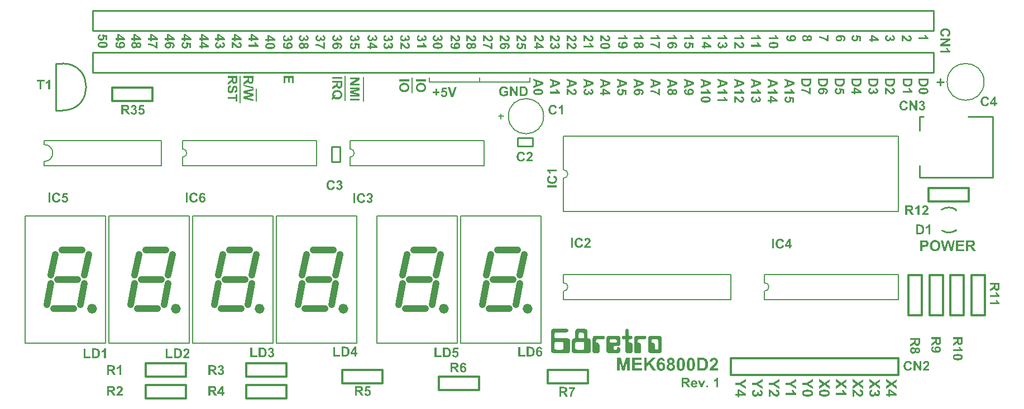
<source format=gto>
G04 Layer_Color=65535*
%FSLAX25Y25*%
%MOIN*%
G70*
G01*
G75*
%ADD10C,0.04000*%
%ADD31C,0.01000*%
%ADD32C,0.00800*%
%ADD33C,0.01200*%
%ADD34R,0.04000X0.04000*%
G36*
X227789Y393501D02*
Y392568D01*
X224124D01*
Y391852D01*
X223158D01*
Y392568D01*
X222000D01*
Y393634D01*
X223158D01*
Y396000D01*
X224116D01*
X227789Y393501D01*
D02*
G37*
G36*
X223649Y390302D02*
X223633D01*
X223583Y390294D01*
X223508Y390277D01*
X223416Y390252D01*
X223316Y390211D01*
X223208Y390169D01*
X223108Y390102D01*
X223016Y390027D01*
X223008Y390019D01*
X222983Y389986D01*
X222950Y389936D01*
X222916Y389877D01*
X222875Y389794D01*
X222841Y389703D01*
X222816Y389603D01*
X222808Y389486D01*
Y389469D01*
X222816Y389428D01*
X222825Y389369D01*
X222841Y389286D01*
X222875Y389194D01*
X222916Y389103D01*
X222983Y389003D01*
X223066Y388911D01*
X223075Y388903D01*
X223116Y388870D01*
X223175Y388836D01*
X223250Y388786D01*
X223349Y388745D01*
X223474Y388703D01*
X223616Y388678D01*
X223774Y388670D01*
X223841D01*
X223916Y388678D01*
X224016Y388695D01*
X224124Y388728D01*
X224232Y388770D01*
X224341Y388828D01*
X224441Y388903D01*
X224449Y388911D01*
X224482Y388945D01*
X224524Y388995D01*
X224566Y389053D01*
X224616Y389136D01*
X224649Y389228D01*
X224682Y389328D01*
X224691Y389444D01*
Y389453D01*
Y389486D01*
Y389528D01*
X224682Y389586D01*
X224674Y389661D01*
X224657Y389753D01*
X224632Y389844D01*
X224607Y389952D01*
X225499Y389836D01*
Y389827D01*
Y389819D01*
Y389794D01*
Y389761D01*
X225507Y389678D01*
X225515Y389578D01*
X225540Y389469D01*
X225574Y389353D01*
X225623Y389244D01*
X225690Y389144D01*
X225698Y389136D01*
X225732Y389103D01*
X225774Y389069D01*
X225840Y389019D01*
X225915Y388978D01*
X226007Y388936D01*
X226115Y388911D01*
X226240Y388903D01*
X226290D01*
X226340Y388911D01*
X226407Y388928D01*
X226482Y388945D01*
X226556Y388978D01*
X226640Y389019D01*
X226706Y389078D01*
X226715Y389086D01*
X226731Y389111D01*
X226765Y389144D01*
X226798Y389203D01*
X226823Y389269D01*
X226856Y389344D01*
X226873Y389444D01*
X226881Y389544D01*
Y389553D01*
Y389594D01*
X226873Y389644D01*
X226856Y389711D01*
X226831Y389786D01*
X226798Y389869D01*
X226748Y389952D01*
X226681Y390027D01*
X226673Y390036D01*
X226648Y390061D01*
X226598Y390094D01*
X226532Y390136D01*
X226457Y390177D01*
X226357Y390211D01*
X226240Y390244D01*
X226107Y390269D01*
X226273Y391285D01*
X226282D01*
X226298Y391277D01*
X226323D01*
X226365Y391269D01*
X226457Y391244D01*
X226582Y391210D01*
X226715Y391160D01*
X226856Y391110D01*
X226990Y391044D01*
X227115Y390969D01*
X227131Y390960D01*
X227165Y390927D01*
X227223Y390877D01*
X227298Y390810D01*
X227373Y390727D01*
X227456Y390627D01*
X227539Y390502D01*
X227614Y390369D01*
Y390361D01*
X227623Y390352D01*
X227639Y390302D01*
X227673Y390219D01*
X227706Y390119D01*
X227739Y389994D01*
X227773Y389844D01*
X227789Y389686D01*
X227798Y389511D01*
Y389503D01*
Y389478D01*
Y389436D01*
X227789Y389378D01*
X227781Y389303D01*
X227773Y389228D01*
X227756Y389136D01*
X227731Y389044D01*
X227673Y388836D01*
X227631Y388728D01*
X227573Y388611D01*
X227515Y388503D01*
X227448Y388403D01*
X227364Y388295D01*
X227273Y388203D01*
X227265Y388195D01*
X227256Y388187D01*
X227231Y388161D01*
X227198Y388137D01*
X227115Y388070D01*
X226998Y387995D01*
X226856Y387920D01*
X226690Y387862D01*
X226506Y387812D01*
X226415Y387803D01*
X226315Y387795D01*
X226282D01*
X226240Y387803D01*
X226190Y387812D01*
X226123Y387820D01*
X226048Y387837D01*
X225965Y387862D01*
X225873Y387895D01*
X225782Y387945D01*
X225682Y387995D01*
X225582Y388061D01*
X225482Y388145D01*
X225382Y388245D01*
X225282Y388353D01*
X225190Y388478D01*
X225099Y388628D01*
Y388620D01*
X225090Y388603D01*
Y388578D01*
X225074Y388545D01*
X225049Y388453D01*
X224999Y388345D01*
X224932Y388220D01*
X224849Y388087D01*
X224741Y387953D01*
X224616Y387837D01*
X224599Y387820D01*
X224549Y387787D01*
X224474Y387745D01*
X224366Y387687D01*
X224241Y387628D01*
X224082Y387587D01*
X223916Y387553D01*
X223724Y387537D01*
X223649D01*
X223599Y387545D01*
X223533Y387553D01*
X223458Y387570D01*
X223366Y387587D01*
X223274Y387603D01*
X223075Y387670D01*
X222966Y387720D01*
X222850Y387770D01*
X222741Y387837D01*
X222633Y387912D01*
X222525Y387995D01*
X222425Y388095D01*
X222416Y388103D01*
X222400Y388120D01*
X222375Y388153D01*
X222341Y388195D01*
X222300Y388253D01*
X222258Y388311D01*
X222208Y388395D01*
X222158Y388478D01*
X222108Y388570D01*
X222058Y388678D01*
X222017Y388794D01*
X221975Y388911D01*
X221942Y389044D01*
X221917Y389178D01*
X221900Y389328D01*
X221892Y389478D01*
Y389486D01*
Y389511D01*
Y389553D01*
X221900Y389611D01*
X221908Y389678D01*
X221917Y389753D01*
X221933Y389836D01*
X221950Y389936D01*
X222000Y390136D01*
X222083Y390352D01*
X222133Y390469D01*
X222192Y390569D01*
X222267Y390677D01*
X222341Y390777D01*
X222350Y390785D01*
X222366Y390802D01*
X222392Y390827D01*
X222425Y390860D01*
X222466Y390902D01*
X222525Y390944D01*
X222583Y390994D01*
X222658Y391044D01*
X222741Y391094D01*
X222825Y391152D01*
X223025Y391244D01*
X223258Y391318D01*
X223383Y391352D01*
X223516Y391369D01*
X223649Y390302D01*
D02*
G37*
G36*
X232058Y391460D02*
X232100Y391452D01*
X232150Y391443D01*
X232208Y391435D01*
X232358Y391402D01*
X232525Y391352D01*
X232708Y391285D01*
X232908Y391202D01*
X233100Y391094D01*
X233108D01*
X233124Y391077D01*
X233158Y391060D01*
X233191Y391027D01*
X233249Y390994D01*
X233308Y390944D01*
X233383Y390885D01*
X233466Y390819D01*
X233566Y390744D01*
X233666Y390652D01*
X233783Y390552D01*
X233908Y390436D01*
X234033Y390311D01*
X234174Y390169D01*
X234324Y390019D01*
X234482Y389852D01*
X234491Y389844D01*
X234516Y389819D01*
X234549Y389786D01*
X234599Y389736D01*
X234649Y389669D01*
X234716Y389603D01*
X234865Y389453D01*
X235024Y389303D01*
X235182Y389153D01*
X235249Y389086D01*
X235324Y389019D01*
X235382Y388969D01*
X235432Y388936D01*
X235449Y388928D01*
X235490Y388903D01*
X235557Y388861D01*
X235648Y388820D01*
X235749Y388778D01*
X235865Y388736D01*
X235982Y388711D01*
X236107Y388703D01*
X236165D01*
X236240Y388711D01*
X236323Y388728D01*
X236415Y388753D01*
X236507Y388786D01*
X236598Y388836D01*
X236682Y388903D01*
X236690Y388911D01*
X236715Y388936D01*
X236748Y388986D01*
X236781Y389044D01*
X236815Y389128D01*
X236848Y389219D01*
X236873Y389328D01*
X236881Y389453D01*
Y389469D01*
Y389511D01*
X236873Y389578D01*
X236856Y389652D01*
X236831Y389744D01*
X236790Y389836D01*
X236740Y389927D01*
X236673Y390011D01*
X236665Y390019D01*
X236631Y390044D01*
X236581Y390077D01*
X236507Y390111D01*
X236415Y390152D01*
X236290Y390186D01*
X236148Y390219D01*
X235982Y390236D01*
X236090Y391335D01*
X236098D01*
X236132Y391327D01*
X236173D01*
X236240Y391310D01*
X236315Y391302D01*
X236398Y391277D01*
X236490Y391252D01*
X236598Y391227D01*
X236806Y391144D01*
X237023Y391044D01*
X237131Y390977D01*
X237231Y390902D01*
X237315Y390819D01*
X237398Y390727D01*
X237406Y390719D01*
X237415Y390702D01*
X237431Y390677D01*
X237464Y390635D01*
X237490Y390585D01*
X237523Y390519D01*
X237564Y390452D01*
X237598Y390369D01*
X237639Y390277D01*
X237673Y390177D01*
X237739Y389961D01*
X237781Y389703D01*
X237789Y389569D01*
X237798Y389428D01*
Y389419D01*
Y389386D01*
Y389344D01*
X237789Y389286D01*
X237781Y389211D01*
X237773Y389128D01*
X237756Y389036D01*
X237739Y388936D01*
X237681Y388720D01*
X237598Y388503D01*
X237548Y388386D01*
X237490Y388286D01*
X237415Y388178D01*
X237331Y388087D01*
X237323Y388078D01*
X237315Y388061D01*
X237281Y388045D01*
X237248Y388012D01*
X237206Y387970D01*
X237148Y387928D01*
X237090Y387887D01*
X237015Y387837D01*
X236848Y387753D01*
X236656Y387670D01*
X236548Y387637D01*
X236432Y387620D01*
X236307Y387603D01*
X236182Y387595D01*
X236115D01*
X236040Y387603D01*
X235948Y387612D01*
X235832Y387628D01*
X235707Y387653D01*
X235574Y387687D01*
X235440Y387737D01*
X235424Y387745D01*
X235382Y387762D01*
X235307Y387795D01*
X235215Y387845D01*
X235107Y387903D01*
X234982Y387978D01*
X234849Y388070D01*
X234707Y388178D01*
X234699Y388187D01*
X234657Y388220D01*
X234599Y388270D01*
X234516Y388345D01*
X234416Y388445D01*
X234282Y388570D01*
X234141Y388720D01*
X233966Y388903D01*
X233958Y388911D01*
X233949Y388928D01*
X233924Y388953D01*
X233891Y388986D01*
X233808Y389078D01*
X233708Y389186D01*
X233599Y389294D01*
X233491Y389403D01*
X233399Y389503D01*
X233358Y389536D01*
X233325Y389569D01*
X233316Y389578D01*
X233299Y389594D01*
X233266Y389619D01*
X233225Y389652D01*
X233133Y389727D01*
X233025Y389794D01*
Y387595D01*
X232000D01*
Y391469D01*
X232025D01*
X232058Y391460D01*
D02*
G37*
G36*
X246340Y391027D02*
X246348Y391019D01*
X246357Y390994D01*
X246365Y390960D01*
X246407Y390877D01*
X246457Y390760D01*
X246523Y390619D01*
X246615Y390461D01*
X246731Y390286D01*
X246865Y390102D01*
X246873Y390094D01*
X246881Y390077D01*
X246906Y390052D01*
X246940Y390019D01*
X247023Y389927D01*
X247131Y389827D01*
X247265Y389711D01*
X247431Y389594D01*
X247606Y389486D01*
X247798Y389403D01*
Y388503D01*
X242000D01*
Y389611D01*
X246173D01*
X246165Y389619D01*
X246148Y389636D01*
X246123Y389669D01*
X246082Y389719D01*
X246032Y389777D01*
X245982Y389844D01*
X245923Y389927D01*
X245857Y390019D01*
X245790Y390119D01*
X245724Y390227D01*
X245649Y390344D01*
X245582Y390469D01*
X245457Y390735D01*
X245340Y391035D01*
X246340D01*
Y391027D01*
D02*
G37*
G36*
X237789Y393501D02*
Y392568D01*
X234124D01*
Y391852D01*
X233158D01*
Y392568D01*
X232000D01*
Y393634D01*
X233158D01*
Y396000D01*
X234116D01*
X237789Y393501D01*
D02*
G37*
G36*
X218289D02*
Y392568D01*
X214624D01*
Y391852D01*
X213658D01*
Y392568D01*
X212500D01*
Y393634D01*
X213658D01*
Y396000D01*
X214616D01*
X218289Y393501D01*
D02*
G37*
G36*
X293649Y394434D02*
X293633D01*
X293583Y394425D01*
X293508Y394409D01*
X293416Y394384D01*
X293316Y394342D01*
X293208Y394301D01*
X293108Y394234D01*
X293016Y394159D01*
X293008Y394150D01*
X292983Y394117D01*
X292950Y394067D01*
X292916Y394009D01*
X292875Y393926D01*
X292841Y393834D01*
X292816Y393734D01*
X292808Y393617D01*
Y393601D01*
X292816Y393559D01*
X292825Y393501D01*
X292841Y393418D01*
X292875Y393326D01*
X292916Y393234D01*
X292983Y393134D01*
X293066Y393043D01*
X293075Y393034D01*
X293116Y393001D01*
X293175Y392968D01*
X293250Y392918D01*
X293350Y392876D01*
X293474Y392834D01*
X293616Y392809D01*
X293774Y392801D01*
X293841D01*
X293916Y392809D01*
X294016Y392826D01*
X294124Y392859D01*
X294232Y392901D01*
X294341Y392959D01*
X294441Y393034D01*
X294449Y393043D01*
X294482Y393076D01*
X294524Y393126D01*
X294566Y393184D01*
X294616Y393268D01*
X294649Y393359D01*
X294682Y393459D01*
X294691Y393576D01*
Y393584D01*
Y393617D01*
Y393659D01*
X294682Y393717D01*
X294674Y393792D01*
X294657Y393884D01*
X294632Y393976D01*
X294607Y394084D01*
X295499Y393967D01*
Y393959D01*
Y393951D01*
Y393926D01*
Y393892D01*
X295507Y393809D01*
X295515Y393709D01*
X295540Y393601D01*
X295574Y393484D01*
X295623Y393376D01*
X295690Y393276D01*
X295698Y393268D01*
X295732Y393234D01*
X295774Y393201D01*
X295840Y393151D01*
X295915Y393109D01*
X296007Y393068D01*
X296115Y393043D01*
X296240Y393034D01*
X296290D01*
X296340Y393043D01*
X296407Y393059D01*
X296481Y393076D01*
X296556Y393109D01*
X296640Y393151D01*
X296706Y393209D01*
X296715Y393218D01*
X296731Y393243D01*
X296765Y393276D01*
X296798Y393334D01*
X296823Y393401D01*
X296856Y393476D01*
X296873Y393576D01*
X296881Y393676D01*
Y393684D01*
Y393726D01*
X296873Y393776D01*
X296856Y393842D01*
X296831Y393917D01*
X296798Y394001D01*
X296748Y394084D01*
X296681Y394159D01*
X296673Y394167D01*
X296648Y394192D01*
X296598Y394226D01*
X296532Y394267D01*
X296457Y394309D01*
X296357Y394342D01*
X296240Y394375D01*
X296107Y394400D01*
X296273Y395417D01*
X296282D01*
X296298Y395408D01*
X296323D01*
X296365Y395400D01*
X296457Y395375D01*
X296582Y395342D01*
X296715Y395292D01*
X296856Y395242D01*
X296990Y395175D01*
X297115Y395100D01*
X297131Y395092D01*
X297165Y395058D01*
X297223Y395008D01*
X297298Y394942D01*
X297373Y394859D01*
X297456Y394759D01*
X297539Y394634D01*
X297614Y394500D01*
Y394492D01*
X297623Y394484D01*
X297639Y394434D01*
X297673Y394351D01*
X297706Y394250D01*
X297739Y394126D01*
X297773Y393976D01*
X297789Y393817D01*
X297798Y393642D01*
Y393634D01*
Y393609D01*
Y393567D01*
X297789Y393509D01*
X297781Y393434D01*
X297773Y393359D01*
X297756Y393268D01*
X297731Y393176D01*
X297673Y392968D01*
X297631Y392859D01*
X297573Y392743D01*
X297515Y392635D01*
X297448Y392534D01*
X297364Y392426D01*
X297273Y392335D01*
X297265Y392326D01*
X297256Y392318D01*
X297231Y392293D01*
X297198Y392268D01*
X297115Y392201D01*
X296998Y392126D01*
X296856Y392051D01*
X296690Y391993D01*
X296507Y391943D01*
X296415Y391935D01*
X296315Y391926D01*
X296282D01*
X296240Y391935D01*
X296190Y391943D01*
X296123Y391951D01*
X296048Y391968D01*
X295965Y391993D01*
X295873Y392026D01*
X295782Y392076D01*
X295682Y392126D01*
X295582Y392193D01*
X295482Y392276D01*
X295382Y392376D01*
X295282Y392484D01*
X295190Y392610D01*
X295099Y392759D01*
Y392751D01*
X295090Y392734D01*
Y392709D01*
X295074Y392676D01*
X295049Y392584D01*
X294999Y392476D01*
X294932Y392351D01*
X294849Y392218D01*
X294741Y392085D01*
X294616Y391968D01*
X294599Y391951D01*
X294549Y391918D01*
X294474Y391877D01*
X294366Y391818D01*
X294241Y391760D01*
X294082Y391718D01*
X293916Y391685D01*
X293724Y391668D01*
X293649D01*
X293599Y391676D01*
X293533Y391685D01*
X293458Y391702D01*
X293366Y391718D01*
X293274Y391735D01*
X293075Y391802D01*
X292966Y391851D01*
X292850Y391901D01*
X292741Y391968D01*
X292633Y392043D01*
X292525Y392126D01*
X292425Y392226D01*
X292417Y392235D01*
X292400Y392251D01*
X292375Y392285D01*
X292341Y392326D01*
X292300Y392385D01*
X292258Y392443D01*
X292208Y392526D01*
X292158Y392610D01*
X292108Y392701D01*
X292058Y392809D01*
X292017Y392926D01*
X291975Y393043D01*
X291942Y393176D01*
X291917Y393309D01*
X291900Y393459D01*
X291892Y393609D01*
Y393617D01*
Y393642D01*
Y393684D01*
X291900Y393742D01*
X291908Y393809D01*
X291917Y393884D01*
X291933Y393967D01*
X291950Y394067D01*
X292000Y394267D01*
X292083Y394484D01*
X292133Y394600D01*
X292192Y394700D01*
X292267Y394809D01*
X292341Y394909D01*
X292350Y394917D01*
X292367Y394934D01*
X292391Y394959D01*
X292425Y394992D01*
X292466Y395034D01*
X292525Y395075D01*
X292583Y395125D01*
X292658Y395175D01*
X292741Y395225D01*
X292825Y395283D01*
X293025Y395375D01*
X293258Y395450D01*
X293383Y395483D01*
X293516Y395500D01*
X293649Y394434D01*
D02*
G37*
G36*
X295057Y390968D02*
X295190Y390960D01*
X295340Y390944D01*
X295507Y390927D01*
X295682Y390902D01*
X295865Y390877D01*
X296057Y390835D01*
X296248Y390785D01*
X296440Y390727D01*
X296615Y390660D01*
X296790Y390585D01*
X296948Y390494D01*
X297090Y390394D01*
X297098Y390385D01*
X297123Y390369D01*
X297156Y390335D01*
X297198Y390285D01*
X297256Y390227D01*
X297315Y390160D01*
X297381Y390077D01*
X297448Y389985D01*
X297506Y389877D01*
X297573Y389769D01*
X297631Y389636D01*
X297689Y389502D01*
X297731Y389361D01*
X297764Y389202D01*
X297789Y389044D01*
X297798Y388869D01*
Y388861D01*
Y388836D01*
Y388803D01*
X297789Y388761D01*
Y388703D01*
X297781Y388636D01*
X297748Y388486D01*
X297706Y388319D01*
X297639Y388136D01*
X297548Y387953D01*
X297490Y387870D01*
X297423Y387786D01*
Y387778D01*
X297406Y387770D01*
X297381Y387745D01*
X297356Y387720D01*
X297315Y387678D01*
X297273Y387645D01*
X297156Y387553D01*
X296998Y387461D01*
X296815Y387370D01*
X296606Y387287D01*
X296357Y387228D01*
X296240Y388295D01*
X296257D01*
X296290Y388303D01*
X296348Y388319D01*
X296423Y388336D01*
X296498Y388361D01*
X296582Y388403D01*
X296656Y388444D01*
X296723Y388503D01*
X296731Y388511D01*
X296748Y388536D01*
X296773Y388569D01*
X296806Y388619D01*
X296831Y388678D01*
X296856Y388753D01*
X296873Y388844D01*
X296881Y388936D01*
Y388953D01*
X296873Y388994D01*
X296865Y389061D01*
X296840Y389144D01*
X296806Y389236D01*
X296748Y389336D01*
X296673Y389436D01*
X296565Y389527D01*
X296548Y389536D01*
X296532Y389552D01*
X296498Y389569D01*
X296465Y389586D01*
X296415Y389611D01*
X296357Y389627D01*
X296282Y389652D01*
X296198Y389686D01*
X296107Y389711D01*
X295998Y389736D01*
X295882Y389761D01*
X295748Y389786D01*
X295599Y389802D01*
X295432Y389819D01*
X295257Y389836D01*
X295265Y389827D01*
X295282Y389819D01*
X295299Y389794D01*
X295332Y389761D01*
X295374Y389719D01*
X295415Y389669D01*
X295507Y389552D01*
X295590Y389402D01*
X295673Y389228D01*
X295707Y389128D01*
X295724Y389028D01*
X295740Y388919D01*
X295748Y388803D01*
Y388794D01*
Y388769D01*
Y388736D01*
X295740Y388686D01*
X295732Y388628D01*
X295724Y388561D01*
X295707Y388478D01*
X295682Y388394D01*
X295615Y388211D01*
X295574Y388111D01*
X295524Y388011D01*
X295465Y387911D01*
X295390Y387811D01*
X295307Y387712D01*
X295215Y387620D01*
X295207Y387612D01*
X295190Y387595D01*
X295165Y387570D01*
X295124Y387545D01*
X295065Y387503D01*
X295007Y387461D01*
X294932Y387420D01*
X294849Y387370D01*
X294757Y387320D01*
X294649Y387278D01*
X294541Y387237D01*
X294416Y387195D01*
X294291Y387170D01*
X294149Y387145D01*
X294007Y387128D01*
X293849Y387120D01*
X293766D01*
X293699Y387128D01*
X293624Y387137D01*
X293541Y387145D01*
X293441Y387162D01*
X293341Y387187D01*
X293108Y387245D01*
X292991Y387287D01*
X292875Y387345D01*
X292758Y387403D01*
X292641Y387470D01*
X292525Y387553D01*
X292425Y387645D01*
X292417Y387653D01*
X292400Y387670D01*
X292375Y387695D01*
X292341Y387736D01*
X292300Y387786D01*
X292258Y387853D01*
X292208Y387920D01*
X292158Y388003D01*
X292108Y388095D01*
X292058Y388195D01*
X292017Y388303D01*
X291975Y388428D01*
X291942Y388553D01*
X291917Y388686D01*
X291900Y388828D01*
X291892Y388978D01*
Y388986D01*
Y389019D01*
X291900Y389061D01*
Y389119D01*
X291917Y389194D01*
X291925Y389286D01*
X291950Y389377D01*
X291975Y389486D01*
X292008Y389594D01*
X292058Y389711D01*
X292108Y389836D01*
X292175Y389952D01*
X292250Y390077D01*
X292341Y390194D01*
X292450Y390310D01*
X292566Y390419D01*
X292575Y390427D01*
X292600Y390444D01*
X292641Y390469D01*
X292700Y390502D01*
X292775Y390552D01*
X292866Y390594D01*
X292975Y390644D01*
X293100Y390694D01*
X293250Y390752D01*
X293408Y390802D01*
X293591Y390844D01*
X293799Y390885D01*
X294016Y390927D01*
X294257Y390952D01*
X294516Y390968D01*
X294799Y390977D01*
X294949D01*
X295057Y390968D01*
D02*
G37*
G36*
X203583Y390211D02*
X203566D01*
X203524Y390202D01*
X203449Y390186D01*
X203366Y390161D01*
X203274Y390127D01*
X203174Y390077D01*
X203083Y390011D01*
X202991Y389936D01*
X202983Y389927D01*
X202958Y389894D01*
X202925Y389844D01*
X202883Y389777D01*
X202841Y389703D01*
X202808Y389611D01*
X202783Y389503D01*
X202775Y389394D01*
Y389378D01*
X202783Y389336D01*
X202791Y389269D01*
X202808Y389186D01*
X202841Y389094D01*
X202891Y388995D01*
X202966Y388895D01*
X203058Y388803D01*
X203075Y388794D01*
X203108Y388761D01*
X203174Y388728D01*
X203274Y388678D01*
X203391Y388636D01*
X203533Y388595D01*
X203708Y388570D01*
X203908Y388561D01*
X203999D01*
X204091Y388570D01*
X204207Y388595D01*
X204341Y388620D01*
X204474Y388661D01*
X204599Y388720D01*
X204707Y388803D01*
X204716Y388811D01*
X204749Y388844D01*
X204791Y388903D01*
X204849Y388969D01*
X204899Y389061D01*
X204941Y389169D01*
X204974Y389294D01*
X204982Y389428D01*
Y389436D01*
Y389453D01*
Y389478D01*
X204974Y389511D01*
X204957Y389594D01*
X204932Y389711D01*
X204882Y389844D01*
X204807Y389986D01*
X204757Y390061D01*
X204699Y390136D01*
X204632Y390211D01*
X204557Y390286D01*
X204682Y391177D01*
X207689Y390611D01*
Y387687D01*
X206657D01*
Y389777D01*
X205674Y389952D01*
Y389944D01*
X205682Y389936D01*
X205707Y389886D01*
X205732Y389811D01*
X205773Y389719D01*
X205807Y389603D01*
X205832Y389478D01*
X205857Y389336D01*
X205865Y389194D01*
Y389186D01*
Y389161D01*
Y389119D01*
X205857Y389069D01*
X205849Y389011D01*
X205840Y388936D01*
X205823Y388853D01*
X205799Y388761D01*
X205732Y388570D01*
X205690Y388461D01*
X205640Y388361D01*
X205574Y388253D01*
X205499Y388145D01*
X205415Y388045D01*
X205324Y387945D01*
X205315Y387937D01*
X205299Y387920D01*
X205265Y387895D01*
X205224Y387862D01*
X205174Y387828D01*
X205107Y387778D01*
X205032Y387737D01*
X204949Y387687D01*
X204857Y387637D01*
X204749Y387595D01*
X204632Y387545D01*
X204516Y387512D01*
X204382Y387478D01*
X204241Y387453D01*
X204091Y387437D01*
X203933Y387428D01*
X203866D01*
X203816Y387437D01*
X203749D01*
X203674Y387453D01*
X203591Y387462D01*
X203508Y387478D01*
X203308Y387528D01*
X203091Y387603D01*
X202975Y387653D01*
X202866Y387703D01*
X202758Y387770D01*
X202650Y387845D01*
X202641Y387853D01*
X202616Y387870D01*
X202583Y387903D01*
X202533Y387945D01*
X202475Y388003D01*
X202408Y388078D01*
X202342Y388161D01*
X202275Y388253D01*
X202200Y388361D01*
X202133Y388478D01*
X202067Y388603D01*
X202008Y388745D01*
X201958Y388895D01*
X201925Y389053D01*
X201900Y389228D01*
X201892Y389411D01*
Y389419D01*
Y389444D01*
Y389486D01*
X201900Y389544D01*
X201908Y389611D01*
X201917Y389694D01*
X201925Y389777D01*
X201942Y389877D01*
X201992Y390077D01*
X202075Y390302D01*
X202117Y390411D01*
X202175Y390519D01*
X202242Y390619D01*
X202316Y390719D01*
X202325Y390727D01*
X202333Y390744D01*
X202358Y390769D01*
X202392Y390802D01*
X202442Y390835D01*
X202491Y390885D01*
X202550Y390927D01*
X202616Y390977D01*
X202700Y391035D01*
X202783Y391085D01*
X202983Y391177D01*
X203208Y391260D01*
X203333Y391285D01*
X203466Y391310D01*
X203583Y390211D01*
D02*
G37*
G36*
X218289Y389019D02*
Y388087D01*
X214624D01*
Y387370D01*
X213658D01*
Y388087D01*
X212500D01*
Y389153D01*
X213658D01*
Y391518D01*
X214616D01*
X218289Y389019D01*
D02*
G37*
G36*
X207789Y393501D02*
Y392568D01*
X204124D01*
Y391852D01*
X203158D01*
Y392568D01*
X202000D01*
Y393634D01*
X203158D01*
Y396000D01*
X204116D01*
X207789Y393501D01*
D02*
G37*
G36*
X166482Y391402D02*
X166557Y391393D01*
X166640Y391385D01*
X166740Y391369D01*
X166840Y391343D01*
X167065Y391285D01*
X167190Y391244D01*
X167306Y391194D01*
X167423Y391135D01*
X167540Y391060D01*
X167648Y390985D01*
X167756Y390894D01*
X167765Y390885D01*
X167781Y390869D01*
X167806Y390844D01*
X167840Y390802D01*
X167881Y390744D01*
X167931Y390686D01*
X167973Y390611D01*
X168031Y390527D01*
X168081Y390444D01*
X168123Y390336D01*
X168173Y390227D01*
X168214Y390111D01*
X168248Y389986D01*
X168273Y389852D01*
X168289Y389719D01*
X168298Y389569D01*
Y389561D01*
Y389528D01*
X168289Y389486D01*
Y389419D01*
X168281Y389344D01*
X168264Y389261D01*
X168239Y389161D01*
X168214Y389061D01*
X168173Y388945D01*
X168131Y388828D01*
X168073Y388711D01*
X168006Y388586D01*
X167931Y388470D01*
X167840Y388353D01*
X167731Y388236D01*
X167615Y388128D01*
X167606Y388120D01*
X167581Y388103D01*
X167540Y388078D01*
X167481Y388036D01*
X167406Y387995D01*
X167315Y387945D01*
X167206Y387895D01*
X167081Y387845D01*
X166932Y387795D01*
X166765Y387737D01*
X166582Y387695D01*
X166382Y387653D01*
X166157Y387612D01*
X165915Y387587D01*
X165657Y387570D01*
X165374Y387562D01*
X165224D01*
X165116Y387570D01*
X164982Y387578D01*
X164832Y387595D01*
X164674Y387612D01*
X164499Y387637D01*
X164308Y387670D01*
X164124Y387703D01*
X163933Y387753D01*
X163741Y387812D01*
X163566Y387878D01*
X163391Y387962D01*
X163233Y388045D01*
X163091Y388153D01*
X163083Y388161D01*
X163058Y388178D01*
X163025Y388211D01*
X162983Y388261D01*
X162933Y388320D01*
X162866Y388386D01*
X162808Y388470D01*
X162742Y388561D01*
X162675Y388661D01*
X162617Y388778D01*
X162558Y388903D01*
X162500Y389036D01*
X162458Y389186D01*
X162425Y389336D01*
X162400Y389494D01*
X162392Y389669D01*
Y389678D01*
Y389703D01*
Y389736D01*
X162400Y389777D01*
Y389836D01*
X162408Y389902D01*
X162433Y390061D01*
X162483Y390236D01*
X162542Y390411D01*
X162633Y390594D01*
X162683Y390677D01*
X162750Y390760D01*
X162758Y390769D01*
X162767Y390777D01*
X162792Y390802D01*
X162817Y390827D01*
X162858Y390860D01*
X162900Y390902D01*
X162958Y390935D01*
X163016Y390985D01*
X163091Y391027D01*
X163166Y391077D01*
X163258Y391119D01*
X163358Y391160D01*
X163458Y391202D01*
X163575Y391235D01*
X163691Y391269D01*
X163824Y391294D01*
X163949Y390227D01*
X163933D01*
X163891Y390219D01*
X163833Y390211D01*
X163766Y390186D01*
X163683Y390161D01*
X163600Y390127D01*
X163525Y390086D01*
X163458Y390027D01*
X163450Y390019D01*
X163433Y389994D01*
X163408Y389961D01*
X163383Y389911D01*
X163358Y389844D01*
X163333Y389777D01*
X163316Y389686D01*
X163308Y389594D01*
Y389578D01*
X163316Y389536D01*
X163325Y389478D01*
X163350Y389394D01*
X163383Y389303D01*
X163441Y389211D01*
X163516Y389111D01*
X163616Y389019D01*
X163633Y389011D01*
X163649Y388995D01*
X163683Y388978D01*
X163716Y388961D01*
X163766Y388936D01*
X163824Y388919D01*
X163899Y388886D01*
X163983Y388861D01*
X164074Y388836D01*
X164183Y388811D01*
X164299Y388786D01*
X164433Y388761D01*
X164583Y388745D01*
X164749Y388728D01*
X164924Y388711D01*
X164916Y388720D01*
X164907Y388728D01*
X164882Y388753D01*
X164849Y388786D01*
X164816Y388828D01*
X164774Y388878D01*
X164682Y388995D01*
X164591Y389144D01*
X164516Y389328D01*
X164482Y389428D01*
X164466Y389528D01*
X164449Y389636D01*
X164441Y389753D01*
Y389761D01*
Y389786D01*
Y389819D01*
X164449Y389869D01*
X164457Y389927D01*
X164466Y389994D01*
X164507Y390152D01*
X164566Y390336D01*
X164616Y390427D01*
X164666Y390527D01*
X164724Y390627D01*
X164791Y390727D01*
X164874Y390827D01*
X164966Y390919D01*
X164974Y390927D01*
X164991Y390944D01*
X165024Y390960D01*
X165057Y390994D01*
X165116Y391035D01*
X165174Y391077D01*
X165249Y391119D01*
X165332Y391160D01*
X165424Y391210D01*
X165532Y391252D01*
X165640Y391294D01*
X165765Y391335D01*
X165890Y391369D01*
X166032Y391385D01*
X166182Y391402D01*
X166332Y391410D01*
X166415D01*
X166482Y391402D01*
D02*
G37*
G36*
X177789Y393501D02*
Y392568D01*
X174124D01*
Y391852D01*
X173158D01*
Y392568D01*
X172000D01*
Y393634D01*
X173158D01*
Y396000D01*
X174116D01*
X177789Y393501D01*
D02*
G37*
G36*
X168289D02*
Y392568D01*
X164624D01*
Y391852D01*
X163658D01*
Y392568D01*
X162500D01*
Y393634D01*
X163658D01*
Y396000D01*
X164616D01*
X168289Y393501D01*
D02*
G37*
G36*
X153583Y394900D02*
X153566D01*
X153524Y394892D01*
X153449Y394876D01*
X153366Y394850D01*
X153275Y394817D01*
X153174Y394767D01*
X153083Y394701D01*
X152991Y394626D01*
X152983Y394617D01*
X152958Y394584D01*
X152925Y394534D01*
X152883Y394467D01*
X152841Y394392D01*
X152808Y394301D01*
X152783Y394192D01*
X152775Y394084D01*
Y394067D01*
X152783Y394026D01*
X152791Y393959D01*
X152808Y393876D01*
X152841Y393784D01*
X152891Y393684D01*
X152966Y393584D01*
X153058Y393493D01*
X153075Y393484D01*
X153108Y393451D01*
X153174Y393418D01*
X153275Y393368D01*
X153391Y393326D01*
X153533Y393284D01*
X153708Y393259D01*
X153908Y393251D01*
X153999D01*
X154091Y393259D01*
X154207Y393284D01*
X154341Y393309D01*
X154474Y393351D01*
X154599Y393409D01*
X154707Y393493D01*
X154716Y393501D01*
X154749Y393534D01*
X154791Y393593D01*
X154849Y393659D01*
X154899Y393751D01*
X154940Y393859D01*
X154974Y393984D01*
X154982Y394117D01*
Y394126D01*
Y394142D01*
Y394167D01*
X154974Y394201D01*
X154957Y394284D01*
X154932Y394401D01*
X154882Y394534D01*
X154807Y394675D01*
X154757Y394750D01*
X154699Y394826D01*
X154632Y394900D01*
X154557Y394975D01*
X154682Y395867D01*
X157689Y395300D01*
Y392376D01*
X156657D01*
Y394467D01*
X155674Y394642D01*
Y394634D01*
X155682Y394626D01*
X155707Y394576D01*
X155732Y394501D01*
X155773Y394409D01*
X155807Y394292D01*
X155832Y394167D01*
X155857Y394026D01*
X155865Y393884D01*
Y393876D01*
Y393851D01*
Y393809D01*
X155857Y393759D01*
X155849Y393701D01*
X155840Y393626D01*
X155824Y393543D01*
X155798Y393451D01*
X155732Y393259D01*
X155690Y393151D01*
X155640Y393051D01*
X155574Y392943D01*
X155499Y392835D01*
X155415Y392735D01*
X155324Y392635D01*
X155315Y392626D01*
X155299Y392610D01*
X155265Y392585D01*
X155224Y392551D01*
X155174Y392518D01*
X155107Y392468D01*
X155032Y392426D01*
X154949Y392376D01*
X154857Y392326D01*
X154749Y392285D01*
X154632Y392235D01*
X154516Y392201D01*
X154382Y392168D01*
X154241Y392143D01*
X154091Y392126D01*
X153933Y392118D01*
X153866D01*
X153816Y392126D01*
X153749D01*
X153674Y392143D01*
X153591Y392151D01*
X153508Y392168D01*
X153308Y392218D01*
X153091Y392293D01*
X152975Y392343D01*
X152866Y392393D01*
X152758Y392460D01*
X152650Y392535D01*
X152641Y392543D01*
X152616Y392560D01*
X152583Y392593D01*
X152533Y392635D01*
X152475Y392693D01*
X152408Y392768D01*
X152341Y392851D01*
X152275Y392943D01*
X152200Y393051D01*
X152133Y393168D01*
X152067Y393293D01*
X152008Y393434D01*
X151958Y393584D01*
X151925Y393743D01*
X151900Y393917D01*
X151892Y394101D01*
Y394109D01*
Y394134D01*
Y394176D01*
X151900Y394234D01*
X151908Y394301D01*
X151917Y394384D01*
X151925Y394467D01*
X151942Y394567D01*
X151992Y394767D01*
X152075Y394992D01*
X152117Y395100D01*
X152175Y395209D01*
X152242Y395309D01*
X152316Y395409D01*
X152325Y395417D01*
X152333Y395434D01*
X152358Y395459D01*
X152392Y395492D01*
X152442Y395525D01*
X152491Y395575D01*
X152550Y395617D01*
X152616Y395667D01*
X152700Y395725D01*
X152783Y395775D01*
X152983Y395867D01*
X153208Y395950D01*
X153333Y395975D01*
X153466Y396000D01*
X153583Y394900D01*
D02*
G37*
G36*
X155115Y391527D02*
X155249Y391518D01*
X155407Y391502D01*
X155574Y391485D01*
X155757Y391469D01*
X155948Y391435D01*
X156140Y391402D01*
X156340Y391352D01*
X156532Y391302D01*
X156715Y391235D01*
X156890Y391160D01*
X157056Y391077D01*
X157198Y390977D01*
X157206Y390969D01*
X157223Y390952D01*
X157256Y390927D01*
X157290Y390885D01*
X157340Y390844D01*
X157389Y390785D01*
X157439Y390710D01*
X157498Y390635D01*
X157556Y390544D01*
X157606Y390452D01*
X157656Y390344D01*
X157706Y390227D01*
X157739Y390102D01*
X157773Y389961D01*
X157789Y389819D01*
X157798Y389669D01*
Y389661D01*
Y389636D01*
Y389586D01*
X157789Y389528D01*
X157781Y389461D01*
X157764Y389378D01*
X157748Y389294D01*
X157723Y389194D01*
X157689Y389086D01*
X157648Y388986D01*
X157606Y388878D01*
X157548Y388770D01*
X157473Y388661D01*
X157398Y388553D01*
X157306Y388453D01*
X157198Y388361D01*
X157190Y388353D01*
X157165Y388336D01*
X157123Y388311D01*
X157065Y388270D01*
X156981Y388228D01*
X156881Y388178D01*
X156773Y388128D01*
X156632Y388078D01*
X156482Y388028D01*
X156307Y387970D01*
X156115Y387928D01*
X155898Y387887D01*
X155665Y387845D01*
X155415Y387820D01*
X155140Y387803D01*
X154841Y387795D01*
X154682D01*
X154574Y387803D01*
X154441Y387812D01*
X154282Y387828D01*
X154116Y387845D01*
X153933Y387862D01*
X153741Y387895D01*
X153541Y387937D01*
X153349Y387978D01*
X153158Y388036D01*
X152966Y388095D01*
X152791Y388178D01*
X152625Y388261D01*
X152483Y388361D01*
X152475Y388370D01*
X152458Y388386D01*
X152425Y388411D01*
X152392Y388445D01*
X152350Y388495D01*
X152300Y388553D01*
X152242Y388628D01*
X152192Y388703D01*
X152133Y388794D01*
X152075Y388886D01*
X152025Y388995D01*
X151983Y389111D01*
X151950Y389236D01*
X151917Y389378D01*
X151900Y389519D01*
X151892Y389669D01*
Y389678D01*
Y389703D01*
X151900Y389753D01*
Y389811D01*
X151908Y389877D01*
X151925Y389961D01*
X151942Y390052D01*
X151975Y390152D01*
X152008Y390261D01*
X152050Y390369D01*
X152100Y390486D01*
X152167Y390594D01*
X152233Y390710D01*
X152325Y390819D01*
X152417Y390927D01*
X152533Y391027D01*
X152541Y391035D01*
X152566Y391052D01*
X152608Y391077D01*
X152658Y391102D01*
X152733Y391144D01*
X152825Y391185D01*
X152941Y391235D01*
X153066Y391277D01*
X153216Y391327D01*
X153383Y391377D01*
X153574Y391419D01*
X153783Y391452D01*
X154016Y391485D01*
X154274Y391510D01*
X154549Y391527D01*
X154849Y391535D01*
X155007D01*
X155115Y391527D01*
D02*
G37*
G36*
X173816Y391335D02*
X173924Y391318D01*
X174057Y391285D01*
X174207Y391252D01*
X174357Y391194D01*
X174507Y391119D01*
X174516D01*
X174524Y391110D01*
X174574Y391077D01*
X174641Y391019D01*
X174732Y390935D01*
X174832Y390835D01*
X174932Y390710D01*
X175024Y390561D01*
X175115Y390386D01*
Y390394D01*
X175124Y390402D01*
X175149Y390452D01*
X175190Y390527D01*
X175240Y390619D01*
X175315Y390727D01*
X175399Y390827D01*
X175499Y390927D01*
X175607Y391010D01*
X175624Y391019D01*
X175665Y391044D01*
X175724Y391069D01*
X175815Y391102D01*
X175915Y391144D01*
X176040Y391169D01*
X176165Y391194D01*
X176307Y391202D01*
X176365D01*
X176415Y391194D01*
X176465Y391185D01*
X176532Y391177D01*
X176681Y391144D01*
X176848Y391094D01*
X177031Y391010D01*
X177115Y390960D01*
X177206Y390902D01*
X177290Y390827D01*
X177373Y390752D01*
X177381Y390744D01*
X177390Y390727D01*
X177415Y390702D01*
X177439Y390669D01*
X177473Y390619D01*
X177506Y390569D01*
X177548Y390502D01*
X177589Y390419D01*
X177623Y390336D01*
X177664Y390244D01*
X177698Y390136D01*
X177731Y390019D01*
X177756Y389894D01*
X177781Y389761D01*
X177789Y389619D01*
X177798Y389469D01*
Y389461D01*
Y389436D01*
Y389386D01*
X177789Y389336D01*
X177781Y389261D01*
X177773Y389186D01*
X177764Y389094D01*
X177748Y389003D01*
X177698Y388794D01*
X177623Y388578D01*
X177573Y388478D01*
X177515Y388370D01*
X177448Y388278D01*
X177373Y388187D01*
X177365Y388178D01*
X177356Y388170D01*
X177331Y388145D01*
X177298Y388111D01*
X177256Y388078D01*
X177206Y388045D01*
X177081Y387953D01*
X176923Y387870D01*
X176748Y387803D01*
X176540Y387745D01*
X176423Y387737D01*
X176307Y387728D01*
X176240D01*
X176165Y387737D01*
X176065Y387753D01*
X175957Y387778D01*
X175840Y387820D01*
X175715Y387870D01*
X175590Y387945D01*
X175574Y387953D01*
X175540Y387986D01*
X175482Y388028D01*
X175415Y388095D01*
X175332Y388178D01*
X175257Y388278D01*
X175182Y388395D01*
X175115Y388528D01*
Y388520D01*
X175107Y388503D01*
X175099Y388478D01*
X175082Y388445D01*
X175032Y388361D01*
X174966Y388253D01*
X174890Y388137D01*
X174791Y388012D01*
X174674Y387895D01*
X174541Y387795D01*
X174524Y387787D01*
X174474Y387753D01*
X174399Y387712D01*
X174299Y387670D01*
X174174Y387620D01*
X174024Y387587D01*
X173866Y387553D01*
X173691Y387545D01*
X173616D01*
X173558Y387553D01*
X173491Y387562D01*
X173408Y387570D01*
X173325Y387587D01*
X173233Y387612D01*
X173025Y387670D01*
X172916Y387712D01*
X172808Y387762D01*
X172700Y387820D01*
X172591Y387895D01*
X172492Y387970D01*
X172391Y388061D01*
X172383Y388070D01*
X172366Y388087D01*
X172342Y388111D01*
X172317Y388153D01*
X172275Y388203D01*
X172233Y388270D01*
X172192Y388336D01*
X172142Y388420D01*
X172092Y388511D01*
X172050Y388620D01*
X172008Y388728D01*
X171967Y388844D01*
X171942Y388978D01*
X171917Y389119D01*
X171900Y389261D01*
X171892Y389419D01*
Y389428D01*
Y389453D01*
Y389494D01*
X171900Y389553D01*
X171908Y389619D01*
X171917Y389694D01*
X171925Y389777D01*
X171942Y389877D01*
X171992Y390086D01*
X172067Y390302D01*
X172108Y390411D01*
X172167Y390519D01*
X172225Y390627D01*
X172300Y390727D01*
X172308Y390735D01*
X172325Y390752D01*
X172350Y390785D01*
X172391Y390827D01*
X172441Y390869D01*
X172500Y390919D01*
X172575Y390977D01*
X172650Y391035D01*
X172741Y391094D01*
X172841Y391152D01*
X172950Y391202D01*
X173075Y391244D01*
X173199Y391285D01*
X173341Y391318D01*
X173483Y391335D01*
X173641Y391343D01*
X173724D01*
X173816Y391335D01*
D02*
G37*
G36*
X195057Y391318D02*
X195190Y391310D01*
X195340Y391294D01*
X195507Y391277D01*
X195682Y391252D01*
X195865Y391227D01*
X196057Y391185D01*
X196248Y391135D01*
X196440Y391077D01*
X196615Y391010D01*
X196790Y390935D01*
X196948Y390844D01*
X197090Y390744D01*
X197098Y390735D01*
X197123Y390719D01*
X197156Y390686D01*
X197198Y390635D01*
X197256Y390577D01*
X197315Y390511D01*
X197381Y390427D01*
X197448Y390336D01*
X197506Y390227D01*
X197573Y390119D01*
X197631Y389986D01*
X197689Y389852D01*
X197731Y389711D01*
X197764Y389553D01*
X197789Y389394D01*
X197798Y389219D01*
Y389211D01*
Y389186D01*
Y389153D01*
X197789Y389111D01*
Y389053D01*
X197781Y388986D01*
X197748Y388836D01*
X197706Y388670D01*
X197639Y388486D01*
X197548Y388303D01*
X197490Y388220D01*
X197423Y388137D01*
Y388128D01*
X197406Y388120D01*
X197381Y388095D01*
X197356Y388070D01*
X197315Y388028D01*
X197273Y387995D01*
X197156Y387903D01*
X196998Y387812D01*
X196815Y387720D01*
X196607Y387637D01*
X196357Y387578D01*
X196240Y388645D01*
X196257D01*
X196290Y388653D01*
X196348Y388670D01*
X196423Y388686D01*
X196498Y388711D01*
X196581Y388753D01*
X196657Y388794D01*
X196723Y388853D01*
X196731Y388861D01*
X196748Y388886D01*
X196773Y388919D01*
X196806Y388969D01*
X196831Y389028D01*
X196856Y389103D01*
X196873Y389194D01*
X196881Y389286D01*
Y389303D01*
X196873Y389344D01*
X196865Y389411D01*
X196840Y389494D01*
X196806Y389586D01*
X196748Y389686D01*
X196673Y389786D01*
X196565Y389877D01*
X196548Y389886D01*
X196531Y389902D01*
X196498Y389919D01*
X196465Y389936D01*
X196415Y389961D01*
X196357Y389977D01*
X196282Y390002D01*
X196198Y390036D01*
X196107Y390061D01*
X195998Y390086D01*
X195882Y390111D01*
X195748Y390136D01*
X195599Y390152D01*
X195432Y390169D01*
X195257Y390186D01*
X195265Y390177D01*
X195282Y390169D01*
X195299Y390144D01*
X195332Y390111D01*
X195374Y390069D01*
X195415Y390019D01*
X195507Y389902D01*
X195590Y389753D01*
X195674Y389578D01*
X195707Y389478D01*
X195723Y389378D01*
X195740Y389269D01*
X195748Y389153D01*
Y389144D01*
Y389119D01*
Y389086D01*
X195740Y389036D01*
X195732Y388978D01*
X195723Y388911D01*
X195707Y388828D01*
X195682Y388745D01*
X195615Y388561D01*
X195574Y388461D01*
X195524Y388361D01*
X195465Y388261D01*
X195390Y388161D01*
X195307Y388061D01*
X195215Y387970D01*
X195207Y387962D01*
X195190Y387945D01*
X195165Y387920D01*
X195124Y387895D01*
X195065Y387853D01*
X195007Y387812D01*
X194932Y387770D01*
X194849Y387720D01*
X194757Y387670D01*
X194649Y387628D01*
X194541Y387587D01*
X194416Y387545D01*
X194291Y387520D01*
X194149Y387495D01*
X194008Y387478D01*
X193849Y387470D01*
X193766D01*
X193699Y387478D01*
X193624Y387487D01*
X193541Y387495D01*
X193441Y387512D01*
X193341Y387537D01*
X193108Y387595D01*
X192991Y387637D01*
X192875Y387695D01*
X192758Y387753D01*
X192641Y387820D01*
X192525Y387903D01*
X192425Y387995D01*
X192417Y388003D01*
X192400Y388020D01*
X192375Y388045D01*
X192341Y388087D01*
X192300Y388137D01*
X192258Y388203D01*
X192208Y388270D01*
X192158Y388353D01*
X192108Y388445D01*
X192058Y388545D01*
X192017Y388653D01*
X191975Y388778D01*
X191942Y388903D01*
X191917Y389036D01*
X191900Y389178D01*
X191892Y389328D01*
Y389336D01*
Y389369D01*
X191900Y389411D01*
Y389469D01*
X191917Y389544D01*
X191925Y389636D01*
X191950Y389727D01*
X191975Y389836D01*
X192008Y389944D01*
X192058Y390061D01*
X192108Y390186D01*
X192175Y390302D01*
X192250Y390427D01*
X192341Y390544D01*
X192450Y390661D01*
X192566Y390769D01*
X192575Y390777D01*
X192600Y390794D01*
X192641Y390819D01*
X192700Y390852D01*
X192775Y390902D01*
X192866Y390944D01*
X192975Y390994D01*
X193100Y391044D01*
X193249Y391102D01*
X193408Y391152D01*
X193591Y391194D01*
X193799Y391235D01*
X194016Y391277D01*
X194257Y391302D01*
X194516Y391318D01*
X194799Y391327D01*
X194949D01*
X195057Y391318D01*
D02*
G37*
G36*
X247789Y393501D02*
Y392568D01*
X244124D01*
Y391852D01*
X243158D01*
Y392568D01*
X242000D01*
Y393634D01*
X243158D01*
Y396000D01*
X244116D01*
X247789Y393501D01*
D02*
G37*
G36*
X197789D02*
Y392568D01*
X194124D01*
Y391852D01*
X193158D01*
Y392568D01*
X192000D01*
Y393634D01*
X193158D01*
Y396000D01*
X194116D01*
X197789Y393501D01*
D02*
G37*
G36*
X187789D02*
Y392568D01*
X184124D01*
Y391852D01*
X183158D01*
Y392568D01*
X182000D01*
Y393634D01*
X183158D01*
Y396000D01*
X184116D01*
X187789Y393501D01*
D02*
G37*
G36*
X187689Y387545D02*
X186890D01*
X186881Y387553D01*
X186865Y387570D01*
X186840Y387595D01*
X186806Y387628D01*
X186756Y387670D01*
X186698Y387720D01*
X186632Y387778D01*
X186548Y387845D01*
X186457Y387912D01*
X186357Y387986D01*
X186248Y388070D01*
X186132Y388153D01*
X185998Y388236D01*
X185865Y388320D01*
X185715Y388411D01*
X185557Y388503D01*
X185549Y388511D01*
X185515Y388528D01*
X185474Y388553D01*
X185407Y388586D01*
X185332Y388620D01*
X185232Y388670D01*
X185124Y388720D01*
X185007Y388778D01*
X184874Y388836D01*
X184732Y388895D01*
X184582Y388961D01*
X184424Y389019D01*
X184082Y389136D01*
X183724Y389244D01*
X183716D01*
X183683Y389253D01*
X183633Y389269D01*
X183558Y389286D01*
X183474Y389303D01*
X183383Y389319D01*
X183266Y389344D01*
X183150Y389369D01*
X183016Y389394D01*
X182883Y389411D01*
X182591Y389453D01*
X182292Y389478D01*
X182000Y389486D01*
Y390552D01*
X182050D01*
X182117Y390544D01*
X182208D01*
X182317Y390535D01*
X182441Y390519D01*
X182591Y390502D01*
X182750Y390477D01*
X182925Y390452D01*
X183116Y390419D01*
X183316Y390377D01*
X183533Y390336D01*
X183749Y390277D01*
X183974Y390219D01*
X184199Y390144D01*
X184432Y390061D01*
X184449Y390052D01*
X184491Y390036D01*
X184557Y390011D01*
X184641Y389977D01*
X184749Y389927D01*
X184882Y389869D01*
X185024Y389803D01*
X185182Y389727D01*
X185349Y389644D01*
X185524Y389553D01*
X185715Y389453D01*
X185898Y389336D01*
X186290Y389094D01*
X186665Y388820D01*
Y391327D01*
X187689D01*
Y387545D01*
D02*
G37*
G36*
X314649Y394434D02*
X314633D01*
X314583Y394425D01*
X314508Y394409D01*
X314416Y394384D01*
X314316Y394342D01*
X314208Y394301D01*
X314108Y394234D01*
X314016Y394159D01*
X314008Y394150D01*
X313983Y394117D01*
X313950Y394067D01*
X313916Y394009D01*
X313875Y393926D01*
X313841Y393834D01*
X313816Y393734D01*
X313808Y393617D01*
Y393601D01*
X313816Y393559D01*
X313825Y393501D01*
X313841Y393418D01*
X313875Y393326D01*
X313916Y393234D01*
X313983Y393134D01*
X314066Y393043D01*
X314075Y393034D01*
X314116Y393001D01*
X314175Y392968D01*
X314249Y392918D01*
X314350Y392876D01*
X314474Y392834D01*
X314616Y392809D01*
X314774Y392801D01*
X314841D01*
X314916Y392809D01*
X315016Y392826D01*
X315124Y392859D01*
X315232Y392901D01*
X315341Y392959D01*
X315441Y393034D01*
X315449Y393043D01*
X315482Y393076D01*
X315524Y393126D01*
X315566Y393184D01*
X315616Y393268D01*
X315649Y393359D01*
X315682Y393459D01*
X315691Y393576D01*
Y393584D01*
Y393617D01*
Y393659D01*
X315682Y393717D01*
X315674Y393792D01*
X315657Y393884D01*
X315632Y393976D01*
X315607Y394084D01*
X316499Y393967D01*
Y393959D01*
Y393951D01*
Y393926D01*
Y393892D01*
X316507Y393809D01*
X316515Y393709D01*
X316540Y393601D01*
X316574Y393484D01*
X316623Y393376D01*
X316690Y393276D01*
X316699Y393268D01*
X316732Y393234D01*
X316774Y393201D01*
X316840Y393151D01*
X316915Y393109D01*
X317007Y393068D01*
X317115Y393043D01*
X317240Y393034D01*
X317290D01*
X317340Y393043D01*
X317407Y393059D01*
X317481Y393076D01*
X317557Y393109D01*
X317640Y393151D01*
X317706Y393209D01*
X317715Y393218D01*
X317731Y393243D01*
X317765Y393276D01*
X317798Y393334D01*
X317823Y393401D01*
X317856Y393476D01*
X317873Y393576D01*
X317881Y393676D01*
Y393684D01*
Y393726D01*
X317873Y393776D01*
X317856Y393842D01*
X317831Y393917D01*
X317798Y394001D01*
X317748Y394084D01*
X317682Y394159D01*
X317673Y394167D01*
X317648Y394192D01*
X317598Y394226D01*
X317531Y394267D01*
X317457Y394309D01*
X317357Y394342D01*
X317240Y394375D01*
X317107Y394400D01*
X317273Y395417D01*
X317282D01*
X317298Y395408D01*
X317323D01*
X317365Y395400D01*
X317457Y395375D01*
X317582Y395342D01*
X317715Y395292D01*
X317856Y395242D01*
X317990Y395175D01*
X318115Y395100D01*
X318131Y395092D01*
X318165Y395058D01*
X318223Y395008D01*
X318298Y394942D01*
X318373Y394859D01*
X318456Y394759D01*
X318539Y394634D01*
X318614Y394500D01*
Y394492D01*
X318623Y394484D01*
X318639Y394434D01*
X318673Y394351D01*
X318706Y394250D01*
X318739Y394126D01*
X318773Y393976D01*
X318789Y393817D01*
X318798Y393642D01*
Y393634D01*
Y393609D01*
Y393567D01*
X318789Y393509D01*
X318781Y393434D01*
X318773Y393359D01*
X318756Y393268D01*
X318731Y393176D01*
X318673Y392968D01*
X318631Y392859D01*
X318573Y392743D01*
X318514Y392635D01*
X318448Y392534D01*
X318365Y392426D01*
X318273Y392335D01*
X318265Y392326D01*
X318256Y392318D01*
X318231Y392293D01*
X318198Y392268D01*
X318115Y392201D01*
X317998Y392126D01*
X317856Y392051D01*
X317690Y391993D01*
X317507Y391943D01*
X317415Y391935D01*
X317315Y391926D01*
X317282D01*
X317240Y391935D01*
X317190Y391943D01*
X317123Y391951D01*
X317048Y391968D01*
X316965Y391993D01*
X316874Y392026D01*
X316782Y392076D01*
X316682Y392126D01*
X316582Y392193D01*
X316482Y392276D01*
X316382Y392376D01*
X316282Y392484D01*
X316190Y392610D01*
X316099Y392759D01*
Y392751D01*
X316090Y392734D01*
Y392709D01*
X316074Y392676D01*
X316049Y392584D01*
X315999Y392476D01*
X315932Y392351D01*
X315849Y392218D01*
X315741Y392085D01*
X315616Y391968D01*
X315599Y391951D01*
X315549Y391918D01*
X315474Y391877D01*
X315366Y391818D01*
X315241Y391760D01*
X315083Y391718D01*
X314916Y391685D01*
X314724Y391668D01*
X314649D01*
X314599Y391676D01*
X314533Y391685D01*
X314458Y391702D01*
X314366Y391718D01*
X314275Y391735D01*
X314075Y391802D01*
X313966Y391851D01*
X313850Y391901D01*
X313741Y391968D01*
X313633Y392043D01*
X313525Y392126D01*
X313425Y392226D01*
X313417Y392235D01*
X313400Y392251D01*
X313375Y392285D01*
X313341Y392326D01*
X313300Y392385D01*
X313258Y392443D01*
X313208Y392526D01*
X313158Y392610D01*
X313108Y392701D01*
X313058Y392809D01*
X313017Y392926D01*
X312975Y393043D01*
X312942Y393176D01*
X312917Y393309D01*
X312900Y393459D01*
X312892Y393609D01*
Y393617D01*
Y393642D01*
Y393684D01*
X312900Y393742D01*
X312908Y393809D01*
X312917Y393884D01*
X312933Y393967D01*
X312950Y394067D01*
X313000Y394267D01*
X313083Y394484D01*
X313133Y394600D01*
X313192Y394700D01*
X313267Y394809D01*
X313341Y394909D01*
X313350Y394917D01*
X313367Y394934D01*
X313391Y394959D01*
X313425Y394992D01*
X313467Y395034D01*
X313525Y395075D01*
X313583Y395125D01*
X313658Y395175D01*
X313741Y395225D01*
X313825Y395283D01*
X314025Y395375D01*
X314258Y395450D01*
X314383Y395483D01*
X314516Y395500D01*
X314649Y394434D01*
D02*
G37*
G36*
X318789Y388669D02*
Y387736D01*
X315124D01*
Y387020D01*
X314158D01*
Y387736D01*
X313000D01*
Y388803D01*
X314158D01*
Y391168D01*
X315116D01*
X318789Y388669D01*
D02*
G37*
G36*
X324149Y389952D02*
X324133D01*
X324083Y389944D01*
X324008Y389927D01*
X323916Y389902D01*
X323816Y389861D01*
X323708Y389819D01*
X323608Y389752D01*
X323516Y389677D01*
X323508Y389669D01*
X323483Y389636D01*
X323450Y389586D01*
X323416Y389527D01*
X323375Y389444D01*
X323341Y389352D01*
X323316Y389252D01*
X323308Y389136D01*
Y389119D01*
X323316Y389078D01*
X323325Y389019D01*
X323341Y388936D01*
X323375Y388844D01*
X323416Y388753D01*
X323483Y388653D01*
X323566Y388561D01*
X323575Y388553D01*
X323616Y388520D01*
X323675Y388486D01*
X323749Y388436D01*
X323850Y388394D01*
X323974Y388353D01*
X324116Y388328D01*
X324274Y388319D01*
X324341D01*
X324416Y388328D01*
X324516Y388345D01*
X324624Y388378D01*
X324732Y388420D01*
X324841Y388478D01*
X324941Y388553D01*
X324949Y388561D01*
X324982Y388594D01*
X325024Y388644D01*
X325066Y388703D01*
X325116Y388786D01*
X325149Y388878D01*
X325182Y388978D01*
X325191Y389094D01*
Y389103D01*
Y389136D01*
Y389177D01*
X325182Y389236D01*
X325174Y389311D01*
X325157Y389402D01*
X325132Y389494D01*
X325107Y389602D01*
X325999Y389486D01*
Y389477D01*
Y389469D01*
Y389444D01*
Y389411D01*
X326007Y389328D01*
X326015Y389228D01*
X326040Y389119D01*
X326074Y389003D01*
X326123Y388894D01*
X326190Y388794D01*
X326199Y388786D01*
X326232Y388753D01*
X326273Y388719D01*
X326340Y388669D01*
X326415Y388628D01*
X326507Y388586D01*
X326615Y388561D01*
X326740Y388553D01*
X326790D01*
X326840Y388561D01*
X326907Y388578D01*
X326981Y388594D01*
X327057Y388628D01*
X327140Y388669D01*
X327206Y388728D01*
X327215Y388736D01*
X327231Y388761D01*
X327265Y388794D01*
X327298Y388853D01*
X327323Y388919D01*
X327356Y388994D01*
X327373Y389094D01*
X327381Y389194D01*
Y389202D01*
Y389244D01*
X327373Y389294D01*
X327356Y389361D01*
X327331Y389436D01*
X327298Y389519D01*
X327248Y389602D01*
X327182Y389677D01*
X327173Y389686D01*
X327148Y389711D01*
X327098Y389744D01*
X327031Y389786D01*
X326957Y389827D01*
X326857Y389861D01*
X326740Y389894D01*
X326607Y389919D01*
X326773Y390935D01*
X326782D01*
X326798Y390927D01*
X326823D01*
X326865Y390918D01*
X326957Y390894D01*
X327081Y390860D01*
X327215Y390810D01*
X327356Y390760D01*
X327490Y390694D01*
X327615Y390619D01*
X327631Y390610D01*
X327665Y390577D01*
X327723Y390527D01*
X327798Y390460D01*
X327873Y390377D01*
X327956Y390277D01*
X328039Y390152D01*
X328114Y390019D01*
Y390010D01*
X328123Y390002D01*
X328139Y389952D01*
X328173Y389869D01*
X328206Y389769D01*
X328239Y389644D01*
X328273Y389494D01*
X328289Y389336D01*
X328298Y389161D01*
Y389153D01*
Y389128D01*
Y389086D01*
X328289Y389028D01*
X328281Y388953D01*
X328273Y388878D01*
X328256Y388786D01*
X328231Y388694D01*
X328173Y388486D01*
X328131Y388378D01*
X328073Y388261D01*
X328014Y388153D01*
X327948Y388053D01*
X327865Y387945D01*
X327773Y387853D01*
X327765Y387845D01*
X327756Y387836D01*
X327731Y387811D01*
X327698Y387786D01*
X327615Y387720D01*
X327498Y387645D01*
X327356Y387570D01*
X327190Y387511D01*
X327007Y387461D01*
X326915Y387453D01*
X326815Y387445D01*
X326782D01*
X326740Y387453D01*
X326690Y387461D01*
X326623Y387470D01*
X326548Y387487D01*
X326465Y387511D01*
X326374Y387545D01*
X326282Y387595D01*
X326182Y387645D01*
X326082Y387712D01*
X325982Y387795D01*
X325882Y387895D01*
X325782Y388003D01*
X325690Y388128D01*
X325599Y388278D01*
Y388270D01*
X325590Y388253D01*
Y388228D01*
X325574Y388195D01*
X325549Y388103D01*
X325499Y387995D01*
X325432Y387870D01*
X325349Y387736D01*
X325241Y387603D01*
X325116Y387487D01*
X325099Y387470D01*
X325049Y387437D01*
X324974Y387395D01*
X324866Y387337D01*
X324741Y387278D01*
X324583Y387237D01*
X324416Y387203D01*
X324224Y387187D01*
X324149D01*
X324099Y387195D01*
X324033Y387203D01*
X323958Y387220D01*
X323866Y387237D01*
X323775Y387253D01*
X323575Y387320D01*
X323466Y387370D01*
X323350Y387420D01*
X323241Y387487D01*
X323133Y387561D01*
X323025Y387645D01*
X322925Y387745D01*
X322917Y387753D01*
X322900Y387770D01*
X322875Y387803D01*
X322842Y387845D01*
X322800Y387903D01*
X322758Y387961D01*
X322708Y388045D01*
X322658Y388128D01*
X322608Y388220D01*
X322558Y388328D01*
X322517Y388444D01*
X322475Y388561D01*
X322442Y388694D01*
X322417Y388828D01*
X322400Y388978D01*
X322392Y389128D01*
Y389136D01*
Y389161D01*
Y389202D01*
X322400Y389261D01*
X322408Y389328D01*
X322417Y389402D01*
X322433Y389486D01*
X322450Y389586D01*
X322500Y389786D01*
X322583Y390002D01*
X322633Y390119D01*
X322692Y390219D01*
X322767Y390327D01*
X322842Y390427D01*
X322850Y390435D01*
X322867Y390452D01*
X322891Y390477D01*
X322925Y390510D01*
X322967Y390552D01*
X323025Y390594D01*
X323083Y390644D01*
X323158Y390694D01*
X323241Y390744D01*
X323325Y390802D01*
X323525Y390894D01*
X323758Y390968D01*
X323883Y391002D01*
X324016Y391019D01*
X324149Y389952D01*
D02*
G37*
G36*
X332558Y391110D02*
X332600Y391102D01*
X332650Y391093D01*
X332708Y391085D01*
X332858Y391052D01*
X333025Y391002D01*
X333208Y390935D01*
X333408Y390852D01*
X333600Y390744D01*
X333608D01*
X333625Y390727D01*
X333658Y390710D01*
X333691Y390677D01*
X333750Y390644D01*
X333808Y390594D01*
X333883Y390535D01*
X333966Y390469D01*
X334066Y390394D01*
X334166Y390302D01*
X334283Y390202D01*
X334408Y390086D01*
X334532Y389961D01*
X334674Y389819D01*
X334824Y389669D01*
X334982Y389502D01*
X334991Y389494D01*
X335016Y389469D01*
X335049Y389436D01*
X335099Y389386D01*
X335149Y389319D01*
X335216Y389252D01*
X335366Y389103D01*
X335524Y388953D01*
X335682Y388803D01*
X335749Y388736D01*
X335824Y388669D01*
X335882Y388619D01*
X335932Y388586D01*
X335949Y388578D01*
X335990Y388553D01*
X336057Y388511D01*
X336149Y388470D01*
X336248Y388428D01*
X336365Y388386D01*
X336482Y388361D01*
X336607Y388353D01*
X336665D01*
X336740Y388361D01*
X336823Y388378D01*
X336915Y388403D01*
X337006Y388436D01*
X337098Y388486D01*
X337181Y388553D01*
X337190Y388561D01*
X337215Y388586D01*
X337248Y388636D01*
X337281Y388694D01*
X337315Y388778D01*
X337348Y388869D01*
X337373Y388978D01*
X337381Y389103D01*
Y389119D01*
Y389161D01*
X337373Y389228D01*
X337356Y389302D01*
X337331Y389394D01*
X337290Y389486D01*
X337240Y389577D01*
X337173Y389661D01*
X337165Y389669D01*
X337132Y389694D01*
X337082Y389727D01*
X337006Y389761D01*
X336915Y389802D01*
X336790Y389836D01*
X336648Y389869D01*
X336482Y389886D01*
X336590Y390985D01*
X336598D01*
X336632Y390977D01*
X336673D01*
X336740Y390960D01*
X336815Y390952D01*
X336898Y390927D01*
X336990Y390902D01*
X337098Y390877D01*
X337306Y390794D01*
X337523Y390694D01*
X337631Y390627D01*
X337731Y390552D01*
X337814Y390469D01*
X337898Y390377D01*
X337906Y390369D01*
X337914Y390352D01*
X337931Y390327D01*
X337965Y390285D01*
X337989Y390235D01*
X338023Y390169D01*
X338064Y390102D01*
X338098Y390019D01*
X338139Y389927D01*
X338173Y389827D01*
X338239Y389611D01*
X338281Y389352D01*
X338289Y389219D01*
X338298Y389078D01*
Y389069D01*
Y389036D01*
Y388994D01*
X338289Y388936D01*
X338281Y388861D01*
X338273Y388778D01*
X338256Y388686D01*
X338239Y388586D01*
X338181Y388369D01*
X338098Y388153D01*
X338048Y388036D01*
X337989Y387936D01*
X337914Y387828D01*
X337831Y387736D01*
X337823Y387728D01*
X337814Y387712D01*
X337781Y387695D01*
X337748Y387662D01*
X337706Y387620D01*
X337648Y387578D01*
X337590Y387537D01*
X337515Y387487D01*
X337348Y387403D01*
X337157Y387320D01*
X337048Y387287D01*
X336932Y387270D01*
X336807Y387253D01*
X336682Y387245D01*
X336615D01*
X336540Y387253D01*
X336448Y387262D01*
X336332Y387278D01*
X336207Y387303D01*
X336074Y387337D01*
X335940Y387387D01*
X335924Y387395D01*
X335882Y387412D01*
X335807Y387445D01*
X335715Y387495D01*
X335607Y387553D01*
X335482Y387628D01*
X335349Y387720D01*
X335207Y387828D01*
X335199Y387836D01*
X335157Y387870D01*
X335099Y387920D01*
X335016Y387995D01*
X334916Y388095D01*
X334782Y388220D01*
X334641Y388369D01*
X334466Y388553D01*
X334457Y388561D01*
X334449Y388578D01*
X334424Y388603D01*
X334391Y388636D01*
X334308Y388728D01*
X334208Y388836D01*
X334099Y388944D01*
X333991Y389053D01*
X333899Y389153D01*
X333858Y389186D01*
X333824Y389219D01*
X333816Y389228D01*
X333800Y389244D01*
X333766Y389269D01*
X333724Y389302D01*
X333633Y389377D01*
X333525Y389444D01*
Y387245D01*
X332500D01*
Y391118D01*
X332525D01*
X332558Y391110D01*
D02*
G37*
G36*
X324149Y394434D02*
X324133D01*
X324083Y394425D01*
X324008Y394409D01*
X323916Y394384D01*
X323816Y394342D01*
X323708Y394301D01*
X323608Y394234D01*
X323516Y394159D01*
X323508Y394150D01*
X323483Y394117D01*
X323450Y394067D01*
X323416Y394009D01*
X323375Y393926D01*
X323341Y393834D01*
X323316Y393734D01*
X323308Y393617D01*
Y393601D01*
X323316Y393559D01*
X323325Y393501D01*
X323341Y393418D01*
X323375Y393326D01*
X323416Y393234D01*
X323483Y393134D01*
X323566Y393043D01*
X323575Y393034D01*
X323616Y393001D01*
X323675Y392968D01*
X323749Y392918D01*
X323850Y392876D01*
X323974Y392834D01*
X324116Y392809D01*
X324274Y392801D01*
X324341D01*
X324416Y392809D01*
X324516Y392826D01*
X324624Y392859D01*
X324732Y392901D01*
X324841Y392959D01*
X324941Y393034D01*
X324949Y393043D01*
X324982Y393076D01*
X325024Y393126D01*
X325066Y393184D01*
X325116Y393268D01*
X325149Y393359D01*
X325182Y393459D01*
X325191Y393576D01*
Y393584D01*
Y393617D01*
Y393659D01*
X325182Y393717D01*
X325174Y393792D01*
X325157Y393884D01*
X325132Y393976D01*
X325107Y394084D01*
X325999Y393967D01*
Y393959D01*
Y393951D01*
Y393926D01*
Y393892D01*
X326007Y393809D01*
X326015Y393709D01*
X326040Y393601D01*
X326074Y393484D01*
X326123Y393376D01*
X326190Y393276D01*
X326199Y393268D01*
X326232Y393234D01*
X326273Y393201D01*
X326340Y393151D01*
X326415Y393109D01*
X326507Y393068D01*
X326615Y393043D01*
X326740Y393034D01*
X326790D01*
X326840Y393043D01*
X326907Y393059D01*
X326981Y393076D01*
X327057Y393109D01*
X327140Y393151D01*
X327206Y393209D01*
X327215Y393218D01*
X327231Y393243D01*
X327265Y393276D01*
X327298Y393334D01*
X327323Y393401D01*
X327356Y393476D01*
X327373Y393576D01*
X327381Y393676D01*
Y393684D01*
Y393726D01*
X327373Y393776D01*
X327356Y393842D01*
X327331Y393917D01*
X327298Y394001D01*
X327248Y394084D01*
X327182Y394159D01*
X327173Y394167D01*
X327148Y394192D01*
X327098Y394226D01*
X327031Y394267D01*
X326957Y394309D01*
X326857Y394342D01*
X326740Y394375D01*
X326607Y394400D01*
X326773Y395417D01*
X326782D01*
X326798Y395408D01*
X326823D01*
X326865Y395400D01*
X326957Y395375D01*
X327081Y395342D01*
X327215Y395292D01*
X327356Y395242D01*
X327490Y395175D01*
X327615Y395100D01*
X327631Y395092D01*
X327665Y395058D01*
X327723Y395008D01*
X327798Y394942D01*
X327873Y394859D01*
X327956Y394759D01*
X328039Y394634D01*
X328114Y394500D01*
Y394492D01*
X328123Y394484D01*
X328139Y394434D01*
X328173Y394351D01*
X328206Y394250D01*
X328239Y394126D01*
X328273Y393976D01*
X328289Y393817D01*
X328298Y393642D01*
Y393634D01*
Y393609D01*
Y393567D01*
X328289Y393509D01*
X328281Y393434D01*
X328273Y393359D01*
X328256Y393268D01*
X328231Y393176D01*
X328173Y392968D01*
X328131Y392859D01*
X328073Y392743D01*
X328014Y392635D01*
X327948Y392534D01*
X327865Y392426D01*
X327773Y392335D01*
X327765Y392326D01*
X327756Y392318D01*
X327731Y392293D01*
X327698Y392268D01*
X327615Y392201D01*
X327498Y392126D01*
X327356Y392051D01*
X327190Y391993D01*
X327007Y391943D01*
X326915Y391935D01*
X326815Y391926D01*
X326782D01*
X326740Y391935D01*
X326690Y391943D01*
X326623Y391951D01*
X326548Y391968D01*
X326465Y391993D01*
X326374Y392026D01*
X326282Y392076D01*
X326182Y392126D01*
X326082Y392193D01*
X325982Y392276D01*
X325882Y392376D01*
X325782Y392484D01*
X325690Y392610D01*
X325599Y392759D01*
Y392751D01*
X325590Y392734D01*
Y392709D01*
X325574Y392676D01*
X325549Y392584D01*
X325499Y392476D01*
X325432Y392351D01*
X325349Y392218D01*
X325241Y392085D01*
X325116Y391968D01*
X325099Y391951D01*
X325049Y391918D01*
X324974Y391877D01*
X324866Y391818D01*
X324741Y391760D01*
X324583Y391718D01*
X324416Y391685D01*
X324224Y391668D01*
X324149D01*
X324099Y391676D01*
X324033Y391685D01*
X323958Y391702D01*
X323866Y391718D01*
X323775Y391735D01*
X323575Y391802D01*
X323466Y391851D01*
X323350Y391901D01*
X323241Y391968D01*
X323133Y392043D01*
X323025Y392126D01*
X322925Y392226D01*
X322917Y392235D01*
X322900Y392251D01*
X322875Y392285D01*
X322842Y392326D01*
X322800Y392385D01*
X322758Y392443D01*
X322708Y392526D01*
X322658Y392610D01*
X322608Y392701D01*
X322558Y392809D01*
X322517Y392926D01*
X322475Y393043D01*
X322442Y393176D01*
X322417Y393309D01*
X322400Y393459D01*
X322392Y393609D01*
Y393617D01*
Y393642D01*
Y393684D01*
X322400Y393742D01*
X322408Y393809D01*
X322417Y393884D01*
X322433Y393967D01*
X322450Y394067D01*
X322500Y394267D01*
X322583Y394484D01*
X322633Y394600D01*
X322692Y394700D01*
X322767Y394809D01*
X322842Y394909D01*
X322850Y394917D01*
X322867Y394934D01*
X322891Y394959D01*
X322925Y394992D01*
X322967Y395034D01*
X323025Y395075D01*
X323083Y395125D01*
X323158Y395175D01*
X323241Y395225D01*
X323325Y395283D01*
X323525Y395375D01*
X323758Y395450D01*
X323883Y395483D01*
X324016Y395500D01*
X324149Y394434D01*
D02*
G37*
G36*
X304149D02*
X304133D01*
X304083Y394425D01*
X304008Y394409D01*
X303916Y394384D01*
X303816Y394342D01*
X303708Y394301D01*
X303608Y394234D01*
X303516Y394159D01*
X303508Y394150D01*
X303483Y394117D01*
X303450Y394067D01*
X303416Y394009D01*
X303375Y393926D01*
X303341Y393834D01*
X303316Y393734D01*
X303308Y393617D01*
Y393601D01*
X303316Y393559D01*
X303325Y393501D01*
X303341Y393418D01*
X303375Y393326D01*
X303416Y393234D01*
X303483Y393134D01*
X303566Y393043D01*
X303575Y393034D01*
X303616Y393001D01*
X303675Y392968D01*
X303749Y392918D01*
X303850Y392876D01*
X303974Y392834D01*
X304116Y392809D01*
X304274Y392801D01*
X304341D01*
X304416Y392809D01*
X304516Y392826D01*
X304624Y392859D01*
X304732Y392901D01*
X304841Y392959D01*
X304941Y393034D01*
X304949Y393043D01*
X304982Y393076D01*
X305024Y393126D01*
X305066Y393184D01*
X305116Y393268D01*
X305149Y393359D01*
X305182Y393459D01*
X305191Y393576D01*
Y393584D01*
Y393617D01*
Y393659D01*
X305182Y393717D01*
X305174Y393792D01*
X305157Y393884D01*
X305132Y393976D01*
X305107Y394084D01*
X305999Y393967D01*
Y393959D01*
Y393951D01*
Y393926D01*
Y393892D01*
X306007Y393809D01*
X306015Y393709D01*
X306040Y393601D01*
X306074Y393484D01*
X306123Y393376D01*
X306190Y393276D01*
X306199Y393268D01*
X306232Y393234D01*
X306274Y393201D01*
X306340Y393151D01*
X306415Y393109D01*
X306507Y393068D01*
X306615Y393043D01*
X306740Y393034D01*
X306790D01*
X306840Y393043D01*
X306907Y393059D01*
X306981Y393076D01*
X307056Y393109D01*
X307140Y393151D01*
X307206Y393209D01*
X307215Y393218D01*
X307231Y393243D01*
X307265Y393276D01*
X307298Y393334D01*
X307323Y393401D01*
X307356Y393476D01*
X307373Y393576D01*
X307381Y393676D01*
Y393684D01*
Y393726D01*
X307373Y393776D01*
X307356Y393842D01*
X307331Y393917D01*
X307298Y394001D01*
X307248Y394084D01*
X307182Y394159D01*
X307173Y394167D01*
X307148Y394192D01*
X307098Y394226D01*
X307031Y394267D01*
X306957Y394309D01*
X306857Y394342D01*
X306740Y394375D01*
X306607Y394400D01*
X306773Y395417D01*
X306782D01*
X306798Y395408D01*
X306823D01*
X306865Y395400D01*
X306957Y395375D01*
X307082Y395342D01*
X307215Y395292D01*
X307356Y395242D01*
X307490Y395175D01*
X307615Y395100D01*
X307631Y395092D01*
X307665Y395058D01*
X307723Y395008D01*
X307798Y394942D01*
X307873Y394859D01*
X307956Y394759D01*
X308039Y394634D01*
X308114Y394500D01*
Y394492D01*
X308123Y394484D01*
X308139Y394434D01*
X308173Y394351D01*
X308206Y394250D01*
X308239Y394126D01*
X308273Y393976D01*
X308289Y393817D01*
X308298Y393642D01*
Y393634D01*
Y393609D01*
Y393567D01*
X308289Y393509D01*
X308281Y393434D01*
X308273Y393359D01*
X308256Y393268D01*
X308231Y393176D01*
X308173Y392968D01*
X308131Y392859D01*
X308073Y392743D01*
X308014Y392635D01*
X307948Y392534D01*
X307864Y392426D01*
X307773Y392335D01*
X307765Y392326D01*
X307756Y392318D01*
X307731Y392293D01*
X307698Y392268D01*
X307615Y392201D01*
X307498Y392126D01*
X307356Y392051D01*
X307190Y391993D01*
X307007Y391943D01*
X306915Y391935D01*
X306815Y391926D01*
X306782D01*
X306740Y391935D01*
X306690Y391943D01*
X306623Y391951D01*
X306548Y391968D01*
X306465Y391993D01*
X306374Y392026D01*
X306282Y392076D01*
X306182Y392126D01*
X306082Y392193D01*
X305982Y392276D01*
X305882Y392376D01*
X305782Y392484D01*
X305690Y392610D01*
X305599Y392759D01*
Y392751D01*
X305590Y392734D01*
Y392709D01*
X305574Y392676D01*
X305549Y392584D01*
X305499Y392476D01*
X305432Y392351D01*
X305349Y392218D01*
X305241Y392085D01*
X305116Y391968D01*
X305099Y391951D01*
X305049Y391918D01*
X304974Y391877D01*
X304866Y391818D01*
X304741Y391760D01*
X304583Y391718D01*
X304416Y391685D01*
X304224Y391668D01*
X304149D01*
X304099Y391676D01*
X304033Y391685D01*
X303958Y391702D01*
X303866Y391718D01*
X303774Y391735D01*
X303575Y391802D01*
X303466Y391851D01*
X303350Y391901D01*
X303241Y391968D01*
X303133Y392043D01*
X303025Y392126D01*
X302925Y392226D01*
X302917Y392235D01*
X302900Y392251D01*
X302875Y392285D01*
X302841Y392326D01*
X302800Y392385D01*
X302758Y392443D01*
X302708Y392526D01*
X302658Y392610D01*
X302608Y392701D01*
X302558Y392809D01*
X302517Y392926D01*
X302475Y393043D01*
X302442Y393176D01*
X302417Y393309D01*
X302400Y393459D01*
X302392Y393609D01*
Y393617D01*
Y393642D01*
Y393684D01*
X302400Y393742D01*
X302408Y393809D01*
X302417Y393884D01*
X302433Y393967D01*
X302450Y394067D01*
X302500Y394267D01*
X302583Y394484D01*
X302633Y394600D01*
X302692Y394700D01*
X302767Y394809D01*
X302841Y394909D01*
X302850Y394917D01*
X302867Y394934D01*
X302891Y394959D01*
X302925Y394992D01*
X302966Y395034D01*
X303025Y395075D01*
X303083Y395125D01*
X303158Y395175D01*
X303241Y395225D01*
X303325Y395283D01*
X303525Y395375D01*
X303758Y395450D01*
X303883Y395483D01*
X304016Y395500D01*
X304149Y394434D01*
D02*
G37*
G36*
X382058Y395492D02*
X382100Y395483D01*
X382150Y395475D01*
X382208Y395467D01*
X382358Y395433D01*
X382525Y395383D01*
X382708Y395317D01*
X382908Y395233D01*
X383100Y395125D01*
X383108D01*
X383124Y395109D01*
X383158Y395092D01*
X383191Y395058D01*
X383249Y395025D01*
X383308Y394975D01*
X383383Y394917D01*
X383466Y394850D01*
X383566Y394775D01*
X383666Y394684D01*
X383783Y394584D01*
X383908Y394467D01*
X384033Y394342D01*
X384174Y394200D01*
X384324Y394051D01*
X384482Y393884D01*
X384491Y393876D01*
X384516Y393851D01*
X384549Y393817D01*
X384599Y393767D01*
X384649Y393701D01*
X384716Y393634D01*
X384865Y393484D01*
X385024Y393334D01*
X385182Y393184D01*
X385249Y393118D01*
X385324Y393051D01*
X385382Y393001D01*
X385432Y392968D01*
X385449Y392959D01*
X385490Y392934D01*
X385557Y392893D01*
X385648Y392851D01*
X385749Y392809D01*
X385865Y392768D01*
X385982Y392743D01*
X386107Y392734D01*
X386165D01*
X386240Y392743D01*
X386323Y392759D01*
X386415Y392784D01*
X386507Y392818D01*
X386598Y392868D01*
X386682Y392934D01*
X386690Y392943D01*
X386715Y392968D01*
X386748Y393018D01*
X386781Y393076D01*
X386815Y393159D01*
X386848Y393251D01*
X386873Y393359D01*
X386881Y393484D01*
Y393501D01*
Y393543D01*
X386873Y393609D01*
X386856Y393684D01*
X386831Y393776D01*
X386790Y393867D01*
X386740Y393959D01*
X386673Y394042D01*
X386665Y394051D01*
X386631Y394076D01*
X386581Y394109D01*
X386507Y394142D01*
X386415Y394184D01*
X386290Y394217D01*
X386148Y394250D01*
X385982Y394267D01*
X386090Y395367D01*
X386098D01*
X386132Y395358D01*
X386173D01*
X386240Y395342D01*
X386315Y395333D01*
X386398Y395308D01*
X386490Y395283D01*
X386598Y395258D01*
X386806Y395175D01*
X387023Y395075D01*
X387131Y395008D01*
X387231Y394934D01*
X387315Y394850D01*
X387398Y394759D01*
X387406Y394750D01*
X387415Y394734D01*
X387431Y394709D01*
X387464Y394667D01*
X387490Y394617D01*
X387523Y394550D01*
X387564Y394484D01*
X387598Y394400D01*
X387639Y394309D01*
X387673Y394209D01*
X387739Y393992D01*
X387781Y393734D01*
X387789Y393601D01*
X387798Y393459D01*
Y393451D01*
Y393418D01*
Y393376D01*
X387789Y393318D01*
X387781Y393243D01*
X387773Y393159D01*
X387756Y393068D01*
X387739Y392968D01*
X387681Y392751D01*
X387598Y392534D01*
X387548Y392418D01*
X387490Y392318D01*
X387415Y392210D01*
X387331Y392118D01*
X387323Y392110D01*
X387315Y392093D01*
X387281Y392076D01*
X387248Y392043D01*
X387206Y392001D01*
X387148Y391960D01*
X387090Y391918D01*
X387015Y391868D01*
X386848Y391785D01*
X386656Y391702D01*
X386548Y391668D01*
X386432Y391652D01*
X386307Y391635D01*
X386182Y391627D01*
X386115D01*
X386040Y391635D01*
X385948Y391643D01*
X385832Y391660D01*
X385707Y391685D01*
X385574Y391718D01*
X385440Y391768D01*
X385424Y391776D01*
X385382Y391793D01*
X385307Y391827D01*
X385215Y391877D01*
X385107Y391935D01*
X384982Y392010D01*
X384849Y392101D01*
X384707Y392210D01*
X384699Y392218D01*
X384657Y392251D01*
X384599Y392301D01*
X384516Y392376D01*
X384416Y392476D01*
X384282Y392601D01*
X384141Y392751D01*
X383966Y392934D01*
X383958Y392943D01*
X383949Y392959D01*
X383924Y392984D01*
X383891Y393018D01*
X383808Y393109D01*
X383708Y393218D01*
X383599Y393326D01*
X383491Y393434D01*
X383399Y393534D01*
X383358Y393567D01*
X383325Y393601D01*
X383316Y393609D01*
X383299Y393626D01*
X383266Y393651D01*
X383225Y393684D01*
X383133Y393759D01*
X383025Y393826D01*
Y391627D01*
X382000D01*
Y395500D01*
X382025D01*
X382058Y395492D01*
D02*
G37*
G36*
X387689Y387095D02*
X386890D01*
X386881Y387103D01*
X386865Y387120D01*
X386840Y387145D01*
X386806Y387178D01*
X386756Y387220D01*
X386698Y387270D01*
X386631Y387328D01*
X386548Y387395D01*
X386457Y387461D01*
X386357Y387537D01*
X386248Y387620D01*
X386132Y387703D01*
X385998Y387786D01*
X385865Y387870D01*
X385715Y387961D01*
X385557Y388053D01*
X385549Y388061D01*
X385515Y388078D01*
X385474Y388103D01*
X385407Y388136D01*
X385332Y388170D01*
X385232Y388220D01*
X385124Y388270D01*
X385007Y388328D01*
X384874Y388386D01*
X384732Y388444D01*
X384582Y388511D01*
X384424Y388569D01*
X384083Y388686D01*
X383724Y388794D01*
X383716D01*
X383683Y388803D01*
X383633Y388819D01*
X383558Y388836D01*
X383474Y388853D01*
X383383Y388869D01*
X383266Y388894D01*
X383150Y388919D01*
X383016Y388944D01*
X382883Y388961D01*
X382591Y389003D01*
X382292Y389028D01*
X382000Y389036D01*
Y390102D01*
X382050D01*
X382117Y390094D01*
X382208D01*
X382316Y390086D01*
X382441Y390069D01*
X382591Y390052D01*
X382750Y390027D01*
X382925Y390002D01*
X383116Y389969D01*
X383316Y389927D01*
X383533Y389886D01*
X383749Y389827D01*
X383974Y389769D01*
X384199Y389694D01*
X384432Y389611D01*
X384449Y389602D01*
X384491Y389586D01*
X384557Y389561D01*
X384641Y389527D01*
X384749Y389477D01*
X384882Y389419D01*
X385024Y389352D01*
X385182Y389278D01*
X385349Y389194D01*
X385524Y389103D01*
X385715Y389003D01*
X385898Y388886D01*
X386290Y388644D01*
X386665Y388369D01*
Y390877D01*
X387689D01*
Y387095D01*
D02*
G37*
G36*
X395057Y390868D02*
X395190Y390860D01*
X395340Y390844D01*
X395507Y390827D01*
X395682Y390802D01*
X395865Y390777D01*
X396057Y390735D01*
X396248Y390685D01*
X396440Y390627D01*
X396615Y390560D01*
X396790Y390485D01*
X396948Y390394D01*
X397090Y390294D01*
X397098Y390285D01*
X397123Y390269D01*
X397156Y390235D01*
X397198Y390185D01*
X397256Y390127D01*
X397315Y390060D01*
X397381Y389977D01*
X397448Y389886D01*
X397506Y389777D01*
X397573Y389669D01*
X397631Y389536D01*
X397689Y389402D01*
X397731Y389261D01*
X397764Y389103D01*
X397789Y388944D01*
X397798Y388769D01*
Y388761D01*
Y388736D01*
Y388703D01*
X397789Y388661D01*
Y388603D01*
X397781Y388536D01*
X397748Y388386D01*
X397706Y388220D01*
X397639Y388036D01*
X397548Y387853D01*
X397490Y387770D01*
X397423Y387686D01*
Y387678D01*
X397406Y387670D01*
X397381Y387645D01*
X397356Y387620D01*
X397315Y387578D01*
X397273Y387545D01*
X397156Y387453D01*
X396998Y387362D01*
X396815Y387270D01*
X396606Y387187D01*
X396357Y387128D01*
X396240Y388195D01*
X396257D01*
X396290Y388203D01*
X396348Y388220D01*
X396423Y388236D01*
X396498Y388261D01*
X396582Y388303D01*
X396656Y388345D01*
X396723Y388403D01*
X396731Y388411D01*
X396748Y388436D01*
X396773Y388470D01*
X396806Y388520D01*
X396831Y388578D01*
X396856Y388653D01*
X396873Y388744D01*
X396881Y388836D01*
Y388853D01*
X396873Y388894D01*
X396865Y388961D01*
X396840Y389044D01*
X396806Y389136D01*
X396748Y389236D01*
X396673Y389336D01*
X396565Y389427D01*
X396548Y389436D01*
X396532Y389452D01*
X396498Y389469D01*
X396465Y389486D01*
X396415Y389511D01*
X396357Y389527D01*
X396282Y389552D01*
X396198Y389586D01*
X396107Y389611D01*
X395998Y389636D01*
X395882Y389661D01*
X395748Y389686D01*
X395599Y389702D01*
X395432Y389719D01*
X395257Y389736D01*
X395265Y389727D01*
X395282Y389719D01*
X395299Y389694D01*
X395332Y389661D01*
X395374Y389619D01*
X395415Y389569D01*
X395507Y389452D01*
X395590Y389302D01*
X395673Y389128D01*
X395707Y389028D01*
X395724Y388928D01*
X395740Y388819D01*
X395748Y388703D01*
Y388694D01*
Y388669D01*
Y388636D01*
X395740Y388586D01*
X395732Y388528D01*
X395724Y388461D01*
X395707Y388378D01*
X395682Y388295D01*
X395615Y388111D01*
X395574Y388011D01*
X395524Y387911D01*
X395465Y387811D01*
X395390Y387712D01*
X395307Y387612D01*
X395215Y387520D01*
X395207Y387511D01*
X395190Y387495D01*
X395165Y387470D01*
X395124Y387445D01*
X395065Y387403D01*
X395007Y387362D01*
X394932Y387320D01*
X394849Y387270D01*
X394757Y387220D01*
X394649Y387178D01*
X394541Y387137D01*
X394416Y387095D01*
X394291Y387070D01*
X394149Y387045D01*
X394007Y387028D01*
X393849Y387020D01*
X393766D01*
X393699Y387028D01*
X393624Y387037D01*
X393541Y387045D01*
X393441Y387062D01*
X393341Y387087D01*
X393108Y387145D01*
X392991Y387187D01*
X392875Y387245D01*
X392758Y387303D01*
X392641Y387370D01*
X392525Y387453D01*
X392425Y387545D01*
X392417Y387553D01*
X392400Y387570D01*
X392375Y387595D01*
X392341Y387636D01*
X392300Y387686D01*
X392258Y387753D01*
X392208Y387820D01*
X392158Y387903D01*
X392108Y387995D01*
X392058Y388095D01*
X392017Y388203D01*
X391975Y388328D01*
X391942Y388453D01*
X391917Y388586D01*
X391900Y388728D01*
X391892Y388878D01*
Y388886D01*
Y388919D01*
X391900Y388961D01*
Y389019D01*
X391917Y389094D01*
X391925Y389186D01*
X391950Y389278D01*
X391975Y389386D01*
X392008Y389494D01*
X392058Y389611D01*
X392108Y389736D01*
X392175Y389852D01*
X392250Y389977D01*
X392341Y390094D01*
X392450Y390210D01*
X392566Y390319D01*
X392575Y390327D01*
X392600Y390344D01*
X392641Y390369D01*
X392700Y390402D01*
X392775Y390452D01*
X392866Y390494D01*
X392975Y390544D01*
X393100Y390594D01*
X393250Y390652D01*
X393408Y390702D01*
X393591Y390744D01*
X393799Y390785D01*
X394016Y390827D01*
X394257Y390852D01*
X394516Y390868D01*
X394799Y390877D01*
X394949D01*
X395057Y390868D01*
D02*
G37*
G36*
X304083Y389861D02*
X304066D01*
X304024Y389852D01*
X303949Y389836D01*
X303866Y389811D01*
X303774Y389777D01*
X303675Y389727D01*
X303583Y389661D01*
X303491Y389586D01*
X303483Y389577D01*
X303458Y389544D01*
X303425Y389494D01*
X303383Y389427D01*
X303341Y389352D01*
X303308Y389261D01*
X303283Y389153D01*
X303275Y389044D01*
Y389028D01*
X303283Y388986D01*
X303291Y388919D01*
X303308Y388836D01*
X303341Y388744D01*
X303391Y388644D01*
X303466Y388545D01*
X303558Y388453D01*
X303575Y388444D01*
X303608Y388411D01*
X303675Y388378D01*
X303774Y388328D01*
X303891Y388286D01*
X304033Y388245D01*
X304208Y388220D01*
X304408Y388211D01*
X304499D01*
X304591Y388220D01*
X304708Y388245D01*
X304841Y388270D01*
X304974Y388311D01*
X305099Y388369D01*
X305207Y388453D01*
X305216Y388461D01*
X305249Y388494D01*
X305291Y388553D01*
X305349Y388619D01*
X305399Y388711D01*
X305440Y388819D01*
X305474Y388944D01*
X305482Y389078D01*
Y389086D01*
Y389103D01*
Y389128D01*
X305474Y389161D01*
X305457Y389244D01*
X305432Y389361D01*
X305382Y389494D01*
X305307Y389636D01*
X305257Y389711D01*
X305199Y389786D01*
X305132Y389861D01*
X305057Y389936D01*
X305182Y390827D01*
X308189Y390260D01*
Y387337D01*
X307156D01*
Y389427D01*
X306173Y389602D01*
Y389594D01*
X306182Y389586D01*
X306207Y389536D01*
X306232Y389461D01*
X306274Y389369D01*
X306307Y389252D01*
X306332Y389128D01*
X306357Y388986D01*
X306365Y388844D01*
Y388836D01*
Y388811D01*
Y388769D01*
X306357Y388719D01*
X306348Y388661D01*
X306340Y388586D01*
X306324Y388503D01*
X306298Y388411D01*
X306232Y388220D01*
X306190Y388111D01*
X306140Y388011D01*
X306074Y387903D01*
X305999Y387795D01*
X305915Y387695D01*
X305824Y387595D01*
X305815Y387586D01*
X305799Y387570D01*
X305765Y387545D01*
X305724Y387511D01*
X305674Y387478D01*
X305607Y387428D01*
X305532Y387387D01*
X305449Y387337D01*
X305357Y387287D01*
X305249Y387245D01*
X305132Y387195D01*
X305016Y387162D01*
X304882Y387128D01*
X304741Y387103D01*
X304591Y387087D01*
X304433Y387078D01*
X304366D01*
X304316Y387087D01*
X304249D01*
X304174Y387103D01*
X304091Y387112D01*
X304008Y387128D01*
X303808Y387178D01*
X303591Y387253D01*
X303475Y387303D01*
X303366Y387353D01*
X303258Y387420D01*
X303150Y387495D01*
X303141Y387503D01*
X303116Y387520D01*
X303083Y387553D01*
X303033Y387595D01*
X302975Y387653D01*
X302908Y387728D01*
X302841Y387811D01*
X302775Y387903D01*
X302700Y388011D01*
X302633Y388128D01*
X302567Y388253D01*
X302508Y388394D01*
X302458Y388545D01*
X302425Y388703D01*
X302400Y388878D01*
X302392Y389061D01*
Y389069D01*
Y389094D01*
Y389136D01*
X302400Y389194D01*
X302408Y389261D01*
X302417Y389344D01*
X302425Y389427D01*
X302442Y389527D01*
X302492Y389727D01*
X302575Y389952D01*
X302617Y390060D01*
X302675Y390169D01*
X302742Y390269D01*
X302817Y390369D01*
X302825Y390377D01*
X302833Y390394D01*
X302858Y390419D01*
X302891Y390452D01*
X302941Y390485D01*
X302992Y390535D01*
X303050Y390577D01*
X303116Y390627D01*
X303200Y390685D01*
X303283Y390735D01*
X303483Y390827D01*
X303708Y390910D01*
X303833Y390935D01*
X303966Y390960D01*
X304083Y389861D01*
D02*
G37*
G36*
X392058Y395492D02*
X392100Y395483D01*
X392150Y395475D01*
X392208Y395467D01*
X392358Y395433D01*
X392525Y395383D01*
X392708Y395317D01*
X392908Y395233D01*
X393100Y395125D01*
X393108D01*
X393125Y395109D01*
X393158Y395092D01*
X393191Y395058D01*
X393250Y395025D01*
X393308Y394975D01*
X393383Y394917D01*
X393466Y394850D01*
X393566Y394775D01*
X393666Y394684D01*
X393783Y394584D01*
X393908Y394467D01*
X394033Y394342D01*
X394174Y394200D01*
X394324Y394051D01*
X394482Y393884D01*
X394491Y393876D01*
X394516Y393851D01*
X394549Y393817D01*
X394599Y393767D01*
X394649Y393701D01*
X394716Y393634D01*
X394865Y393484D01*
X395024Y393334D01*
X395182Y393184D01*
X395249Y393118D01*
X395324Y393051D01*
X395382Y393001D01*
X395432Y392968D01*
X395449Y392959D01*
X395490Y392934D01*
X395557Y392893D01*
X395649Y392851D01*
X395748Y392809D01*
X395865Y392768D01*
X395982Y392743D01*
X396107Y392734D01*
X396165D01*
X396240Y392743D01*
X396323Y392759D01*
X396415Y392784D01*
X396507Y392818D01*
X396598Y392868D01*
X396681Y392934D01*
X396690Y392943D01*
X396715Y392968D01*
X396748Y393018D01*
X396781Y393076D01*
X396815Y393159D01*
X396848Y393251D01*
X396873Y393359D01*
X396881Y393484D01*
Y393501D01*
Y393543D01*
X396873Y393609D01*
X396856Y393684D01*
X396831Y393776D01*
X396790Y393867D01*
X396740Y393959D01*
X396673Y394042D01*
X396665Y394051D01*
X396632Y394076D01*
X396582Y394109D01*
X396507Y394142D01*
X396415Y394184D01*
X396290Y394217D01*
X396148Y394250D01*
X395982Y394267D01*
X396090Y395367D01*
X396098D01*
X396132Y395358D01*
X396173D01*
X396240Y395342D01*
X396315Y395333D01*
X396398Y395308D01*
X396490Y395283D01*
X396598Y395258D01*
X396806Y395175D01*
X397023Y395075D01*
X397131Y395008D01*
X397231Y394934D01*
X397315Y394850D01*
X397398Y394759D01*
X397406Y394750D01*
X397414Y394734D01*
X397431Y394709D01*
X397464Y394667D01*
X397490Y394617D01*
X397523Y394550D01*
X397564Y394484D01*
X397598Y394400D01*
X397639Y394309D01*
X397673Y394209D01*
X397739Y393992D01*
X397781Y393734D01*
X397789Y393601D01*
X397798Y393459D01*
Y393451D01*
Y393418D01*
Y393376D01*
X397789Y393318D01*
X397781Y393243D01*
X397773Y393159D01*
X397756Y393068D01*
X397739Y392968D01*
X397681Y392751D01*
X397598Y392534D01*
X397548Y392418D01*
X397490Y392318D01*
X397414Y392210D01*
X397331Y392118D01*
X397323Y392110D01*
X397315Y392093D01*
X397281Y392076D01*
X397248Y392043D01*
X397206Y392001D01*
X397148Y391960D01*
X397090Y391918D01*
X397015Y391868D01*
X396848Y391785D01*
X396656Y391702D01*
X396548Y391668D01*
X396432Y391652D01*
X396307Y391635D01*
X396182Y391627D01*
X396115D01*
X396040Y391635D01*
X395948Y391643D01*
X395832Y391660D01*
X395707Y391685D01*
X395574Y391718D01*
X395440Y391768D01*
X395424Y391776D01*
X395382Y391793D01*
X395307Y391827D01*
X395215Y391877D01*
X395107Y391935D01*
X394982Y392010D01*
X394849Y392101D01*
X394707Y392210D01*
X394699Y392218D01*
X394657Y392251D01*
X394599Y392301D01*
X394516Y392376D01*
X394416Y392476D01*
X394282Y392601D01*
X394141Y392751D01*
X393966Y392934D01*
X393957Y392943D01*
X393949Y392959D01*
X393924Y392984D01*
X393891Y393018D01*
X393808Y393109D01*
X393708Y393218D01*
X393599Y393326D01*
X393491Y393434D01*
X393399Y393534D01*
X393358Y393567D01*
X393324Y393601D01*
X393316Y393609D01*
X393300Y393626D01*
X393266Y393651D01*
X393225Y393684D01*
X393133Y393759D01*
X393025Y393826D01*
Y391627D01*
X392000D01*
Y395500D01*
X392025D01*
X392058Y395492D01*
D02*
G37*
G36*
X273816Y390985D02*
X273924Y390968D01*
X274058Y390935D01*
X274207Y390902D01*
X274357Y390844D01*
X274507Y390769D01*
X274516D01*
X274524Y390760D01*
X274574Y390727D01*
X274641Y390669D01*
X274732Y390585D01*
X274832Y390485D01*
X274932Y390360D01*
X275024Y390210D01*
X275115Y390036D01*
Y390044D01*
X275124Y390052D01*
X275149Y390102D01*
X275190Y390177D01*
X275240Y390269D01*
X275315Y390377D01*
X275399Y390477D01*
X275499Y390577D01*
X275607Y390660D01*
X275623Y390669D01*
X275665Y390694D01*
X275724Y390719D01*
X275815Y390752D01*
X275915Y390794D01*
X276040Y390819D01*
X276165Y390844D01*
X276307Y390852D01*
X276365D01*
X276415Y390844D01*
X276465Y390835D01*
X276532Y390827D01*
X276681Y390794D01*
X276848Y390744D01*
X277031Y390660D01*
X277115Y390610D01*
X277206Y390552D01*
X277290Y390477D01*
X277373Y390402D01*
X277381Y390394D01*
X277390Y390377D01*
X277414Y390352D01*
X277439Y390319D01*
X277473Y390269D01*
X277506Y390219D01*
X277548Y390152D01*
X277589Y390069D01*
X277623Y389985D01*
X277664Y389894D01*
X277698Y389786D01*
X277731Y389669D01*
X277756Y389544D01*
X277781Y389411D01*
X277789Y389269D01*
X277798Y389119D01*
Y389111D01*
Y389086D01*
Y389036D01*
X277789Y388986D01*
X277781Y388911D01*
X277773Y388836D01*
X277764Y388744D01*
X277748Y388653D01*
X277698Y388444D01*
X277623Y388228D01*
X277573Y388128D01*
X277515Y388020D01*
X277448Y387928D01*
X277373Y387836D01*
X277364Y387828D01*
X277356Y387820D01*
X277331Y387795D01*
X277298Y387761D01*
X277256Y387728D01*
X277206Y387695D01*
X277081Y387603D01*
X276923Y387520D01*
X276748Y387453D01*
X276540Y387395D01*
X276423Y387387D01*
X276307Y387378D01*
X276240D01*
X276165Y387387D01*
X276065Y387403D01*
X275957Y387428D01*
X275840Y387470D01*
X275715Y387520D01*
X275590Y387595D01*
X275574Y387603D01*
X275540Y387636D01*
X275482Y387678D01*
X275415Y387745D01*
X275332Y387828D01*
X275257Y387928D01*
X275182Y388045D01*
X275115Y388178D01*
Y388170D01*
X275107Y388153D01*
X275099Y388128D01*
X275082Y388095D01*
X275032Y388011D01*
X274966Y387903D01*
X274890Y387786D01*
X274791Y387662D01*
X274674Y387545D01*
X274541Y387445D01*
X274524Y387437D01*
X274474Y387403D01*
X274399Y387362D01*
X274299Y387320D01*
X274174Y387270D01*
X274024Y387237D01*
X273866Y387203D01*
X273691Y387195D01*
X273616D01*
X273558Y387203D01*
X273491Y387212D01*
X273408Y387220D01*
X273324Y387237D01*
X273233Y387262D01*
X273025Y387320D01*
X272916Y387362D01*
X272808Y387412D01*
X272700Y387470D01*
X272591Y387545D01*
X272492Y387620D01*
X272392Y387712D01*
X272383Y387720D01*
X272366Y387736D01*
X272341Y387761D01*
X272317Y387803D01*
X272275Y387853D01*
X272233Y387920D01*
X272192Y387986D01*
X272142Y388070D01*
X272092Y388161D01*
X272050Y388270D01*
X272008Y388378D01*
X271967Y388494D01*
X271942Y388628D01*
X271917Y388769D01*
X271900Y388911D01*
X271892Y389069D01*
Y389078D01*
Y389103D01*
Y389144D01*
X271900Y389202D01*
X271908Y389269D01*
X271917Y389344D01*
X271925Y389427D01*
X271942Y389527D01*
X271992Y389736D01*
X272067Y389952D01*
X272108Y390060D01*
X272167Y390169D01*
X272225Y390277D01*
X272300Y390377D01*
X272308Y390385D01*
X272325Y390402D01*
X272350Y390435D01*
X272392Y390477D01*
X272442Y390519D01*
X272500Y390569D01*
X272575Y390627D01*
X272650Y390685D01*
X272741Y390744D01*
X272841Y390802D01*
X272950Y390852D01*
X273075Y390894D01*
X273200Y390935D01*
X273341Y390968D01*
X273483Y390985D01*
X273641Y390993D01*
X273724D01*
X273816Y390985D01*
D02*
G37*
G36*
X264149Y394434D02*
X264133D01*
X264083Y394425D01*
X264008Y394409D01*
X263916Y394384D01*
X263816Y394342D01*
X263708Y394301D01*
X263608Y394234D01*
X263516Y394159D01*
X263508Y394150D01*
X263483Y394117D01*
X263450Y394067D01*
X263416Y394009D01*
X263375Y393926D01*
X263341Y393834D01*
X263316Y393734D01*
X263308Y393617D01*
Y393601D01*
X263316Y393559D01*
X263325Y393501D01*
X263341Y393418D01*
X263375Y393326D01*
X263416Y393234D01*
X263483Y393134D01*
X263566Y393043D01*
X263575Y393034D01*
X263616Y393001D01*
X263674Y392968D01*
X263750Y392918D01*
X263849Y392876D01*
X263974Y392834D01*
X264116Y392809D01*
X264274Y392801D01*
X264341D01*
X264416Y392809D01*
X264516Y392826D01*
X264624Y392859D01*
X264732Y392901D01*
X264841Y392959D01*
X264941Y393034D01*
X264949Y393043D01*
X264982Y393076D01*
X265024Y393126D01*
X265066Y393184D01*
X265116Y393268D01*
X265149Y393359D01*
X265182Y393459D01*
X265191Y393576D01*
Y393584D01*
Y393617D01*
Y393659D01*
X265182Y393717D01*
X265174Y393792D01*
X265157Y393884D01*
X265132Y393976D01*
X265107Y394084D01*
X265999Y393967D01*
Y393959D01*
Y393951D01*
Y393926D01*
Y393892D01*
X266007Y393809D01*
X266015Y393709D01*
X266040Y393601D01*
X266074Y393484D01*
X266124Y393376D01*
X266190Y393276D01*
X266198Y393268D01*
X266232Y393234D01*
X266273Y393201D01*
X266340Y393151D01*
X266415Y393109D01*
X266507Y393068D01*
X266615Y393043D01*
X266740Y393034D01*
X266790D01*
X266840Y393043D01*
X266907Y393059D01*
X266982Y393076D01*
X267056Y393109D01*
X267140Y393151D01*
X267206Y393209D01*
X267215Y393218D01*
X267231Y393243D01*
X267265Y393276D01*
X267298Y393334D01*
X267323Y393401D01*
X267356Y393476D01*
X267373Y393576D01*
X267381Y393676D01*
Y393684D01*
Y393726D01*
X267373Y393776D01*
X267356Y393842D01*
X267331Y393917D01*
X267298Y394001D01*
X267248Y394084D01*
X267181Y394159D01*
X267173Y394167D01*
X267148Y394192D01*
X267098Y394226D01*
X267032Y394267D01*
X266957Y394309D01*
X266857Y394342D01*
X266740Y394375D01*
X266607Y394400D01*
X266773Y395417D01*
X266782D01*
X266798Y395408D01*
X266823D01*
X266865Y395400D01*
X266957Y395375D01*
X267081Y395342D01*
X267215Y395292D01*
X267356Y395242D01*
X267490Y395175D01*
X267615Y395100D01*
X267631Y395092D01*
X267665Y395058D01*
X267723Y395008D01*
X267798Y394942D01*
X267873Y394859D01*
X267956Y394759D01*
X268039Y394634D01*
X268114Y394500D01*
Y394492D01*
X268123Y394484D01*
X268139Y394434D01*
X268173Y394351D01*
X268206Y394250D01*
X268239Y394126D01*
X268273Y393976D01*
X268289Y393817D01*
X268298Y393642D01*
Y393634D01*
Y393609D01*
Y393567D01*
X268289Y393509D01*
X268281Y393434D01*
X268273Y393359D01*
X268256Y393268D01*
X268231Y393176D01*
X268173Y392968D01*
X268131Y392859D01*
X268073Y392743D01*
X268015Y392635D01*
X267948Y392534D01*
X267864Y392426D01*
X267773Y392335D01*
X267765Y392326D01*
X267756Y392318D01*
X267731Y392293D01*
X267698Y392268D01*
X267615Y392201D01*
X267498Y392126D01*
X267356Y392051D01*
X267190Y391993D01*
X267006Y391943D01*
X266915Y391935D01*
X266815Y391926D01*
X266782D01*
X266740Y391935D01*
X266690Y391943D01*
X266623Y391951D01*
X266548Y391968D01*
X266465Y391993D01*
X266373Y392026D01*
X266282Y392076D01*
X266182Y392126D01*
X266082Y392193D01*
X265982Y392276D01*
X265882Y392376D01*
X265782Y392484D01*
X265690Y392610D01*
X265599Y392759D01*
Y392751D01*
X265590Y392734D01*
Y392709D01*
X265574Y392676D01*
X265549Y392584D01*
X265499Y392476D01*
X265432Y392351D01*
X265349Y392218D01*
X265241Y392085D01*
X265116Y391968D01*
X265099Y391951D01*
X265049Y391918D01*
X264974Y391877D01*
X264866Y391818D01*
X264741Y391760D01*
X264582Y391718D01*
X264416Y391685D01*
X264224Y391668D01*
X264149D01*
X264099Y391676D01*
X264033Y391685D01*
X263958Y391702D01*
X263866Y391718D01*
X263774Y391735D01*
X263575Y391802D01*
X263466Y391851D01*
X263350Y391901D01*
X263241Y391968D01*
X263133Y392043D01*
X263025Y392126D01*
X262925Y392226D01*
X262916Y392235D01*
X262900Y392251D01*
X262875Y392285D01*
X262842Y392326D01*
X262800Y392385D01*
X262758Y392443D01*
X262708Y392526D01*
X262658Y392610D01*
X262608Y392701D01*
X262558Y392809D01*
X262517Y392926D01*
X262475Y393043D01*
X262442Y393176D01*
X262417Y393309D01*
X262400Y393459D01*
X262392Y393609D01*
Y393617D01*
Y393642D01*
Y393684D01*
X262400Y393742D01*
X262408Y393809D01*
X262417Y393884D01*
X262433Y393967D01*
X262450Y394067D01*
X262500Y394267D01*
X262583Y394484D01*
X262633Y394600D01*
X262692Y394700D01*
X262767Y394809D01*
X262842Y394909D01*
X262850Y394917D01*
X262866Y394934D01*
X262892Y394959D01*
X262925Y394992D01*
X262966Y395034D01*
X263025Y395075D01*
X263083Y395125D01*
X263158Y395175D01*
X263241Y395225D01*
X263325Y395283D01*
X263525Y395375D01*
X263758Y395450D01*
X263883Y395483D01*
X264016Y395500D01*
X264149Y394434D01*
D02*
G37*
G36*
X273649D02*
X273633D01*
X273583Y394425D01*
X273508Y394409D01*
X273416Y394384D01*
X273316Y394342D01*
X273208Y394301D01*
X273108Y394234D01*
X273016Y394159D01*
X273008Y394150D01*
X272983Y394117D01*
X272950Y394067D01*
X272916Y394009D01*
X272875Y393926D01*
X272841Y393834D01*
X272816Y393734D01*
X272808Y393617D01*
Y393601D01*
X272816Y393559D01*
X272825Y393501D01*
X272841Y393418D01*
X272875Y393326D01*
X272916Y393234D01*
X272983Y393134D01*
X273066Y393043D01*
X273075Y393034D01*
X273116Y393001D01*
X273175Y392968D01*
X273250Y392918D01*
X273349Y392876D01*
X273474Y392834D01*
X273616Y392809D01*
X273774Y392801D01*
X273841D01*
X273916Y392809D01*
X274016Y392826D01*
X274124Y392859D01*
X274232Y392901D01*
X274341Y392959D01*
X274441Y393034D01*
X274449Y393043D01*
X274482Y393076D01*
X274524Y393126D01*
X274566Y393184D01*
X274616Y393268D01*
X274649Y393359D01*
X274682Y393459D01*
X274691Y393576D01*
Y393584D01*
Y393617D01*
Y393659D01*
X274682Y393717D01*
X274674Y393792D01*
X274657Y393884D01*
X274632Y393976D01*
X274607Y394084D01*
X275499Y393967D01*
Y393959D01*
Y393951D01*
Y393926D01*
Y393892D01*
X275507Y393809D01*
X275515Y393709D01*
X275540Y393601D01*
X275574Y393484D01*
X275623Y393376D01*
X275690Y393276D01*
X275698Y393268D01*
X275732Y393234D01*
X275774Y393201D01*
X275840Y393151D01*
X275915Y393109D01*
X276007Y393068D01*
X276115Y393043D01*
X276240Y393034D01*
X276290D01*
X276340Y393043D01*
X276407Y393059D01*
X276482Y393076D01*
X276556Y393109D01*
X276640Y393151D01*
X276706Y393209D01*
X276715Y393218D01*
X276731Y393243D01*
X276765Y393276D01*
X276798Y393334D01*
X276823Y393401D01*
X276856Y393476D01*
X276873Y393576D01*
X276881Y393676D01*
Y393684D01*
Y393726D01*
X276873Y393776D01*
X276856Y393842D01*
X276831Y393917D01*
X276798Y394001D01*
X276748Y394084D01*
X276681Y394159D01*
X276673Y394167D01*
X276648Y394192D01*
X276598Y394226D01*
X276532Y394267D01*
X276457Y394309D01*
X276357Y394342D01*
X276240Y394375D01*
X276107Y394400D01*
X276273Y395417D01*
X276282D01*
X276298Y395408D01*
X276323D01*
X276365Y395400D01*
X276457Y395375D01*
X276582Y395342D01*
X276715Y395292D01*
X276856Y395242D01*
X276990Y395175D01*
X277115Y395100D01*
X277131Y395092D01*
X277165Y395058D01*
X277223Y395008D01*
X277298Y394942D01*
X277373Y394859D01*
X277456Y394759D01*
X277539Y394634D01*
X277614Y394500D01*
Y394492D01*
X277623Y394484D01*
X277639Y394434D01*
X277673Y394351D01*
X277706Y394250D01*
X277739Y394126D01*
X277773Y393976D01*
X277789Y393817D01*
X277798Y393642D01*
Y393634D01*
Y393609D01*
Y393567D01*
X277789Y393509D01*
X277781Y393434D01*
X277773Y393359D01*
X277756Y393268D01*
X277731Y393176D01*
X277673Y392968D01*
X277631Y392859D01*
X277573Y392743D01*
X277515Y392635D01*
X277448Y392534D01*
X277364Y392426D01*
X277273Y392335D01*
X277265Y392326D01*
X277256Y392318D01*
X277231Y392293D01*
X277198Y392268D01*
X277115Y392201D01*
X276998Y392126D01*
X276856Y392051D01*
X276690Y391993D01*
X276506Y391943D01*
X276415Y391935D01*
X276315Y391926D01*
X276282D01*
X276240Y391935D01*
X276190Y391943D01*
X276123Y391951D01*
X276048Y391968D01*
X275965Y391993D01*
X275873Y392026D01*
X275782Y392076D01*
X275682Y392126D01*
X275582Y392193D01*
X275482Y392276D01*
X275382Y392376D01*
X275282Y392484D01*
X275190Y392610D01*
X275099Y392759D01*
Y392751D01*
X275090Y392734D01*
Y392709D01*
X275074Y392676D01*
X275049Y392584D01*
X274999Y392476D01*
X274932Y392351D01*
X274849Y392218D01*
X274741Y392085D01*
X274616Y391968D01*
X274599Y391951D01*
X274549Y391918D01*
X274474Y391877D01*
X274366Y391818D01*
X274241Y391760D01*
X274082Y391718D01*
X273916Y391685D01*
X273724Y391668D01*
X273649D01*
X273599Y391676D01*
X273533Y391685D01*
X273458Y391702D01*
X273366Y391718D01*
X273274Y391735D01*
X273075Y391802D01*
X272966Y391851D01*
X272850Y391901D01*
X272741Y391968D01*
X272633Y392043D01*
X272525Y392126D01*
X272425Y392226D01*
X272416Y392235D01*
X272400Y392251D01*
X272375Y392285D01*
X272341Y392326D01*
X272300Y392385D01*
X272258Y392443D01*
X272208Y392526D01*
X272158Y392610D01*
X272108Y392701D01*
X272058Y392809D01*
X272017Y392926D01*
X271975Y393043D01*
X271942Y393176D01*
X271917Y393309D01*
X271900Y393459D01*
X271892Y393609D01*
Y393617D01*
Y393642D01*
Y393684D01*
X271900Y393742D01*
X271908Y393809D01*
X271917Y393884D01*
X271933Y393967D01*
X271950Y394067D01*
X272000Y394267D01*
X272083Y394484D01*
X272133Y394600D01*
X272192Y394700D01*
X272267Y394809D01*
X272341Y394909D01*
X272350Y394917D01*
X272366Y394934D01*
X272392Y394959D01*
X272425Y394992D01*
X272466Y395034D01*
X272525Y395075D01*
X272583Y395125D01*
X272658Y395175D01*
X272741Y395225D01*
X272825Y395283D01*
X273025Y395375D01*
X273258Y395450D01*
X273383Y395483D01*
X273516Y395500D01*
X273649Y394434D01*
D02*
G37*
G36*
X283649D02*
X283633D01*
X283583Y394425D01*
X283508Y394409D01*
X283416Y394384D01*
X283316Y394342D01*
X283208Y394301D01*
X283108Y394234D01*
X283016Y394159D01*
X283008Y394150D01*
X282983Y394117D01*
X282950Y394067D01*
X282916Y394009D01*
X282875Y393926D01*
X282841Y393834D01*
X282816Y393734D01*
X282808Y393617D01*
Y393601D01*
X282816Y393559D01*
X282825Y393501D01*
X282841Y393418D01*
X282875Y393326D01*
X282916Y393234D01*
X282983Y393134D01*
X283066Y393043D01*
X283075Y393034D01*
X283116Y393001D01*
X283174Y392968D01*
X283249Y392918D01*
X283349Y392876D01*
X283474Y392834D01*
X283616Y392809D01*
X283774Y392801D01*
X283841D01*
X283916Y392809D01*
X284016Y392826D01*
X284124Y392859D01*
X284232Y392901D01*
X284341Y392959D01*
X284441Y393034D01*
X284449Y393043D01*
X284482Y393076D01*
X284524Y393126D01*
X284566Y393184D01*
X284616Y393268D01*
X284649Y393359D01*
X284682Y393459D01*
X284691Y393576D01*
Y393584D01*
Y393617D01*
Y393659D01*
X284682Y393717D01*
X284674Y393792D01*
X284657Y393884D01*
X284632Y393976D01*
X284607Y394084D01*
X285499Y393967D01*
Y393959D01*
Y393951D01*
Y393926D01*
Y393892D01*
X285507Y393809D01*
X285515Y393709D01*
X285540Y393601D01*
X285574Y393484D01*
X285624Y393376D01*
X285690Y393276D01*
X285699Y393268D01*
X285732Y393234D01*
X285773Y393201D01*
X285840Y393151D01*
X285915Y393109D01*
X286007Y393068D01*
X286115Y393043D01*
X286240Y393034D01*
X286290D01*
X286340Y393043D01*
X286407Y393059D01*
X286481Y393076D01*
X286557Y393109D01*
X286640Y393151D01*
X286706Y393209D01*
X286715Y393218D01*
X286731Y393243D01*
X286765Y393276D01*
X286798Y393334D01*
X286823Y393401D01*
X286856Y393476D01*
X286873Y393576D01*
X286881Y393676D01*
Y393684D01*
Y393726D01*
X286873Y393776D01*
X286856Y393842D01*
X286831Y393917D01*
X286798Y394001D01*
X286748Y394084D01*
X286682Y394159D01*
X286673Y394167D01*
X286648Y394192D01*
X286598Y394226D01*
X286531Y394267D01*
X286457Y394309D01*
X286357Y394342D01*
X286240Y394375D01*
X286107Y394400D01*
X286273Y395417D01*
X286282D01*
X286298Y395408D01*
X286323D01*
X286365Y395400D01*
X286457Y395375D01*
X286581Y395342D01*
X286715Y395292D01*
X286856Y395242D01*
X286990Y395175D01*
X287115Y395100D01*
X287131Y395092D01*
X287165Y395058D01*
X287223Y395008D01*
X287298Y394942D01*
X287373Y394859D01*
X287456Y394759D01*
X287539Y394634D01*
X287614Y394500D01*
Y394492D01*
X287623Y394484D01*
X287639Y394434D01*
X287673Y394351D01*
X287706Y394250D01*
X287739Y394126D01*
X287773Y393976D01*
X287789Y393817D01*
X287798Y393642D01*
Y393634D01*
Y393609D01*
Y393567D01*
X287789Y393509D01*
X287781Y393434D01*
X287773Y393359D01*
X287756Y393268D01*
X287731Y393176D01*
X287673Y392968D01*
X287631Y392859D01*
X287573Y392743D01*
X287514Y392635D01*
X287448Y392534D01*
X287365Y392426D01*
X287273Y392335D01*
X287265Y392326D01*
X287256Y392318D01*
X287231Y392293D01*
X287198Y392268D01*
X287115Y392201D01*
X286998Y392126D01*
X286856Y392051D01*
X286690Y391993D01*
X286507Y391943D01*
X286415Y391935D01*
X286315Y391926D01*
X286282D01*
X286240Y391935D01*
X286190Y391943D01*
X286123Y391951D01*
X286048Y391968D01*
X285965Y391993D01*
X285874Y392026D01*
X285782Y392076D01*
X285682Y392126D01*
X285582Y392193D01*
X285482Y392276D01*
X285382Y392376D01*
X285282Y392484D01*
X285190Y392610D01*
X285099Y392759D01*
Y392751D01*
X285090Y392734D01*
Y392709D01*
X285074Y392676D01*
X285049Y392584D01*
X284999Y392476D01*
X284932Y392351D01*
X284849Y392218D01*
X284741Y392085D01*
X284616Y391968D01*
X284599Y391951D01*
X284549Y391918D01*
X284474Y391877D01*
X284366Y391818D01*
X284241Y391760D01*
X284083Y391718D01*
X283916Y391685D01*
X283724Y391668D01*
X283649D01*
X283599Y391676D01*
X283533Y391685D01*
X283458Y391702D01*
X283366Y391718D01*
X283275Y391735D01*
X283075Y391802D01*
X282966Y391851D01*
X282850Y391901D01*
X282741Y391968D01*
X282633Y392043D01*
X282525Y392126D01*
X282425Y392226D01*
X282417Y392235D01*
X282400Y392251D01*
X282375Y392285D01*
X282342Y392326D01*
X282300Y392385D01*
X282258Y392443D01*
X282208Y392526D01*
X282158Y392610D01*
X282108Y392701D01*
X282058Y392809D01*
X282017Y392926D01*
X281975Y393043D01*
X281942Y393176D01*
X281917Y393309D01*
X281900Y393459D01*
X281892Y393609D01*
Y393617D01*
Y393642D01*
Y393684D01*
X281900Y393742D01*
X281908Y393809D01*
X281917Y393884D01*
X281933Y393967D01*
X281950Y394067D01*
X282000Y394267D01*
X282083Y394484D01*
X282133Y394600D01*
X282192Y394700D01*
X282267Y394809D01*
X282342Y394909D01*
X282350Y394917D01*
X282366Y394934D01*
X282392Y394959D01*
X282425Y394992D01*
X282467Y395034D01*
X282525Y395075D01*
X282583Y395125D01*
X282658Y395175D01*
X282741Y395225D01*
X282825Y395283D01*
X283025Y395375D01*
X283258Y395450D01*
X283383Y395483D01*
X283516Y395500D01*
X283649Y394434D01*
D02*
G37*
G36*
X287689Y387195D02*
X286890D01*
X286881Y387203D01*
X286865Y387220D01*
X286840Y387245D01*
X286806Y387278D01*
X286756Y387320D01*
X286698Y387370D01*
X286631Y387428D01*
X286548Y387495D01*
X286457Y387561D01*
X286357Y387636D01*
X286248Y387720D01*
X286132Y387803D01*
X285998Y387886D01*
X285865Y387970D01*
X285715Y388061D01*
X285557Y388153D01*
X285549Y388161D01*
X285515Y388178D01*
X285474Y388203D01*
X285407Y388236D01*
X285332Y388270D01*
X285232Y388319D01*
X285124Y388369D01*
X285007Y388428D01*
X284874Y388486D01*
X284732Y388545D01*
X284582Y388611D01*
X284424Y388669D01*
X284083Y388786D01*
X283724Y388894D01*
X283716D01*
X283683Y388903D01*
X283633Y388919D01*
X283558Y388936D01*
X283474Y388953D01*
X283383Y388969D01*
X283266Y388994D01*
X283150Y389019D01*
X283016Y389044D01*
X282883Y389061D01*
X282591Y389103D01*
X282292Y389128D01*
X282000Y389136D01*
Y390202D01*
X282050D01*
X282117Y390194D01*
X282208D01*
X282316Y390185D01*
X282441Y390169D01*
X282591Y390152D01*
X282750Y390127D01*
X282925Y390102D01*
X283116Y390069D01*
X283316Y390027D01*
X283533Y389985D01*
X283749Y389927D01*
X283974Y389869D01*
X284199Y389794D01*
X284432Y389711D01*
X284449Y389702D01*
X284491Y389686D01*
X284557Y389661D01*
X284641Y389627D01*
X284749Y389577D01*
X284882Y389519D01*
X285024Y389452D01*
X285182Y389377D01*
X285349Y389294D01*
X285524Y389202D01*
X285715Y389103D01*
X285898Y388986D01*
X286290Y388744D01*
X286665Y388470D01*
Y390977D01*
X287689D01*
Y387195D01*
D02*
G37*
G36*
X266482Y391052D02*
X266557Y391043D01*
X266640Y391035D01*
X266740Y391019D01*
X266840Y390993D01*
X267065Y390935D01*
X267190Y390894D01*
X267306Y390844D01*
X267423Y390785D01*
X267540Y390710D01*
X267648Y390635D01*
X267756Y390544D01*
X267765Y390535D01*
X267781Y390519D01*
X267806Y390494D01*
X267840Y390452D01*
X267881Y390394D01*
X267931Y390335D01*
X267973Y390260D01*
X268031Y390177D01*
X268081Y390094D01*
X268123Y389985D01*
X268173Y389877D01*
X268214Y389761D01*
X268248Y389636D01*
X268273Y389502D01*
X268289Y389369D01*
X268298Y389219D01*
Y389211D01*
Y389177D01*
X268289Y389136D01*
Y389069D01*
X268281Y388994D01*
X268264Y388911D01*
X268239Y388811D01*
X268214Y388711D01*
X268173Y388594D01*
X268131Y388478D01*
X268073Y388361D01*
X268006Y388236D01*
X267931Y388120D01*
X267840Y388003D01*
X267731Y387886D01*
X267615Y387778D01*
X267606Y387770D01*
X267581Y387753D01*
X267540Y387728D01*
X267481Y387686D01*
X267406Y387645D01*
X267315Y387595D01*
X267206Y387545D01*
X267081Y387495D01*
X266932Y387445D01*
X266765Y387387D01*
X266582Y387345D01*
X266382Y387303D01*
X266157Y387262D01*
X265915Y387237D01*
X265657Y387220D01*
X265374Y387212D01*
X265224D01*
X265116Y387220D01*
X264982Y387228D01*
X264832Y387245D01*
X264674Y387262D01*
X264499Y387287D01*
X264308Y387320D01*
X264124Y387353D01*
X263933Y387403D01*
X263741Y387461D01*
X263566Y387528D01*
X263391Y387612D01*
X263233Y387695D01*
X263091Y387803D01*
X263083Y387811D01*
X263058Y387828D01*
X263025Y387861D01*
X262983Y387911D01*
X262933Y387970D01*
X262866Y388036D01*
X262808Y388120D01*
X262742Y388211D01*
X262675Y388311D01*
X262617Y388428D01*
X262558Y388553D01*
X262500Y388686D01*
X262458Y388836D01*
X262425Y388986D01*
X262400Y389144D01*
X262392Y389319D01*
Y389328D01*
Y389352D01*
Y389386D01*
X262400Y389427D01*
Y389486D01*
X262408Y389552D01*
X262433Y389711D01*
X262483Y389886D01*
X262542Y390060D01*
X262633Y390244D01*
X262683Y390327D01*
X262750Y390410D01*
X262758Y390419D01*
X262767Y390427D01*
X262792Y390452D01*
X262817Y390477D01*
X262858Y390510D01*
X262900Y390552D01*
X262958Y390585D01*
X263017Y390635D01*
X263091Y390677D01*
X263166Y390727D01*
X263258Y390769D01*
X263358Y390810D01*
X263458Y390852D01*
X263575Y390885D01*
X263691Y390918D01*
X263825Y390944D01*
X263949Y389877D01*
X263933D01*
X263891Y389869D01*
X263833Y389861D01*
X263766Y389836D01*
X263683Y389811D01*
X263600Y389777D01*
X263525Y389736D01*
X263458Y389677D01*
X263450Y389669D01*
X263433Y389644D01*
X263408Y389611D01*
X263383Y389561D01*
X263358Y389494D01*
X263333Y389427D01*
X263316Y389336D01*
X263308Y389244D01*
Y389228D01*
X263316Y389186D01*
X263325Y389128D01*
X263350Y389044D01*
X263383Y388953D01*
X263441Y388861D01*
X263516Y388761D01*
X263616Y388669D01*
X263633Y388661D01*
X263650Y388644D01*
X263683Y388628D01*
X263716Y388611D01*
X263766Y388586D01*
X263825Y388569D01*
X263899Y388536D01*
X263983Y388511D01*
X264074Y388486D01*
X264183Y388461D01*
X264299Y388436D01*
X264433Y388411D01*
X264582Y388394D01*
X264749Y388378D01*
X264924Y388361D01*
X264916Y388369D01*
X264907Y388378D01*
X264882Y388403D01*
X264849Y388436D01*
X264816Y388478D01*
X264774Y388528D01*
X264683Y388644D01*
X264591Y388794D01*
X264516Y388978D01*
X264482Y389078D01*
X264466Y389177D01*
X264449Y389286D01*
X264441Y389402D01*
Y389411D01*
Y389436D01*
Y389469D01*
X264449Y389519D01*
X264458Y389577D01*
X264466Y389644D01*
X264508Y389802D01*
X264566Y389985D01*
X264616Y390077D01*
X264666Y390177D01*
X264724Y390277D01*
X264791Y390377D01*
X264874Y390477D01*
X264966Y390569D01*
X264974Y390577D01*
X264991Y390594D01*
X265024Y390610D01*
X265057Y390644D01*
X265116Y390685D01*
X265174Y390727D01*
X265249Y390769D01*
X265332Y390810D01*
X265424Y390860D01*
X265532Y390902D01*
X265640Y390944D01*
X265765Y390985D01*
X265890Y391019D01*
X266032Y391035D01*
X266182Y391052D01*
X266332Y391060D01*
X266415D01*
X266482Y391052D01*
D02*
G37*
G36*
X346840Y390677D02*
X346848Y390669D01*
X346857Y390644D01*
X346865Y390610D01*
X346907Y390527D01*
X346957Y390410D01*
X347023Y390269D01*
X347115Y390110D01*
X347231Y389936D01*
X347365Y389752D01*
X347373Y389744D01*
X347381Y389727D01*
X347406Y389702D01*
X347440Y389669D01*
X347523Y389577D01*
X347631Y389477D01*
X347765Y389361D01*
X347931Y389244D01*
X348106Y389136D01*
X348298Y389053D01*
Y388153D01*
X342500D01*
Y389261D01*
X346673D01*
X346665Y389269D01*
X346648Y389286D01*
X346623Y389319D01*
X346582Y389369D01*
X346532Y389427D01*
X346482Y389494D01*
X346423Y389577D01*
X346357Y389669D01*
X346290Y389769D01*
X346223Y389877D01*
X346148Y389994D01*
X346082Y390119D01*
X345957Y390385D01*
X345840Y390685D01*
X346840D01*
Y390677D01*
D02*
G37*
G36*
X334149Y394434D02*
X334133D01*
X334083Y394425D01*
X334008Y394409D01*
X333916Y394384D01*
X333816Y394342D01*
X333708Y394301D01*
X333608Y394234D01*
X333516Y394159D01*
X333508Y394150D01*
X333483Y394117D01*
X333450Y394067D01*
X333416Y394009D01*
X333375Y393926D01*
X333341Y393834D01*
X333316Y393734D01*
X333308Y393617D01*
Y393601D01*
X333316Y393559D01*
X333325Y393501D01*
X333341Y393418D01*
X333375Y393326D01*
X333416Y393234D01*
X333483Y393134D01*
X333566Y393043D01*
X333575Y393034D01*
X333616Y393001D01*
X333675Y392968D01*
X333750Y392918D01*
X333850Y392876D01*
X333974Y392834D01*
X334116Y392809D01*
X334274Y392801D01*
X334341D01*
X334416Y392809D01*
X334516Y392826D01*
X334624Y392859D01*
X334732Y392901D01*
X334841Y392959D01*
X334941Y393034D01*
X334949Y393043D01*
X334982Y393076D01*
X335024Y393126D01*
X335066Y393184D01*
X335116Y393268D01*
X335149Y393359D01*
X335182Y393459D01*
X335191Y393576D01*
Y393584D01*
Y393617D01*
Y393659D01*
X335182Y393717D01*
X335174Y393792D01*
X335157Y393884D01*
X335132Y393976D01*
X335107Y394084D01*
X335999Y393967D01*
Y393959D01*
Y393951D01*
Y393926D01*
Y393892D01*
X336007Y393809D01*
X336015Y393709D01*
X336040Y393601D01*
X336074Y393484D01*
X336123Y393376D01*
X336190Y393276D01*
X336198Y393268D01*
X336232Y393234D01*
X336274Y393201D01*
X336340Y393151D01*
X336415Y393109D01*
X336507Y393068D01*
X336615Y393043D01*
X336740Y393034D01*
X336790D01*
X336840Y393043D01*
X336907Y393059D01*
X336982Y393076D01*
X337056Y393109D01*
X337140Y393151D01*
X337206Y393209D01*
X337215Y393218D01*
X337231Y393243D01*
X337265Y393276D01*
X337298Y393334D01*
X337323Y393401D01*
X337356Y393476D01*
X337373Y393576D01*
X337381Y393676D01*
Y393684D01*
Y393726D01*
X337373Y393776D01*
X337356Y393842D01*
X337331Y393917D01*
X337298Y394001D01*
X337248Y394084D01*
X337181Y394159D01*
X337173Y394167D01*
X337148Y394192D01*
X337098Y394226D01*
X337032Y394267D01*
X336957Y394309D01*
X336857Y394342D01*
X336740Y394375D01*
X336607Y394400D01*
X336773Y395417D01*
X336782D01*
X336798Y395408D01*
X336823D01*
X336865Y395400D01*
X336957Y395375D01*
X337082Y395342D01*
X337215Y395292D01*
X337356Y395242D01*
X337490Y395175D01*
X337615Y395100D01*
X337631Y395092D01*
X337665Y395058D01*
X337723Y395008D01*
X337798Y394942D01*
X337873Y394859D01*
X337956Y394759D01*
X338039Y394634D01*
X338114Y394500D01*
Y394492D01*
X338123Y394484D01*
X338139Y394434D01*
X338173Y394351D01*
X338206Y394250D01*
X338239Y394126D01*
X338273Y393976D01*
X338289Y393817D01*
X338298Y393642D01*
Y393634D01*
Y393609D01*
Y393567D01*
X338289Y393509D01*
X338281Y393434D01*
X338273Y393359D01*
X338256Y393268D01*
X338231Y393176D01*
X338173Y392968D01*
X338131Y392859D01*
X338073Y392743D01*
X338015Y392635D01*
X337948Y392534D01*
X337864Y392426D01*
X337773Y392335D01*
X337765Y392326D01*
X337756Y392318D01*
X337731Y392293D01*
X337698Y392268D01*
X337615Y392201D01*
X337498Y392126D01*
X337356Y392051D01*
X337190Y391993D01*
X337006Y391943D01*
X336915Y391935D01*
X336815Y391926D01*
X336782D01*
X336740Y391935D01*
X336690Y391943D01*
X336623Y391951D01*
X336548Y391968D01*
X336465Y391993D01*
X336373Y392026D01*
X336282Y392076D01*
X336182Y392126D01*
X336082Y392193D01*
X335982Y392276D01*
X335882Y392376D01*
X335782Y392484D01*
X335690Y392610D01*
X335599Y392759D01*
Y392751D01*
X335590Y392734D01*
Y392709D01*
X335574Y392676D01*
X335549Y392584D01*
X335499Y392476D01*
X335432Y392351D01*
X335349Y392218D01*
X335241Y392085D01*
X335116Y391968D01*
X335099Y391951D01*
X335049Y391918D01*
X334974Y391877D01*
X334866Y391818D01*
X334741Y391760D01*
X334582Y391718D01*
X334416Y391685D01*
X334224Y391668D01*
X334149D01*
X334099Y391676D01*
X334033Y391685D01*
X333958Y391702D01*
X333866Y391718D01*
X333774Y391735D01*
X333575Y391802D01*
X333466Y391851D01*
X333350Y391901D01*
X333241Y391968D01*
X333133Y392043D01*
X333025Y392126D01*
X332925Y392226D01*
X332916Y392235D01*
X332900Y392251D01*
X332875Y392285D01*
X332841Y392326D01*
X332800Y392385D01*
X332758Y392443D01*
X332708Y392526D01*
X332658Y392610D01*
X332608Y392701D01*
X332558Y392809D01*
X332517Y392926D01*
X332475Y393043D01*
X332442Y393176D01*
X332417Y393309D01*
X332400Y393459D01*
X332392Y393609D01*
Y393617D01*
Y393642D01*
Y393684D01*
X332400Y393742D01*
X332408Y393809D01*
X332417Y393884D01*
X332433Y393967D01*
X332450Y394067D01*
X332500Y394267D01*
X332583Y394484D01*
X332633Y394600D01*
X332692Y394700D01*
X332767Y394809D01*
X332841Y394909D01*
X332850Y394917D01*
X332867Y394934D01*
X332892Y394959D01*
X332925Y394992D01*
X332966Y395034D01*
X333025Y395075D01*
X333083Y395125D01*
X333158Y395175D01*
X333241Y395225D01*
X333325Y395283D01*
X333525Y395375D01*
X333758Y395450D01*
X333883Y395483D01*
X334016Y395500D01*
X334149Y394434D01*
D02*
G37*
G36*
X344149D02*
X344133D01*
X344083Y394425D01*
X344008Y394409D01*
X343916Y394384D01*
X343816Y394342D01*
X343708Y394301D01*
X343608Y394234D01*
X343516Y394159D01*
X343508Y394150D01*
X343483Y394117D01*
X343450Y394067D01*
X343416Y394009D01*
X343375Y393926D01*
X343341Y393834D01*
X343316Y393734D01*
X343308Y393617D01*
Y393601D01*
X343316Y393559D01*
X343325Y393501D01*
X343341Y393418D01*
X343375Y393326D01*
X343416Y393234D01*
X343483Y393134D01*
X343566Y393043D01*
X343575Y393034D01*
X343616Y393001D01*
X343674Y392968D01*
X343749Y392918D01*
X343849Y392876D01*
X343974Y392834D01*
X344116Y392809D01*
X344274Y392801D01*
X344341D01*
X344416Y392809D01*
X344516Y392826D01*
X344624Y392859D01*
X344732Y392901D01*
X344841Y392959D01*
X344941Y393034D01*
X344949Y393043D01*
X344982Y393076D01*
X345024Y393126D01*
X345066Y393184D01*
X345116Y393268D01*
X345149Y393359D01*
X345182Y393459D01*
X345191Y393576D01*
Y393584D01*
Y393617D01*
Y393659D01*
X345182Y393717D01*
X345174Y393792D01*
X345157Y393884D01*
X345132Y393976D01*
X345107Y394084D01*
X345999Y393967D01*
Y393959D01*
Y393951D01*
Y393926D01*
Y393892D01*
X346007Y393809D01*
X346015Y393709D01*
X346040Y393601D01*
X346074Y393484D01*
X346124Y393376D01*
X346190Y393276D01*
X346199Y393268D01*
X346232Y393234D01*
X346273Y393201D01*
X346340Y393151D01*
X346415Y393109D01*
X346507Y393068D01*
X346615Y393043D01*
X346740Y393034D01*
X346790D01*
X346840Y393043D01*
X346907Y393059D01*
X346982Y393076D01*
X347057Y393109D01*
X347140Y393151D01*
X347206Y393209D01*
X347215Y393218D01*
X347231Y393243D01*
X347265Y393276D01*
X347298Y393334D01*
X347323Y393401D01*
X347356Y393476D01*
X347373Y393576D01*
X347381Y393676D01*
Y393684D01*
Y393726D01*
X347373Y393776D01*
X347356Y393842D01*
X347331Y393917D01*
X347298Y394001D01*
X347248Y394084D01*
X347182Y394159D01*
X347173Y394167D01*
X347148Y394192D01*
X347098Y394226D01*
X347031Y394267D01*
X346957Y394309D01*
X346857Y394342D01*
X346740Y394375D01*
X346607Y394400D01*
X346773Y395417D01*
X346782D01*
X346798Y395408D01*
X346823D01*
X346865Y395400D01*
X346957Y395375D01*
X347081Y395342D01*
X347215Y395292D01*
X347356Y395242D01*
X347490Y395175D01*
X347615Y395100D01*
X347631Y395092D01*
X347665Y395058D01*
X347723Y395008D01*
X347798Y394942D01*
X347873Y394859D01*
X347956Y394759D01*
X348039Y394634D01*
X348114Y394500D01*
Y394492D01*
X348123Y394484D01*
X348139Y394434D01*
X348173Y394351D01*
X348206Y394250D01*
X348239Y394126D01*
X348273Y393976D01*
X348289Y393817D01*
X348298Y393642D01*
Y393634D01*
Y393609D01*
Y393567D01*
X348289Y393509D01*
X348281Y393434D01*
X348273Y393359D01*
X348256Y393268D01*
X348231Y393176D01*
X348173Y392968D01*
X348131Y392859D01*
X348073Y392743D01*
X348014Y392635D01*
X347948Y392534D01*
X347865Y392426D01*
X347773Y392335D01*
X347765Y392326D01*
X347756Y392318D01*
X347731Y392293D01*
X347698Y392268D01*
X347615Y392201D01*
X347498Y392126D01*
X347356Y392051D01*
X347190Y391993D01*
X347007Y391943D01*
X346915Y391935D01*
X346815Y391926D01*
X346782D01*
X346740Y391935D01*
X346690Y391943D01*
X346623Y391951D01*
X346548Y391968D01*
X346465Y391993D01*
X346374Y392026D01*
X346282Y392076D01*
X346182Y392126D01*
X346082Y392193D01*
X345982Y392276D01*
X345882Y392376D01*
X345782Y392484D01*
X345690Y392610D01*
X345599Y392759D01*
Y392751D01*
X345590Y392734D01*
Y392709D01*
X345574Y392676D01*
X345549Y392584D01*
X345499Y392476D01*
X345432Y392351D01*
X345349Y392218D01*
X345241Y392085D01*
X345116Y391968D01*
X345099Y391951D01*
X345049Y391918D01*
X344974Y391877D01*
X344866Y391818D01*
X344741Y391760D01*
X344583Y391718D01*
X344416Y391685D01*
X344224Y391668D01*
X344149D01*
X344099Y391676D01*
X344033Y391685D01*
X343958Y391702D01*
X343866Y391718D01*
X343775Y391735D01*
X343575Y391802D01*
X343466Y391851D01*
X343350Y391901D01*
X343241Y391968D01*
X343133Y392043D01*
X343025Y392126D01*
X342925Y392226D01*
X342916Y392235D01*
X342900Y392251D01*
X342875Y392285D01*
X342842Y392326D01*
X342800Y392385D01*
X342758Y392443D01*
X342708Y392526D01*
X342658Y392610D01*
X342608Y392701D01*
X342558Y392809D01*
X342517Y392926D01*
X342475Y393043D01*
X342442Y393176D01*
X342417Y393309D01*
X342400Y393459D01*
X342392Y393609D01*
Y393617D01*
Y393642D01*
Y393684D01*
X342400Y393742D01*
X342408Y393809D01*
X342417Y393884D01*
X342433Y393967D01*
X342450Y394067D01*
X342500Y394267D01*
X342583Y394484D01*
X342633Y394600D01*
X342692Y394700D01*
X342767Y394809D01*
X342842Y394909D01*
X342850Y394917D01*
X342866Y394934D01*
X342892Y394959D01*
X342925Y394992D01*
X342967Y395034D01*
X343025Y395075D01*
X343083Y395125D01*
X343158Y395175D01*
X343241Y395225D01*
X343325Y395283D01*
X343525Y395375D01*
X343758Y395450D01*
X343883Y395483D01*
X344016Y395500D01*
X344149Y394434D01*
D02*
G37*
G36*
X257789Y393001D02*
Y392068D01*
X254124D01*
Y391352D01*
X253158D01*
Y392068D01*
X252000D01*
Y393134D01*
X253158D01*
Y395500D01*
X254116D01*
X257789Y393001D01*
D02*
G37*
G36*
X255115Y390819D02*
X255249Y390810D01*
X255407Y390794D01*
X255574Y390777D01*
X255757Y390760D01*
X255948Y390727D01*
X256140Y390694D01*
X256340Y390644D01*
X256532Y390594D01*
X256715Y390527D01*
X256890Y390452D01*
X257056Y390369D01*
X257198Y390269D01*
X257206Y390260D01*
X257223Y390244D01*
X257256Y390219D01*
X257290Y390177D01*
X257340Y390136D01*
X257389Y390077D01*
X257439Y390002D01*
X257498Y389927D01*
X257556Y389836D01*
X257606Y389744D01*
X257656Y389636D01*
X257706Y389519D01*
X257739Y389394D01*
X257773Y389252D01*
X257789Y389111D01*
X257798Y388961D01*
Y388953D01*
Y388928D01*
Y388878D01*
X257789Y388819D01*
X257781Y388753D01*
X257764Y388669D01*
X257748Y388586D01*
X257723Y388486D01*
X257689Y388378D01*
X257648Y388278D01*
X257606Y388170D01*
X257548Y388061D01*
X257473Y387953D01*
X257398Y387845D01*
X257306Y387745D01*
X257198Y387653D01*
X257190Y387645D01*
X257165Y387628D01*
X257123Y387603D01*
X257065Y387561D01*
X256981Y387520D01*
X256881Y387470D01*
X256773Y387420D01*
X256631Y387370D01*
X256482Y387320D01*
X256307Y387262D01*
X256115Y387220D01*
X255898Y387178D01*
X255665Y387137D01*
X255415Y387112D01*
X255140Y387095D01*
X254840Y387087D01*
X254682D01*
X254574Y387095D01*
X254441Y387103D01*
X254282Y387120D01*
X254116Y387137D01*
X253933Y387153D01*
X253741Y387187D01*
X253541Y387228D01*
X253349Y387270D01*
X253158Y387328D01*
X252966Y387387D01*
X252791Y387470D01*
X252625Y387553D01*
X252483Y387653D01*
X252475Y387662D01*
X252458Y387678D01*
X252425Y387703D01*
X252392Y387736D01*
X252350Y387786D01*
X252300Y387845D01*
X252242Y387920D01*
X252192Y387995D01*
X252133Y388086D01*
X252075Y388178D01*
X252025Y388286D01*
X251983Y388403D01*
X251950Y388528D01*
X251917Y388669D01*
X251900Y388811D01*
X251892Y388961D01*
Y388969D01*
Y388994D01*
X251900Y389044D01*
Y389103D01*
X251908Y389169D01*
X251925Y389252D01*
X251942Y389344D01*
X251975Y389444D01*
X252008Y389552D01*
X252050Y389661D01*
X252100Y389777D01*
X252167Y389886D01*
X252233Y390002D01*
X252325Y390110D01*
X252416Y390219D01*
X252533Y390319D01*
X252541Y390327D01*
X252566Y390344D01*
X252608Y390369D01*
X252658Y390394D01*
X252733Y390435D01*
X252825Y390477D01*
X252941Y390527D01*
X253066Y390569D01*
X253216Y390619D01*
X253383Y390669D01*
X253574Y390710D01*
X253783Y390744D01*
X254016Y390777D01*
X254274Y390802D01*
X254549Y390819D01*
X254849Y390827D01*
X255007D01*
X255115Y390819D01*
D02*
G37*
G36*
X543649Y357838D02*
X543633D01*
X543583Y357830D01*
X543508Y357813D01*
X543416Y357788D01*
X543316Y357746D01*
X543208Y357705D01*
X543108Y357638D01*
X543016Y357563D01*
X543008Y357555D01*
X542983Y357522D01*
X542950Y357471D01*
X542916Y357413D01*
X542875Y357330D01*
X542841Y357238D01*
X542816Y357138D01*
X542808Y357022D01*
Y357005D01*
X542816Y356963D01*
X542825Y356905D01*
X542841Y356822D01*
X542875Y356730D01*
X542916Y356639D01*
X542983Y356539D01*
X543066Y356447D01*
X543075Y356439D01*
X543116Y356405D01*
X543175Y356372D01*
X543250Y356322D01*
X543350Y356280D01*
X543474Y356239D01*
X543616Y356214D01*
X543774Y356205D01*
X543841D01*
X543916Y356214D01*
X544016Y356230D01*
X544124Y356264D01*
X544232Y356305D01*
X544341Y356364D01*
X544441Y356439D01*
X544449Y356447D01*
X544482Y356480D01*
X544524Y356530D01*
X544566Y356589D01*
X544616Y356672D01*
X544649Y356763D01*
X544682Y356863D01*
X544691Y356980D01*
Y356988D01*
Y357022D01*
Y357063D01*
X544682Y357122D01*
X544674Y357197D01*
X544657Y357288D01*
X544632Y357380D01*
X544607Y357488D01*
X545499Y357371D01*
Y357363D01*
Y357355D01*
Y357330D01*
Y357296D01*
X545507Y357213D01*
X545515Y357113D01*
X545540Y357005D01*
X545574Y356888D01*
X545623Y356780D01*
X545690Y356680D01*
X545698Y356672D01*
X545732Y356639D01*
X545774Y356605D01*
X545840Y356555D01*
X545915Y356514D01*
X546007Y356472D01*
X546115Y356447D01*
X546240Y356439D01*
X546290D01*
X546340Y356447D01*
X546407Y356464D01*
X546482Y356480D01*
X546557Y356514D01*
X546640Y356555D01*
X546706Y356613D01*
X546715Y356622D01*
X546731Y356647D01*
X546765Y356680D01*
X546798Y356738D01*
X546823Y356805D01*
X546856Y356880D01*
X546873Y356980D01*
X546881Y357080D01*
Y357088D01*
Y357130D01*
X546873Y357180D01*
X546856Y357247D01*
X546831Y357322D01*
X546798Y357405D01*
X546748Y357488D01*
X546681Y357563D01*
X546673Y357571D01*
X546648Y357596D01*
X546598Y357630D01*
X546531Y357671D01*
X546456Y357713D01*
X546357Y357746D01*
X546240Y357780D01*
X546107Y357805D01*
X546273Y358821D01*
X546282D01*
X546298Y358813D01*
X546323D01*
X546365Y358804D01*
X546456Y358779D01*
X546582Y358746D01*
X546715Y358696D01*
X546856Y358646D01*
X546990Y358579D01*
X547115Y358504D01*
X547131Y358496D01*
X547165Y358463D01*
X547223Y358413D01*
X547298Y358346D01*
X547373Y358263D01*
X547456Y358163D01*
X547540Y358038D01*
X547614Y357905D01*
Y357896D01*
X547623Y357888D01*
X547639Y357838D01*
X547673Y357755D01*
X547706Y357655D01*
X547739Y357530D01*
X547773Y357380D01*
X547789Y357222D01*
X547798Y357047D01*
Y357038D01*
Y357013D01*
Y356972D01*
X547789Y356913D01*
X547781Y356838D01*
X547773Y356763D01*
X547756Y356672D01*
X547731Y356580D01*
X547673Y356372D01*
X547631Y356264D01*
X547573Y356147D01*
X547514Y356039D01*
X547448Y355939D01*
X547365Y355831D01*
X547273Y355739D01*
X547265Y355731D01*
X547256Y355722D01*
X547231Y355697D01*
X547198Y355672D01*
X547115Y355606D01*
X546998Y355531D01*
X546856Y355456D01*
X546690Y355397D01*
X546507Y355347D01*
X546415Y355339D01*
X546315Y355331D01*
X546282D01*
X546240Y355339D01*
X546190Y355347D01*
X546123Y355356D01*
X546048Y355372D01*
X545965Y355397D01*
X545873Y355431D01*
X545782Y355481D01*
X545682Y355531D01*
X545582Y355597D01*
X545482Y355680D01*
X545382Y355781D01*
X545282Y355889D01*
X545190Y356014D01*
X545099Y356164D01*
Y356155D01*
X545090Y356139D01*
Y356114D01*
X545074Y356080D01*
X545049Y355989D01*
X544999Y355880D01*
X544932Y355755D01*
X544849Y355622D01*
X544741Y355489D01*
X544616Y355372D01*
X544599Y355356D01*
X544549Y355322D01*
X544474Y355281D01*
X544366Y355222D01*
X544241Y355164D01*
X544082Y355122D01*
X543916Y355089D01*
X543724Y355072D01*
X543649D01*
X543599Y355081D01*
X543533Y355089D01*
X543458Y355106D01*
X543366Y355122D01*
X543274Y355139D01*
X543075Y355206D01*
X542966Y355256D01*
X542850Y355306D01*
X542741Y355372D01*
X542633Y355447D01*
X542525Y355531D01*
X542425Y355630D01*
X542416Y355639D01*
X542400Y355656D01*
X542375Y355689D01*
X542342Y355731D01*
X542300Y355789D01*
X542258Y355847D01*
X542208Y355930D01*
X542158Y356014D01*
X542108Y356105D01*
X542058Y356214D01*
X542017Y356330D01*
X541975Y356447D01*
X541942Y356580D01*
X541917Y356714D01*
X541900Y356863D01*
X541892Y357013D01*
Y357022D01*
Y357047D01*
Y357088D01*
X541900Y357147D01*
X541908Y357213D01*
X541917Y357288D01*
X541933Y357371D01*
X541950Y357471D01*
X542000Y357671D01*
X542083Y357888D01*
X542133Y358005D01*
X542192Y358105D01*
X542267Y358213D01*
X542342Y358313D01*
X542350Y358321D01*
X542367Y358338D01*
X542391Y358363D01*
X542425Y358396D01*
X542466Y358438D01*
X542525Y358479D01*
X542583Y358529D01*
X542658Y358579D01*
X542741Y358629D01*
X542825Y358688D01*
X543025Y358779D01*
X543258Y358854D01*
X543383Y358888D01*
X543516Y358904D01*
X543649Y357838D01*
D02*
G37*
G36*
X537764Y367268D02*
Y366035D01*
X532000Y363719D01*
Y364977D01*
X533308Y365477D01*
Y367792D01*
X532000Y368267D01*
Y369500D01*
X537764Y367268D01*
D02*
G37*
G36*
X546340Y363044D02*
X546348Y363036D01*
X546357Y363011D01*
X546365Y362978D01*
X546407Y362894D01*
X546456Y362778D01*
X546523Y362636D01*
X546615Y362478D01*
X546731Y362303D01*
X546865Y362120D01*
X546873Y362111D01*
X546881Y362095D01*
X546906Y362070D01*
X546940Y362036D01*
X547023Y361945D01*
X547131Y361845D01*
X547265Y361728D01*
X547431Y361612D01*
X547606Y361503D01*
X547798Y361420D01*
Y360520D01*
X542000D01*
Y361628D01*
X546173D01*
X546165Y361636D01*
X546148Y361653D01*
X546123Y361686D01*
X546082Y361736D01*
X546032Y361795D01*
X545982Y361861D01*
X545923Y361945D01*
X545857Y362036D01*
X545790Y362136D01*
X545723Y362245D01*
X545648Y362361D01*
X545582Y362486D01*
X545457Y362753D01*
X545340Y363053D01*
X546340D01*
Y363044D01*
D02*
G37*
G36*
X557789Y356555D02*
Y355622D01*
X554124D01*
Y354906D01*
X553158D01*
Y355622D01*
X552000D01*
Y356688D01*
X553158D01*
Y359054D01*
X554116D01*
X557789Y356555D01*
D02*
G37*
G36*
X547764Y367268D02*
Y366035D01*
X542000Y363719D01*
Y364977D01*
X543308Y365477D01*
Y367792D01*
X542000Y368267D01*
Y369500D01*
X547764Y367268D01*
D02*
G37*
G36*
X536340Y363044D02*
X536348Y363036D01*
X536357Y363011D01*
X536365Y362978D01*
X536407Y362894D01*
X536456Y362778D01*
X536523Y362636D01*
X536615Y362478D01*
X536731Y362303D01*
X536865Y362120D01*
X536873Y362111D01*
X536881Y362095D01*
X536906Y362070D01*
X536940Y362036D01*
X537023Y361945D01*
X537131Y361845D01*
X537265Y361728D01*
X537431Y361612D01*
X537606Y361503D01*
X537798Y361420D01*
Y360520D01*
X532000D01*
Y361628D01*
X536173D01*
X536165Y361636D01*
X536148Y361653D01*
X536123Y361686D01*
X536082Y361736D01*
X536032Y361795D01*
X535982Y361861D01*
X535923Y361945D01*
X535857Y362036D01*
X535790Y362136D01*
X535723Y362245D01*
X535648Y362361D01*
X535582Y362486D01*
X535457Y362753D01*
X535340Y363053D01*
X536340D01*
Y363044D01*
D02*
G37*
G36*
X526340Y358563D02*
X526348Y358554D01*
X526357Y358529D01*
X526365Y358496D01*
X526407Y358413D01*
X526456Y358296D01*
X526523Y358155D01*
X526615Y357996D01*
X526731Y357821D01*
X526865Y357638D01*
X526873Y357630D01*
X526881Y357613D01*
X526906Y357588D01*
X526940Y357555D01*
X527023Y357463D01*
X527131Y357363D01*
X527265Y357247D01*
X527431Y357130D01*
X527606Y357022D01*
X527798Y356938D01*
Y356039D01*
X522000D01*
Y357147D01*
X526173D01*
X526165Y357155D01*
X526148Y357172D01*
X526123Y357205D01*
X526082Y357255D01*
X526032Y357313D01*
X525982Y357380D01*
X525923Y357463D01*
X525857Y357555D01*
X525790Y357655D01*
X525724Y357763D01*
X525648Y357880D01*
X525582Y358005D01*
X525457Y358271D01*
X525340Y358571D01*
X526340D01*
Y358563D01*
D02*
G37*
G36*
X517764Y367268D02*
Y366035D01*
X512000Y363719D01*
Y364977D01*
X513308Y365477D01*
Y367792D01*
X512000Y368267D01*
Y369500D01*
X517764Y367268D01*
D02*
G37*
G36*
X526340Y363044D02*
X526348Y363036D01*
X526357Y363011D01*
X526365Y362978D01*
X526407Y362894D01*
X526456Y362778D01*
X526523Y362636D01*
X526615Y362478D01*
X526731Y362303D01*
X526865Y362120D01*
X526873Y362111D01*
X526881Y362095D01*
X526906Y362070D01*
X526940Y362036D01*
X527023Y361945D01*
X527131Y361845D01*
X527265Y361728D01*
X527431Y361612D01*
X527606Y361503D01*
X527798Y361420D01*
Y360520D01*
X522000D01*
Y361628D01*
X526173D01*
X526165Y361636D01*
X526148Y361653D01*
X526123Y361686D01*
X526082Y361736D01*
X526032Y361795D01*
X525982Y361861D01*
X525923Y361945D01*
X525857Y362036D01*
X525790Y362136D01*
X525724Y362245D01*
X525648Y362361D01*
X525582Y362486D01*
X525457Y362753D01*
X525340Y363053D01*
X526340D01*
Y363044D01*
D02*
G37*
G36*
X532058Y358996D02*
X532100Y358987D01*
X532150Y358979D01*
X532208Y358971D01*
X532358Y358938D01*
X532525Y358888D01*
X532708Y358821D01*
X532908Y358738D01*
X533100Y358629D01*
X533108D01*
X533124Y358613D01*
X533158Y358596D01*
X533191Y358563D01*
X533250Y358529D01*
X533308Y358479D01*
X533383Y358421D01*
X533466Y358354D01*
X533566Y358279D01*
X533666Y358188D01*
X533783Y358088D01*
X533908Y357971D01*
X534032Y357846D01*
X534174Y357705D01*
X534324Y357555D01*
X534482Y357388D01*
X534491Y357380D01*
X534516Y357355D01*
X534549Y357322D01*
X534599Y357272D01*
X534649Y357205D01*
X534716Y357138D01*
X534866Y356988D01*
X535024Y356838D01*
X535182Y356688D01*
X535249Y356622D01*
X535324Y356555D01*
X535382Y356505D01*
X535432Y356472D01*
X535449Y356464D01*
X535490Y356439D01*
X535557Y356397D01*
X535648Y356355D01*
X535748Y356314D01*
X535865Y356272D01*
X535982Y356247D01*
X536107Y356239D01*
X536165D01*
X536240Y356247D01*
X536323Y356264D01*
X536415Y356289D01*
X536507Y356322D01*
X536598Y356372D01*
X536682Y356439D01*
X536690Y356447D01*
X536715Y356472D01*
X536748Y356522D01*
X536781Y356580D01*
X536815Y356663D01*
X536848Y356755D01*
X536873Y356863D01*
X536881Y356988D01*
Y357005D01*
Y357047D01*
X536873Y357113D01*
X536856Y357188D01*
X536831Y357280D01*
X536790Y357371D01*
X536740Y357463D01*
X536673Y357546D01*
X536665Y357555D01*
X536631Y357580D01*
X536582Y357613D01*
X536507Y357646D01*
X536415Y357688D01*
X536290Y357721D01*
X536148Y357755D01*
X535982Y357771D01*
X536090Y358871D01*
X536098D01*
X536132Y358863D01*
X536173D01*
X536240Y358846D01*
X536315Y358838D01*
X536398Y358813D01*
X536490Y358788D01*
X536598Y358763D01*
X536806Y358679D01*
X537023Y358579D01*
X537131Y358513D01*
X537231Y358438D01*
X537315Y358354D01*
X537398Y358263D01*
X537406Y358255D01*
X537415Y358238D01*
X537431Y358213D01*
X537465Y358171D01*
X537490Y358121D01*
X537523Y358055D01*
X537564Y357988D01*
X537598Y357905D01*
X537639Y357813D01*
X537673Y357713D01*
X537739Y357497D01*
X537781Y357238D01*
X537789Y357105D01*
X537798Y356963D01*
Y356955D01*
Y356922D01*
Y356880D01*
X537789Y356822D01*
X537781Y356747D01*
X537773Y356663D01*
X537756Y356572D01*
X537739Y356472D01*
X537681Y356255D01*
X537598Y356039D01*
X537548Y355922D01*
X537490Y355822D01*
X537415Y355714D01*
X537331Y355622D01*
X537323Y355614D01*
X537315Y355597D01*
X537281Y355581D01*
X537248Y355547D01*
X537206Y355506D01*
X537148Y355464D01*
X537090Y355422D01*
X537015Y355372D01*
X536848Y355289D01*
X536657Y355206D01*
X536548Y355172D01*
X536432Y355156D01*
X536307Y355139D01*
X536182Y355131D01*
X536115D01*
X536040Y355139D01*
X535948Y355147D01*
X535832Y355164D01*
X535707Y355189D01*
X535574Y355222D01*
X535440Y355272D01*
X535424Y355281D01*
X535382Y355297D01*
X535307Y355331D01*
X535215Y355381D01*
X535107Y355439D01*
X534982Y355514D01*
X534849Y355606D01*
X534707Y355714D01*
X534699Y355722D01*
X534657Y355755D01*
X534599Y355805D01*
X534516Y355880D01*
X534416Y355980D01*
X534282Y356105D01*
X534141Y356255D01*
X533966Y356439D01*
X533957Y356447D01*
X533949Y356464D01*
X533924Y356488D01*
X533891Y356522D01*
X533808Y356613D01*
X533708Y356722D01*
X533599Y356830D01*
X533491Y356938D01*
X533399Y357038D01*
X533358Y357072D01*
X533324Y357105D01*
X533316Y357113D01*
X533299Y357130D01*
X533266Y357155D01*
X533224Y357188D01*
X533133Y357263D01*
X533025Y357330D01*
Y355131D01*
X532000D01*
Y359004D01*
X532025D01*
X532058Y358996D01*
D02*
G37*
G36*
X527764Y367268D02*
Y366035D01*
X522000Y363719D01*
Y364977D01*
X523308Y365477D01*
Y367792D01*
X522000Y368267D01*
Y369500D01*
X527764Y367268D01*
D02*
G37*
G36*
X585057Y363927D02*
X585190Y363919D01*
X585340Y363902D01*
X585507Y363886D01*
X585682Y363861D01*
X585865Y363836D01*
X586057Y363794D01*
X586248Y363744D01*
X586440Y363686D01*
X586615Y363619D01*
X586790Y363544D01*
X586948Y363452D01*
X587090Y363352D01*
X587098Y363344D01*
X587123Y363328D01*
X587156Y363294D01*
X587198Y363244D01*
X587256Y363186D01*
X587315Y363119D01*
X587381Y363036D01*
X587448Y362944D01*
X587506Y362836D01*
X587573Y362728D01*
X587631Y362594D01*
X587689Y362461D01*
X587731Y362319D01*
X587764Y362161D01*
X587789Y362003D01*
X587798Y361828D01*
Y361820D01*
Y361795D01*
Y361761D01*
X587789Y361720D01*
Y361662D01*
X587781Y361595D01*
X587748Y361445D01*
X587706Y361278D01*
X587639Y361095D01*
X587548Y360912D01*
X587490Y360828D01*
X587423Y360745D01*
Y360737D01*
X587406Y360729D01*
X587381Y360703D01*
X587356Y360679D01*
X587315Y360637D01*
X587273Y360604D01*
X587156Y360512D01*
X586998Y360420D01*
X586815Y360329D01*
X586607Y360245D01*
X586357Y360187D01*
X586240Y361253D01*
X586257D01*
X586290Y361262D01*
X586348Y361278D01*
X586423Y361295D01*
X586498Y361320D01*
X586582Y361362D01*
X586657Y361403D01*
X586723Y361461D01*
X586731Y361470D01*
X586748Y361495D01*
X586773Y361528D01*
X586806Y361578D01*
X586831Y361636D01*
X586856Y361712D01*
X586873Y361803D01*
X586881Y361895D01*
Y361911D01*
X586873Y361953D01*
X586865Y362020D01*
X586840Y362103D01*
X586806Y362195D01*
X586748Y362295D01*
X586673Y362394D01*
X586565Y362486D01*
X586548Y362494D01*
X586531Y362511D01*
X586498Y362528D01*
X586465Y362544D01*
X586415Y362569D01*
X586357Y362586D01*
X586282Y362611D01*
X586198Y362644D01*
X586107Y362669D01*
X585998Y362694D01*
X585882Y362719D01*
X585748Y362744D01*
X585599Y362761D01*
X585432Y362778D01*
X585257Y362794D01*
X585265Y362786D01*
X585282Y362778D01*
X585299Y362753D01*
X585332Y362719D01*
X585374Y362678D01*
X585415Y362628D01*
X585507Y362511D01*
X585590Y362361D01*
X585674Y362186D01*
X585707Y362086D01*
X585723Y361986D01*
X585740Y361878D01*
X585748Y361761D01*
Y361753D01*
Y361728D01*
Y361695D01*
X585740Y361645D01*
X585732Y361586D01*
X585723Y361520D01*
X585707Y361437D01*
X585682Y361353D01*
X585615Y361170D01*
X585574Y361070D01*
X585524Y360970D01*
X585465Y360870D01*
X585390Y360770D01*
X585307Y360670D01*
X585215Y360579D01*
X585207Y360570D01*
X585190Y360554D01*
X585165Y360529D01*
X585124Y360504D01*
X585065Y360462D01*
X585007Y360420D01*
X584932Y360379D01*
X584849Y360329D01*
X584757Y360279D01*
X584649Y360237D01*
X584541Y360195D01*
X584416Y360154D01*
X584291Y360129D01*
X584149Y360104D01*
X584008Y360087D01*
X583849Y360079D01*
X583766D01*
X583699Y360087D01*
X583624Y360095D01*
X583541Y360104D01*
X583441Y360120D01*
X583341Y360145D01*
X583108Y360204D01*
X582991Y360245D01*
X582875Y360304D01*
X582758Y360362D01*
X582641Y360429D01*
X582525Y360512D01*
X582425Y360604D01*
X582416Y360612D01*
X582400Y360629D01*
X582375Y360653D01*
X582341Y360695D01*
X582300Y360745D01*
X582258Y360812D01*
X582208Y360878D01*
X582158Y360962D01*
X582108Y361053D01*
X582058Y361153D01*
X582017Y361262D01*
X581975Y361387D01*
X581942Y361511D01*
X581917Y361645D01*
X581900Y361786D01*
X581892Y361936D01*
Y361945D01*
Y361978D01*
X581900Y362020D01*
Y362078D01*
X581917Y362153D01*
X581925Y362245D01*
X581950Y362336D01*
X581975Y362444D01*
X582008Y362553D01*
X582058Y362669D01*
X582108Y362794D01*
X582175Y362911D01*
X582250Y363036D01*
X582341Y363153D01*
X582450Y363269D01*
X582566Y363377D01*
X582575Y363386D01*
X582600Y363402D01*
X582641Y363427D01*
X582700Y363461D01*
X582775Y363511D01*
X582866Y363552D01*
X582975Y363602D01*
X583100Y363652D01*
X583250Y363711D01*
X583408Y363761D01*
X583591Y363802D01*
X583799Y363844D01*
X584016Y363886D01*
X584257Y363911D01*
X584516Y363927D01*
X584799Y363936D01*
X584949D01*
X585057Y363927D01*
D02*
G37*
G36*
X577764Y367384D02*
Y367376D01*
Y367351D01*
Y367318D01*
Y367268D01*
Y367201D01*
X577756Y367134D01*
X577748Y366976D01*
X577739Y366801D01*
X577714Y366618D01*
X577689Y366443D01*
X577648Y366285D01*
Y366276D01*
X577639Y366260D01*
X577631Y366235D01*
X577623Y366201D01*
X577581Y366101D01*
X577523Y365985D01*
X577448Y365851D01*
X577356Y365702D01*
X577248Y365560D01*
X577115Y365418D01*
Y365410D01*
X577098Y365402D01*
X577048Y365360D01*
X576965Y365293D01*
X576856Y365218D01*
X576723Y365127D01*
X576565Y365035D01*
X576382Y364944D01*
X576182Y364868D01*
X576173D01*
X576157Y364860D01*
X576123Y364852D01*
X576082Y364835D01*
X576032Y364827D01*
X575965Y364810D01*
X575890Y364794D01*
X575807Y364769D01*
X575715Y364752D01*
X575607Y364735D01*
X575499Y364719D01*
X575374Y364710D01*
X575115Y364685D01*
X574824Y364677D01*
X574707D01*
X574641Y364685D01*
X574574D01*
X574491Y364694D01*
X574399Y364702D01*
X574207Y364719D01*
X574008Y364752D01*
X573799Y364802D01*
X573599Y364860D01*
X573591D01*
X573574Y364868D01*
X573541Y364885D01*
X573491Y364902D01*
X573441Y364918D01*
X573383Y364952D01*
X573233Y365019D01*
X573075Y365102D01*
X572900Y365210D01*
X572733Y365335D01*
X572575Y365477D01*
X572558Y365493D01*
X572525Y365535D01*
X572475Y365602D01*
X572408Y365693D01*
X572333Y365810D01*
X572258Y365943D01*
X572183Y366110D01*
X572117Y366293D01*
Y366301D01*
X572108Y366310D01*
Y366335D01*
X572100Y366360D01*
X572083Y366451D01*
X572058Y366568D01*
X572033Y366709D01*
X572017Y366884D01*
X572008Y367093D01*
X572000Y367318D01*
Y369500D01*
X577764D01*
Y367384D01*
D02*
G37*
G36*
X587764D02*
Y367376D01*
Y367351D01*
Y367318D01*
Y367268D01*
Y367201D01*
X587756Y367134D01*
X587748Y366976D01*
X587739Y366801D01*
X587714Y366618D01*
X587689Y366443D01*
X587648Y366285D01*
Y366276D01*
X587639Y366260D01*
X587631Y366235D01*
X587623Y366201D01*
X587581Y366101D01*
X587523Y365985D01*
X587448Y365851D01*
X587356Y365702D01*
X587248Y365560D01*
X587115Y365418D01*
Y365410D01*
X587098Y365402D01*
X587048Y365360D01*
X586965Y365293D01*
X586856Y365218D01*
X586723Y365127D01*
X586565Y365035D01*
X586382Y364944D01*
X586182Y364868D01*
X586173D01*
X586157Y364860D01*
X586123Y364852D01*
X586082Y364835D01*
X586032Y364827D01*
X585965Y364810D01*
X585890Y364794D01*
X585807Y364769D01*
X585715Y364752D01*
X585607Y364735D01*
X585499Y364719D01*
X585374Y364710D01*
X585115Y364685D01*
X584824Y364677D01*
X584707D01*
X584641Y364685D01*
X584574D01*
X584491Y364694D01*
X584399Y364702D01*
X584207Y364719D01*
X584008Y364752D01*
X583799Y364802D01*
X583599Y364860D01*
X583591D01*
X583574Y364868D01*
X583541Y364885D01*
X583491Y364902D01*
X583441Y364918D01*
X583383Y364952D01*
X583233Y365019D01*
X583075Y365102D01*
X582900Y365210D01*
X582733Y365335D01*
X582575Y365477D01*
X582558Y365493D01*
X582525Y365535D01*
X582475Y365602D01*
X582408Y365693D01*
X582333Y365810D01*
X582258Y365943D01*
X582183Y366110D01*
X582117Y366293D01*
Y366301D01*
X582108Y366310D01*
Y366335D01*
X582100Y366360D01*
X582083Y366451D01*
X582058Y366568D01*
X582033Y366709D01*
X582017Y366884D01*
X582008Y367093D01*
X582000Y367318D01*
Y369500D01*
X587764D01*
Y367384D01*
D02*
G37*
G36*
X597764D02*
Y367376D01*
Y367351D01*
Y367318D01*
Y367268D01*
Y367201D01*
X597756Y367134D01*
X597748Y366976D01*
X597739Y366801D01*
X597714Y366618D01*
X597689Y366443D01*
X597648Y366285D01*
Y366276D01*
X597639Y366260D01*
X597631Y366235D01*
X597623Y366201D01*
X597581Y366101D01*
X597523Y365985D01*
X597448Y365851D01*
X597356Y365702D01*
X597248Y365560D01*
X597115Y365418D01*
Y365410D01*
X597098Y365402D01*
X597048Y365360D01*
X596965Y365293D01*
X596856Y365218D01*
X596723Y365127D01*
X596565Y365035D01*
X596382Y364944D01*
X596182Y364868D01*
X596173D01*
X596157Y364860D01*
X596123Y364852D01*
X596082Y364835D01*
X596032Y364827D01*
X595965Y364810D01*
X595890Y364794D01*
X595807Y364769D01*
X595715Y364752D01*
X595607Y364735D01*
X595499Y364719D01*
X595374Y364710D01*
X595115Y364685D01*
X594824Y364677D01*
X594707D01*
X594641Y364685D01*
X594574D01*
X594491Y364694D01*
X594399Y364702D01*
X594207Y364719D01*
X594007Y364752D01*
X593799Y364802D01*
X593599Y364860D01*
X593591D01*
X593574Y364868D01*
X593541Y364885D01*
X593491Y364902D01*
X593441Y364918D01*
X593383Y364952D01*
X593233Y365019D01*
X593075Y365102D01*
X592900Y365210D01*
X592733Y365335D01*
X592575Y365477D01*
X592558Y365493D01*
X592525Y365535D01*
X592475Y365602D01*
X592408Y365693D01*
X592333Y365810D01*
X592258Y365943D01*
X592183Y366110D01*
X592117Y366293D01*
Y366301D01*
X592108Y366310D01*
Y366335D01*
X592100Y366360D01*
X592083Y366451D01*
X592058Y366568D01*
X592033Y366709D01*
X592017Y366884D01*
X592008Y367093D01*
X592000Y367318D01*
Y369500D01*
X597764D01*
Y367384D01*
D02*
G37*
G36*
X593583Y362819D02*
X593566D01*
X593524Y362811D01*
X593449Y362794D01*
X593366Y362769D01*
X593274Y362736D01*
X593175Y362686D01*
X593083Y362619D01*
X592991Y362544D01*
X592983Y362536D01*
X592958Y362503D01*
X592925Y362453D01*
X592883Y362386D01*
X592841Y362311D01*
X592808Y362220D01*
X592783Y362111D01*
X592775Y362003D01*
Y361986D01*
X592783Y361945D01*
X592791Y361878D01*
X592808Y361795D01*
X592841Y361703D01*
X592891Y361603D01*
X592966Y361503D01*
X593058Y361412D01*
X593075Y361403D01*
X593108Y361370D01*
X593175Y361337D01*
X593274Y361287D01*
X593391Y361245D01*
X593533Y361203D01*
X593708Y361178D01*
X593908Y361170D01*
X593999D01*
X594091Y361178D01*
X594207Y361203D01*
X594341Y361228D01*
X594474Y361270D01*
X594599Y361328D01*
X594707Y361412D01*
X594716Y361420D01*
X594749Y361453D01*
X594791Y361511D01*
X594849Y361578D01*
X594899Y361670D01*
X594941Y361778D01*
X594974Y361903D01*
X594982Y362036D01*
Y362045D01*
Y362061D01*
Y362086D01*
X594974Y362120D01*
X594957Y362203D01*
X594932Y362319D01*
X594882Y362453D01*
X594807Y362594D01*
X594757Y362669D01*
X594699Y362744D01*
X594632Y362819D01*
X594557Y362894D01*
X594682Y363786D01*
X597689Y363219D01*
Y360295D01*
X596657D01*
Y362386D01*
X595674Y362561D01*
Y362553D01*
X595682Y362544D01*
X595707Y362494D01*
X595732Y362420D01*
X595774Y362328D01*
X595807Y362211D01*
X595832Y362086D01*
X595857Y361945D01*
X595865Y361803D01*
Y361795D01*
Y361770D01*
Y361728D01*
X595857Y361678D01*
X595849Y361620D01*
X595840Y361545D01*
X595823Y361461D01*
X595798Y361370D01*
X595732Y361178D01*
X595690Y361070D01*
X595640Y360970D01*
X595574Y360862D01*
X595499Y360753D01*
X595415Y360653D01*
X595324Y360554D01*
X595315Y360545D01*
X595299Y360529D01*
X595265Y360504D01*
X595224Y360470D01*
X595174Y360437D01*
X595107Y360387D01*
X595032Y360345D01*
X594949Y360295D01*
X594857Y360245D01*
X594749Y360204D01*
X594632Y360154D01*
X594516Y360120D01*
X594382Y360087D01*
X594241Y360062D01*
X594091Y360045D01*
X593933Y360037D01*
X593866D01*
X593816Y360045D01*
X593749D01*
X593674Y360062D01*
X593591Y360070D01*
X593508Y360087D01*
X593308Y360137D01*
X593091Y360212D01*
X592975Y360262D01*
X592866Y360312D01*
X592758Y360379D01*
X592650Y360454D01*
X592641Y360462D01*
X592616Y360479D01*
X592583Y360512D01*
X592533Y360554D01*
X592475Y360612D01*
X592408Y360687D01*
X592342Y360770D01*
X592275Y360862D01*
X592200Y360970D01*
X592133Y361087D01*
X592067Y361212D01*
X592008Y361353D01*
X591958Y361503D01*
X591925Y361662D01*
X591900Y361836D01*
X591892Y362020D01*
Y362028D01*
Y362053D01*
Y362095D01*
X591900Y362153D01*
X591908Y362220D01*
X591917Y362303D01*
X591925Y362386D01*
X591942Y362486D01*
X591992Y362686D01*
X592075Y362911D01*
X592117Y363019D01*
X592175Y363128D01*
X592242Y363228D01*
X592316Y363328D01*
X592325Y363336D01*
X592333Y363352D01*
X592358Y363377D01*
X592391Y363411D01*
X592442Y363444D01*
X592491Y363494D01*
X592550Y363536D01*
X592616Y363586D01*
X592700Y363644D01*
X592783Y363694D01*
X592983Y363786D01*
X593208Y363869D01*
X593333Y363894D01*
X593466Y363919D01*
X593583Y362819D01*
D02*
G37*
G36*
X577689Y360154D02*
X576890D01*
X576881Y360162D01*
X576865Y360179D01*
X576840Y360204D01*
X576806Y360237D01*
X576756Y360279D01*
X576698Y360329D01*
X576631Y360387D01*
X576548Y360454D01*
X576456Y360520D01*
X576357Y360595D01*
X576248Y360679D01*
X576132Y360762D01*
X575998Y360845D01*
X575865Y360928D01*
X575715Y361020D01*
X575557Y361112D01*
X575549Y361120D01*
X575515Y361137D01*
X575474Y361162D01*
X575407Y361195D01*
X575332Y361228D01*
X575232Y361278D01*
X575124Y361328D01*
X575007Y361387D01*
X574874Y361445D01*
X574732Y361503D01*
X574582Y361570D01*
X574424Y361628D01*
X574083Y361745D01*
X573724Y361853D01*
X573716D01*
X573683Y361861D01*
X573633Y361878D01*
X573558Y361895D01*
X573474Y361911D01*
X573383Y361928D01*
X573266Y361953D01*
X573149Y361978D01*
X573016Y362003D01*
X572883Y362020D01*
X572591Y362061D01*
X572292Y362086D01*
X572000Y362095D01*
Y363161D01*
X572050D01*
X572117Y363153D01*
X572208D01*
X572317Y363144D01*
X572441Y363128D01*
X572591Y363111D01*
X572750Y363086D01*
X572925Y363061D01*
X573116Y363028D01*
X573316Y362986D01*
X573533Y362944D01*
X573749Y362886D01*
X573974Y362828D01*
X574199Y362753D01*
X574432Y362669D01*
X574449Y362661D01*
X574491Y362644D01*
X574557Y362619D01*
X574641Y362586D01*
X574749Y362536D01*
X574882Y362478D01*
X575024Y362411D01*
X575182Y362336D01*
X575349Y362253D01*
X575524Y362161D01*
X575715Y362061D01*
X575898Y361945D01*
X576290Y361703D01*
X576665Y361428D01*
Y363936D01*
X577689D01*
Y360154D01*
D02*
G37*
G36*
X557764Y367268D02*
Y366035D01*
X552000Y363719D01*
Y364977D01*
X553308Y365477D01*
Y367792D01*
X552000Y368267D01*
Y369500D01*
X557764Y367268D01*
D02*
G37*
G36*
X556340Y363044D02*
X556348Y363036D01*
X556357Y363011D01*
X556365Y362978D01*
X556407Y362894D01*
X556457Y362778D01*
X556523Y362636D01*
X556615Y362478D01*
X556731Y362303D01*
X556865Y362120D01*
X556873Y362111D01*
X556881Y362095D01*
X556906Y362070D01*
X556940Y362036D01*
X557023Y361945D01*
X557131Y361845D01*
X557265Y361728D01*
X557431Y361612D01*
X557606Y361503D01*
X557798Y361420D01*
Y360520D01*
X552000D01*
Y361628D01*
X556173D01*
X556165Y361636D01*
X556148Y361653D01*
X556123Y361686D01*
X556082Y361736D01*
X556032Y361795D01*
X555982Y361861D01*
X555923Y361945D01*
X555857Y362036D01*
X555790Y362136D01*
X555723Y362245D01*
X555649Y362361D01*
X555582Y362486D01*
X555457Y362753D01*
X555340Y363053D01*
X556340D01*
Y363044D01*
D02*
G37*
G36*
X563583Y357746D02*
X563566D01*
X563524Y357738D01*
X563449Y357721D01*
X563366Y357696D01*
X563274Y357663D01*
X563174Y357613D01*
X563083Y357546D01*
X562991Y357471D01*
X562983Y357463D01*
X562958Y357430D01*
X562925Y357380D01*
X562883Y357313D01*
X562841Y357238D01*
X562808Y357147D01*
X562783Y357038D01*
X562775Y356930D01*
Y356913D01*
X562783Y356872D01*
X562791Y356805D01*
X562808Y356722D01*
X562841Y356630D01*
X562891Y356530D01*
X562966Y356430D01*
X563058Y356339D01*
X563075Y356330D01*
X563108Y356297D01*
X563174Y356264D01*
X563274Y356214D01*
X563391Y356172D01*
X563533Y356130D01*
X563708Y356105D01*
X563908Y356097D01*
X563999D01*
X564091Y356105D01*
X564207Y356130D01*
X564341Y356155D01*
X564474Y356197D01*
X564599Y356255D01*
X564707Y356339D01*
X564716Y356347D01*
X564749Y356380D01*
X564790Y356439D01*
X564849Y356505D01*
X564899Y356597D01*
X564941Y356705D01*
X564974Y356830D01*
X564982Y356963D01*
Y356972D01*
Y356988D01*
Y357013D01*
X564974Y357047D01*
X564957Y357130D01*
X564932Y357247D01*
X564882Y357380D01*
X564807Y357522D01*
X564757Y357596D01*
X564699Y357671D01*
X564632Y357746D01*
X564557Y357821D01*
X564682Y358713D01*
X567689Y358146D01*
Y355222D01*
X566656D01*
Y357313D01*
X565673Y357488D01*
Y357480D01*
X565682Y357471D01*
X565707Y357421D01*
X565732Y357347D01*
X565773Y357255D01*
X565807Y357138D01*
X565832Y357013D01*
X565857Y356872D01*
X565865Y356730D01*
Y356722D01*
Y356697D01*
Y356655D01*
X565857Y356605D01*
X565848Y356547D01*
X565840Y356472D01*
X565824Y356389D01*
X565799Y356297D01*
X565732Y356105D01*
X565690Y355997D01*
X565640Y355897D01*
X565574Y355789D01*
X565499Y355680D01*
X565415Y355581D01*
X565324Y355481D01*
X565315Y355472D01*
X565299Y355456D01*
X565265Y355431D01*
X565224Y355397D01*
X565174Y355364D01*
X565107Y355314D01*
X565032Y355272D01*
X564949Y355222D01*
X564857Y355172D01*
X564749Y355131D01*
X564632Y355081D01*
X564516Y355047D01*
X564382Y355014D01*
X564241Y354989D01*
X564091Y354973D01*
X563933Y354964D01*
X563866D01*
X563816Y354973D01*
X563749D01*
X563674Y354989D01*
X563591Y354997D01*
X563508Y355014D01*
X563308Y355064D01*
X563091Y355139D01*
X562975Y355189D01*
X562866Y355239D01*
X562758Y355306D01*
X562650Y355381D01*
X562641Y355389D01*
X562616Y355406D01*
X562583Y355439D01*
X562533Y355481D01*
X562475Y355539D01*
X562408Y355614D01*
X562341Y355697D01*
X562275Y355789D01*
X562200Y355897D01*
X562133Y356014D01*
X562067Y356139D01*
X562008Y356280D01*
X561958Y356430D01*
X561925Y356589D01*
X561900Y356763D01*
X561892Y356947D01*
Y356955D01*
Y356980D01*
Y357022D01*
X561900Y357080D01*
X561908Y357147D01*
X561917Y357230D01*
X561925Y357313D01*
X561942Y357413D01*
X561992Y357613D01*
X562075Y357838D01*
X562117Y357946D01*
X562175Y358055D01*
X562242Y358155D01*
X562317Y358255D01*
X562325Y358263D01*
X562333Y358279D01*
X562358Y358305D01*
X562392Y358338D01*
X562441Y358371D01*
X562492Y358421D01*
X562550Y358463D01*
X562616Y358513D01*
X562700Y358571D01*
X562783Y358621D01*
X562983Y358713D01*
X563208Y358796D01*
X563333Y358821D01*
X563466Y358846D01*
X563583Y357746D01*
D02*
G37*
G36*
X567764Y367268D02*
Y366035D01*
X562000Y363719D01*
Y364977D01*
X563308Y365477D01*
Y367792D01*
X562000Y368267D01*
Y369500D01*
X567764Y367268D01*
D02*
G37*
G36*
X566340Y363044D02*
X566348Y363036D01*
X566357Y363011D01*
X566365Y362978D01*
X566407Y362894D01*
X566457Y362778D01*
X566523Y362636D01*
X566615Y362478D01*
X566731Y362303D01*
X566865Y362120D01*
X566873Y362111D01*
X566881Y362095D01*
X566906Y362070D01*
X566940Y362036D01*
X567023Y361945D01*
X567131Y361845D01*
X567265Y361728D01*
X567431Y361612D01*
X567606Y361503D01*
X567798Y361420D01*
Y360520D01*
X562000D01*
Y361628D01*
X566173D01*
X566165Y361636D01*
X566148Y361653D01*
X566123Y361686D01*
X566082Y361736D01*
X566032Y361795D01*
X565982Y361861D01*
X565923Y361945D01*
X565857Y362036D01*
X565790Y362136D01*
X565724Y362245D01*
X565649Y362361D01*
X565582Y362486D01*
X565457Y362753D01*
X565340Y363053D01*
X566340D01*
Y363044D01*
D02*
G37*
G36*
X447764Y367268D02*
Y366035D01*
X442000Y363719D01*
Y364977D01*
X443308Y365477D01*
Y367792D01*
X442000Y368267D01*
Y369500D01*
X447764Y367268D01*
D02*
G37*
G36*
X443649Y362319D02*
X443633D01*
X443583Y362311D01*
X443508Y362295D01*
X443416Y362270D01*
X443316Y362228D01*
X443208Y362186D01*
X443108Y362120D01*
X443016Y362045D01*
X443008Y362036D01*
X442983Y362003D01*
X442950Y361953D01*
X442916Y361895D01*
X442875Y361811D01*
X442841Y361720D01*
X442816Y361620D01*
X442808Y361503D01*
Y361487D01*
X442816Y361445D01*
X442825Y361387D01*
X442841Y361303D01*
X442875Y361212D01*
X442916Y361120D01*
X442983Y361020D01*
X443066Y360928D01*
X443075Y360920D01*
X443116Y360887D01*
X443175Y360854D01*
X443250Y360804D01*
X443350Y360762D01*
X443474Y360720D01*
X443616Y360695D01*
X443774Y360687D01*
X443841D01*
X443916Y360695D01*
X444016Y360712D01*
X444124Y360745D01*
X444232Y360787D01*
X444341Y360845D01*
X444441Y360920D01*
X444449Y360928D01*
X444482Y360962D01*
X444524Y361012D01*
X444566Y361070D01*
X444616Y361153D01*
X444649Y361245D01*
X444682Y361345D01*
X444691Y361461D01*
Y361470D01*
Y361503D01*
Y361545D01*
X444682Y361603D01*
X444674Y361678D01*
X444657Y361770D01*
X444632Y361861D01*
X444607Y361970D01*
X445499Y361853D01*
Y361845D01*
Y361836D01*
Y361811D01*
Y361778D01*
X445507Y361695D01*
X445515Y361595D01*
X445540Y361487D01*
X445574Y361370D01*
X445623Y361262D01*
X445690Y361162D01*
X445698Y361153D01*
X445732Y361120D01*
X445774Y361087D01*
X445840Y361037D01*
X445915Y360995D01*
X446007Y360953D01*
X446115Y360928D01*
X446240Y360920D01*
X446290D01*
X446340Y360928D01*
X446407Y360945D01*
X446482Y360962D01*
X446557Y360995D01*
X446640Y361037D01*
X446706Y361095D01*
X446715Y361103D01*
X446731Y361128D01*
X446765Y361162D01*
X446798Y361220D01*
X446823Y361287D01*
X446856Y361362D01*
X446873Y361461D01*
X446881Y361561D01*
Y361570D01*
Y361612D01*
X446873Y361662D01*
X446856Y361728D01*
X446831Y361803D01*
X446798Y361886D01*
X446748Y361970D01*
X446681Y362045D01*
X446673Y362053D01*
X446648Y362078D01*
X446598Y362111D01*
X446531Y362153D01*
X446456Y362195D01*
X446357Y362228D01*
X446240Y362261D01*
X446107Y362286D01*
X446273Y363302D01*
X446282D01*
X446298Y363294D01*
X446323D01*
X446365Y363286D01*
X446456Y363261D01*
X446582Y363228D01*
X446715Y363177D01*
X446856Y363128D01*
X446990Y363061D01*
X447115Y362986D01*
X447131Y362978D01*
X447165Y362944D01*
X447223Y362894D01*
X447298Y362828D01*
X447373Y362744D01*
X447456Y362644D01*
X447540Y362520D01*
X447614Y362386D01*
Y362378D01*
X447623Y362369D01*
X447639Y362319D01*
X447673Y362236D01*
X447706Y362136D01*
X447739Y362011D01*
X447773Y361861D01*
X447789Y361703D01*
X447798Y361528D01*
Y361520D01*
Y361495D01*
Y361453D01*
X447789Y361395D01*
X447781Y361320D01*
X447773Y361245D01*
X447756Y361153D01*
X447731Y361062D01*
X447673Y360854D01*
X447631Y360745D01*
X447573Y360629D01*
X447514Y360520D01*
X447448Y360420D01*
X447365Y360312D01*
X447273Y360220D01*
X447265Y360212D01*
X447256Y360204D01*
X447231Y360179D01*
X447198Y360154D01*
X447115Y360087D01*
X446998Y360012D01*
X446856Y359937D01*
X446690Y359879D01*
X446507Y359829D01*
X446415Y359821D01*
X446315Y359812D01*
X446282D01*
X446240Y359821D01*
X446190Y359829D01*
X446123Y359837D01*
X446048Y359854D01*
X445965Y359879D01*
X445873Y359912D01*
X445782Y359962D01*
X445682Y360012D01*
X445582Y360079D01*
X445482Y360162D01*
X445382Y360262D01*
X445282Y360370D01*
X445190Y360495D01*
X445099Y360645D01*
Y360637D01*
X445090Y360620D01*
Y360595D01*
X445074Y360562D01*
X445049Y360470D01*
X444999Y360362D01*
X444932Y360237D01*
X444849Y360104D01*
X444741Y359970D01*
X444616Y359854D01*
X444599Y359837D01*
X444549Y359804D01*
X444474Y359762D01*
X444366Y359704D01*
X444241Y359646D01*
X444082Y359604D01*
X443916Y359571D01*
X443724Y359554D01*
X443649D01*
X443599Y359562D01*
X443533Y359571D01*
X443458Y359587D01*
X443366Y359604D01*
X443274Y359621D01*
X443075Y359687D01*
X442966Y359737D01*
X442850Y359787D01*
X442741Y359854D01*
X442633Y359929D01*
X442525Y360012D01*
X442425Y360112D01*
X442416Y360120D01*
X442400Y360137D01*
X442375Y360170D01*
X442342Y360212D01*
X442300Y360270D01*
X442258Y360329D01*
X442208Y360412D01*
X442158Y360495D01*
X442108Y360587D01*
X442058Y360695D01*
X442017Y360812D01*
X441975Y360928D01*
X441942Y361062D01*
X441917Y361195D01*
X441900Y361345D01*
X441892Y361495D01*
Y361503D01*
Y361528D01*
Y361570D01*
X441900Y361628D01*
X441908Y361695D01*
X441917Y361770D01*
X441933Y361853D01*
X441950Y361953D01*
X442000Y362153D01*
X442083Y362369D01*
X442133Y362486D01*
X442192Y362586D01*
X442267Y362694D01*
X442342Y362794D01*
X442350Y362803D01*
X442367Y362819D01*
X442391Y362844D01*
X442425Y362878D01*
X442466Y362919D01*
X442525Y362961D01*
X442583Y363011D01*
X442658Y363061D01*
X442741Y363111D01*
X442825Y363169D01*
X443025Y363261D01*
X443258Y363336D01*
X443383Y363369D01*
X443516Y363386D01*
X443649Y362319D01*
D02*
G37*
G36*
X457789Y361037D02*
Y360104D01*
X454124D01*
Y359387D01*
X453158D01*
Y360104D01*
X452000D01*
Y361170D01*
X453158D01*
Y363536D01*
X454116D01*
X457789Y361037D01*
D02*
G37*
G36*
X463583Y362228D02*
X463566D01*
X463524Y362220D01*
X463449Y362203D01*
X463366Y362178D01*
X463274Y362145D01*
X463174Y362095D01*
X463083Y362028D01*
X462991Y361953D01*
X462983Y361945D01*
X462958Y361911D01*
X462925Y361861D01*
X462883Y361795D01*
X462841Y361720D01*
X462808Y361628D01*
X462783Y361520D01*
X462775Y361412D01*
Y361395D01*
X462783Y361353D01*
X462791Y361287D01*
X462808Y361203D01*
X462841Y361112D01*
X462891Y361012D01*
X462966Y360912D01*
X463058Y360820D01*
X463075Y360812D01*
X463108Y360778D01*
X463174Y360745D01*
X463274Y360695D01*
X463391Y360653D01*
X463533Y360612D01*
X463708Y360587D01*
X463908Y360579D01*
X463999D01*
X464091Y360587D01*
X464207Y360612D01*
X464341Y360637D01*
X464474Y360679D01*
X464599Y360737D01*
X464707Y360820D01*
X464716Y360828D01*
X464749Y360862D01*
X464790Y360920D01*
X464849Y360987D01*
X464899Y361078D01*
X464941Y361187D01*
X464974Y361312D01*
X464982Y361445D01*
Y361453D01*
Y361470D01*
Y361495D01*
X464974Y361528D01*
X464957Y361612D01*
X464932Y361728D01*
X464882Y361861D01*
X464807Y362003D01*
X464757Y362078D01*
X464699Y362153D01*
X464632Y362228D01*
X464557Y362303D01*
X464682Y363194D01*
X467689Y362628D01*
Y359704D01*
X466656D01*
Y361795D01*
X465673Y361970D01*
Y361961D01*
X465682Y361953D01*
X465707Y361903D01*
X465732Y361828D01*
X465773Y361736D01*
X465807Y361620D01*
X465832Y361495D01*
X465857Y361353D01*
X465865Y361212D01*
Y361203D01*
Y361178D01*
Y361137D01*
X465857Y361087D01*
X465848Y361028D01*
X465840Y360953D01*
X465824Y360870D01*
X465799Y360778D01*
X465732Y360587D01*
X465690Y360479D01*
X465640Y360379D01*
X465574Y360270D01*
X465499Y360162D01*
X465415Y360062D01*
X465324Y359962D01*
X465315Y359954D01*
X465299Y359937D01*
X465265Y359912D01*
X465224Y359879D01*
X465174Y359845D01*
X465107Y359796D01*
X465032Y359754D01*
X464949Y359704D01*
X464857Y359654D01*
X464749Y359612D01*
X464632Y359562D01*
X464516Y359529D01*
X464382Y359496D01*
X464241Y359471D01*
X464091Y359454D01*
X463933Y359446D01*
X463866D01*
X463816Y359454D01*
X463749D01*
X463674Y359471D01*
X463591Y359479D01*
X463508Y359496D01*
X463308Y359546D01*
X463091Y359621D01*
X462975Y359671D01*
X462866Y359721D01*
X462758Y359787D01*
X462650Y359862D01*
X462641Y359871D01*
X462616Y359887D01*
X462583Y359921D01*
X462533Y359962D01*
X462475Y360020D01*
X462408Y360095D01*
X462341Y360179D01*
X462275Y360270D01*
X462200Y360379D01*
X462133Y360495D01*
X462067Y360620D01*
X462008Y360762D01*
X461958Y360912D01*
X461925Y361070D01*
X461900Y361245D01*
X461892Y361428D01*
Y361437D01*
Y361461D01*
Y361503D01*
X461900Y361561D01*
X461908Y361628D01*
X461917Y361712D01*
X461925Y361795D01*
X461942Y361895D01*
X461992Y362095D01*
X462075Y362319D01*
X462117Y362428D01*
X462175Y362536D01*
X462242Y362636D01*
X462317Y362736D01*
X462325Y362744D01*
X462333Y362761D01*
X462358Y362786D01*
X462392Y362819D01*
X462441Y362853D01*
X462492Y362903D01*
X462550Y362944D01*
X462616Y362994D01*
X462700Y363053D01*
X462783Y363103D01*
X462983Y363194D01*
X463208Y363278D01*
X463333Y363302D01*
X463466Y363328D01*
X463583Y362228D01*
D02*
G37*
G36*
X457764Y367268D02*
Y366035D01*
X452000Y363719D01*
Y364977D01*
X453308Y365477D01*
Y367792D01*
X452000Y368267D01*
Y369500D01*
X457764Y367268D01*
D02*
G37*
G36*
X437764D02*
Y366035D01*
X432000Y363719D01*
Y364977D01*
X433308Y365477D01*
Y367792D01*
X432000Y368267D01*
Y369500D01*
X437764Y367268D01*
D02*
G37*
G36*
X417764D02*
Y366035D01*
X412000Y363719D01*
Y364977D01*
X413308Y365477D01*
Y367792D01*
X412000Y368267D01*
Y369500D01*
X417764Y367268D01*
D02*
G37*
G36*
X415115Y363336D02*
X415249Y363328D01*
X415407Y363311D01*
X415574Y363294D01*
X415757Y363278D01*
X415948Y363244D01*
X416140Y363211D01*
X416340Y363161D01*
X416532Y363111D01*
X416715Y363044D01*
X416890Y362969D01*
X417056Y362886D01*
X417198Y362786D01*
X417206Y362778D01*
X417223Y362761D01*
X417256Y362736D01*
X417289Y362694D01*
X417340Y362653D01*
X417389Y362594D01*
X417440Y362520D01*
X417498Y362444D01*
X417556Y362353D01*
X417606Y362261D01*
X417656Y362153D01*
X417706Y362036D01*
X417739Y361911D01*
X417773Y361770D01*
X417789Y361628D01*
X417798Y361478D01*
Y361470D01*
Y361445D01*
Y361395D01*
X417789Y361337D01*
X417781Y361270D01*
X417764Y361187D01*
X417748Y361103D01*
X417723Y361003D01*
X417689Y360895D01*
X417648Y360795D01*
X417606Y360687D01*
X417548Y360579D01*
X417473Y360470D01*
X417398Y360362D01*
X417306Y360262D01*
X417198Y360170D01*
X417190Y360162D01*
X417165Y360145D01*
X417123Y360120D01*
X417065Y360079D01*
X416981Y360037D01*
X416881Y359987D01*
X416773Y359937D01*
X416632Y359887D01*
X416481Y359837D01*
X416307Y359779D01*
X416115Y359737D01*
X415898Y359696D01*
X415665Y359654D01*
X415415Y359629D01*
X415140Y359612D01*
X414841Y359604D01*
X414682D01*
X414574Y359612D01*
X414441Y359621D01*
X414282Y359637D01*
X414116Y359654D01*
X413933Y359671D01*
X413741Y359704D01*
X413541Y359746D01*
X413349Y359787D01*
X413158Y359845D01*
X412966Y359904D01*
X412791Y359987D01*
X412625Y360070D01*
X412483Y360170D01*
X412475Y360179D01*
X412458Y360195D01*
X412425Y360220D01*
X412392Y360254D01*
X412350Y360304D01*
X412300Y360362D01*
X412242Y360437D01*
X412192Y360512D01*
X412133Y360604D01*
X412075Y360695D01*
X412025Y360804D01*
X411983Y360920D01*
X411950Y361045D01*
X411917Y361187D01*
X411900Y361328D01*
X411892Y361478D01*
Y361487D01*
Y361511D01*
X411900Y361561D01*
Y361620D01*
X411908Y361686D01*
X411925Y361770D01*
X411942Y361861D01*
X411975Y361961D01*
X412008Y362070D01*
X412050Y362178D01*
X412100Y362295D01*
X412167Y362403D01*
X412233Y362520D01*
X412325Y362628D01*
X412417Y362736D01*
X412533Y362836D01*
X412541Y362844D01*
X412566Y362861D01*
X412608Y362886D01*
X412658Y362911D01*
X412733Y362953D01*
X412825Y362994D01*
X412941Y363044D01*
X413066Y363086D01*
X413216Y363136D01*
X413383Y363186D01*
X413574Y363228D01*
X413783Y363261D01*
X414016Y363294D01*
X414274Y363319D01*
X414549Y363336D01*
X414849Y363344D01*
X415007D01*
X415115Y363336D01*
D02*
G37*
G36*
X426340Y363044D02*
X426348Y363036D01*
X426357Y363011D01*
X426365Y362978D01*
X426407Y362894D01*
X426456Y362778D01*
X426523Y362636D01*
X426615Y362478D01*
X426731Y362303D01*
X426865Y362120D01*
X426873Y362111D01*
X426881Y362095D01*
X426906Y362070D01*
X426940Y362036D01*
X427023Y361945D01*
X427131Y361845D01*
X427265Y361728D01*
X427431Y361612D01*
X427606Y361503D01*
X427798Y361420D01*
Y360520D01*
X422000D01*
Y361628D01*
X426173D01*
X426165Y361636D01*
X426148Y361653D01*
X426123Y361686D01*
X426082Y361736D01*
X426032Y361795D01*
X425982Y361861D01*
X425923Y361945D01*
X425857Y362036D01*
X425790Y362136D01*
X425724Y362245D01*
X425648Y362361D01*
X425582Y362486D01*
X425457Y362753D01*
X425340Y363053D01*
X426340D01*
Y363044D01*
D02*
G37*
G36*
X432058Y363477D02*
X432100Y363469D01*
X432150Y363461D01*
X432208Y363452D01*
X432358Y363419D01*
X432525Y363369D01*
X432708Y363302D01*
X432908Y363219D01*
X433100Y363111D01*
X433108D01*
X433124Y363094D01*
X433158Y363078D01*
X433191Y363044D01*
X433250Y363011D01*
X433308Y362961D01*
X433383Y362903D01*
X433466Y362836D01*
X433566Y362761D01*
X433666Y362669D01*
X433783Y362569D01*
X433908Y362453D01*
X434032Y362328D01*
X434174Y362186D01*
X434324Y362036D01*
X434482Y361870D01*
X434491Y361861D01*
X434516Y361836D01*
X434549Y361803D01*
X434599Y361753D01*
X434649Y361686D01*
X434716Y361620D01*
X434866Y361470D01*
X435024Y361320D01*
X435182Y361170D01*
X435249Y361103D01*
X435324Y361037D01*
X435382Y360987D01*
X435432Y360953D01*
X435449Y360945D01*
X435490Y360920D01*
X435557Y360878D01*
X435648Y360837D01*
X435748Y360795D01*
X435865Y360753D01*
X435982Y360729D01*
X436107Y360720D01*
X436165D01*
X436240Y360729D01*
X436323Y360745D01*
X436415Y360770D01*
X436507Y360804D01*
X436598Y360854D01*
X436682Y360920D01*
X436690Y360928D01*
X436715Y360953D01*
X436748Y361003D01*
X436781Y361062D01*
X436815Y361145D01*
X436848Y361237D01*
X436873Y361345D01*
X436881Y361470D01*
Y361487D01*
Y361528D01*
X436873Y361595D01*
X436856Y361670D01*
X436831Y361761D01*
X436790Y361853D01*
X436740Y361945D01*
X436673Y362028D01*
X436665Y362036D01*
X436631Y362061D01*
X436582Y362095D01*
X436507Y362128D01*
X436415Y362170D01*
X436290Y362203D01*
X436148Y362236D01*
X435982Y362253D01*
X436090Y363352D01*
X436098D01*
X436132Y363344D01*
X436173D01*
X436240Y363328D01*
X436315Y363319D01*
X436398Y363294D01*
X436490Y363269D01*
X436598Y363244D01*
X436806Y363161D01*
X437023Y363061D01*
X437131Y362994D01*
X437231Y362919D01*
X437315Y362836D01*
X437398Y362744D01*
X437406Y362736D01*
X437415Y362719D01*
X437431Y362694D01*
X437465Y362653D01*
X437490Y362603D01*
X437523Y362536D01*
X437564Y362470D01*
X437598Y362386D01*
X437639Y362295D01*
X437673Y362195D01*
X437739Y361978D01*
X437781Y361720D01*
X437789Y361586D01*
X437798Y361445D01*
Y361437D01*
Y361403D01*
Y361362D01*
X437789Y361303D01*
X437781Y361228D01*
X437773Y361145D01*
X437756Y361053D01*
X437739Y360953D01*
X437681Y360737D01*
X437598Y360520D01*
X437548Y360404D01*
X437490Y360304D01*
X437415Y360195D01*
X437331Y360104D01*
X437323Y360095D01*
X437315Y360079D01*
X437281Y360062D01*
X437248Y360029D01*
X437206Y359987D01*
X437148Y359946D01*
X437090Y359904D01*
X437015Y359854D01*
X436848Y359771D01*
X436657Y359687D01*
X436548Y359654D01*
X436432Y359637D01*
X436307Y359621D01*
X436182Y359612D01*
X436115D01*
X436040Y359621D01*
X435948Y359629D01*
X435832Y359646D01*
X435707Y359671D01*
X435574Y359704D01*
X435440Y359754D01*
X435424Y359762D01*
X435382Y359779D01*
X435307Y359812D01*
X435215Y359862D01*
X435107Y359921D01*
X434982Y359996D01*
X434849Y360087D01*
X434707Y360195D01*
X434699Y360204D01*
X434657Y360237D01*
X434599Y360287D01*
X434516Y360362D01*
X434416Y360462D01*
X434282Y360587D01*
X434141Y360737D01*
X433966Y360920D01*
X433957Y360928D01*
X433949Y360945D01*
X433924Y360970D01*
X433891Y361003D01*
X433808Y361095D01*
X433708Y361203D01*
X433599Y361312D01*
X433491Y361420D01*
X433399Y361520D01*
X433358Y361553D01*
X433324Y361586D01*
X433316Y361595D01*
X433299Y361612D01*
X433266Y361636D01*
X433224Y361670D01*
X433133Y361745D01*
X433025Y361811D01*
Y359612D01*
X432000D01*
Y363486D01*
X432025D01*
X432058Y363477D01*
D02*
G37*
G36*
X427764Y367268D02*
Y366035D01*
X422000Y363719D01*
Y364977D01*
X423308Y365477D01*
Y367792D01*
X422000Y368267D01*
Y369500D01*
X427764Y367268D01*
D02*
G37*
G36*
X505982Y363419D02*
X506057Y363411D01*
X506140Y363402D01*
X506240Y363386D01*
X506340Y363361D01*
X506565Y363302D01*
X506690Y363261D01*
X506806Y363211D01*
X506923Y363153D01*
X507040Y363078D01*
X507148Y363003D01*
X507256Y362911D01*
X507265Y362903D01*
X507281Y362886D01*
X507306Y362861D01*
X507339Y362819D01*
X507381Y362761D01*
X507431Y362703D01*
X507473Y362628D01*
X507531Y362544D01*
X507581Y362461D01*
X507623Y362353D01*
X507673Y362245D01*
X507714Y362128D01*
X507748Y362003D01*
X507773Y361870D01*
X507789Y361736D01*
X507798Y361586D01*
Y361578D01*
Y361545D01*
X507789Y361503D01*
Y361437D01*
X507781Y361362D01*
X507764Y361278D01*
X507739Y361178D01*
X507714Y361078D01*
X507673Y360962D01*
X507631Y360845D01*
X507573Y360729D01*
X507506Y360604D01*
X507431Y360487D01*
X507339Y360370D01*
X507231Y360254D01*
X507115Y360145D01*
X507106Y360137D01*
X507081Y360120D01*
X507040Y360095D01*
X506981Y360054D01*
X506906Y360012D01*
X506815Y359962D01*
X506706Y359912D01*
X506581Y359862D01*
X506432Y359812D01*
X506265Y359754D01*
X506082Y359712D01*
X505882Y359671D01*
X505657Y359629D01*
X505415Y359604D01*
X505157Y359587D01*
X504874Y359579D01*
X504724D01*
X504616Y359587D01*
X504482Y359596D01*
X504332Y359612D01*
X504174Y359629D01*
X503999Y359654D01*
X503808Y359687D01*
X503624Y359721D01*
X503433Y359771D01*
X503241Y359829D01*
X503066Y359895D01*
X502891Y359979D01*
X502733Y360062D01*
X502591Y360170D01*
X502583Y360179D01*
X502558Y360195D01*
X502525Y360229D01*
X502483Y360279D01*
X502433Y360337D01*
X502366Y360404D01*
X502308Y360487D01*
X502242Y360579D01*
X502175Y360679D01*
X502117Y360795D01*
X502058Y360920D01*
X502000Y361053D01*
X501958Y361203D01*
X501925Y361353D01*
X501900Y361511D01*
X501892Y361686D01*
Y361695D01*
Y361720D01*
Y361753D01*
X501900Y361795D01*
Y361853D01*
X501908Y361920D01*
X501933Y362078D01*
X501983Y362253D01*
X502042Y362428D01*
X502133Y362611D01*
X502183Y362694D01*
X502250Y362778D01*
X502258Y362786D01*
X502267Y362794D01*
X502292Y362819D01*
X502317Y362844D01*
X502358Y362878D01*
X502400Y362919D01*
X502458Y362953D01*
X502517Y363003D01*
X502591Y363044D01*
X502666Y363094D01*
X502758Y363136D01*
X502858Y363177D01*
X502958Y363219D01*
X503075Y363252D01*
X503191Y363286D01*
X503325Y363311D01*
X503449Y362245D01*
X503433D01*
X503391Y362236D01*
X503333Y362228D01*
X503266Y362203D01*
X503183Y362178D01*
X503100Y362145D01*
X503025Y362103D01*
X502958Y362045D01*
X502950Y362036D01*
X502933Y362011D01*
X502908Y361978D01*
X502883Y361928D01*
X502858Y361861D01*
X502833Y361795D01*
X502816Y361703D01*
X502808Y361612D01*
Y361595D01*
X502816Y361553D01*
X502825Y361495D01*
X502850Y361412D01*
X502883Y361320D01*
X502941Y361228D01*
X503016Y361128D01*
X503116Y361037D01*
X503133Y361028D01*
X503150Y361012D01*
X503183Y360995D01*
X503216Y360978D01*
X503266Y360953D01*
X503325Y360937D01*
X503399Y360903D01*
X503483Y360878D01*
X503574Y360854D01*
X503683Y360828D01*
X503799Y360804D01*
X503933Y360778D01*
X504082Y360762D01*
X504249Y360745D01*
X504424Y360729D01*
X504416Y360737D01*
X504407Y360745D01*
X504382Y360770D01*
X504349Y360804D01*
X504316Y360845D01*
X504274Y360895D01*
X504182Y361012D01*
X504091Y361162D01*
X504016Y361345D01*
X503982Y361445D01*
X503966Y361545D01*
X503949Y361653D01*
X503941Y361770D01*
Y361778D01*
Y361803D01*
Y361836D01*
X503949Y361886D01*
X503958Y361945D01*
X503966Y362011D01*
X504007Y362170D01*
X504066Y362353D01*
X504116Y362444D01*
X504166Y362544D01*
X504224Y362644D01*
X504291Y362744D01*
X504374Y362844D01*
X504466Y362936D01*
X504474Y362944D01*
X504491Y362961D01*
X504524Y362978D01*
X504557Y363011D01*
X504616Y363053D01*
X504674Y363094D01*
X504749Y363136D01*
X504832Y363177D01*
X504924Y363228D01*
X505032Y363269D01*
X505140Y363311D01*
X505265Y363352D01*
X505390Y363386D01*
X505532Y363402D01*
X505682Y363419D01*
X505832Y363427D01*
X505915D01*
X505982Y363419D01*
D02*
G37*
G36*
X497764Y367268D02*
Y366035D01*
X492000Y363719D01*
Y364977D01*
X493308Y365477D01*
Y367792D01*
X492000Y368267D01*
Y369500D01*
X497764Y367268D01*
D02*
G37*
G36*
X507764D02*
Y366035D01*
X502000Y363719D01*
Y364977D01*
X503308Y365477D01*
Y367792D01*
X502000Y368267D01*
Y369500D01*
X507764Y367268D01*
D02*
G37*
G36*
X516340Y363044D02*
X516348Y363036D01*
X516357Y363011D01*
X516365Y362978D01*
X516407Y362894D01*
X516457Y362778D01*
X516523Y362636D01*
X516615Y362478D01*
X516731Y362303D01*
X516865Y362120D01*
X516873Y362111D01*
X516881Y362095D01*
X516906Y362070D01*
X516940Y362036D01*
X517023Y361945D01*
X517131Y361845D01*
X517265Y361728D01*
X517431Y361612D01*
X517606Y361503D01*
X517798Y361420D01*
Y360520D01*
X512000D01*
Y361628D01*
X516173D01*
X516165Y361636D01*
X516148Y361653D01*
X516123Y361686D01*
X516082Y361736D01*
X516032Y361795D01*
X515982Y361861D01*
X515923Y361945D01*
X515857Y362036D01*
X515790Y362136D01*
X515724Y362245D01*
X515649Y362361D01*
X515582Y362486D01*
X515457Y362753D01*
X515340Y363053D01*
X516340D01*
Y363044D01*
D02*
G37*
G36*
X515115Y358854D02*
X515249Y358846D01*
X515407Y358829D01*
X515574Y358813D01*
X515757Y358796D01*
X515948Y358763D01*
X516140Y358729D01*
X516340Y358679D01*
X516532Y358629D01*
X516715Y358563D01*
X516890Y358488D01*
X517056Y358404D01*
X517198Y358305D01*
X517206Y358296D01*
X517223Y358279D01*
X517256Y358255D01*
X517289Y358213D01*
X517340Y358171D01*
X517389Y358113D01*
X517440Y358038D01*
X517498Y357963D01*
X517556Y357871D01*
X517606Y357780D01*
X517656Y357671D01*
X517706Y357555D01*
X517739Y357430D01*
X517773Y357288D01*
X517789Y357147D01*
X517798Y356997D01*
Y356988D01*
Y356963D01*
Y356913D01*
X517789Y356855D01*
X517781Y356788D01*
X517764Y356705D01*
X517748Y356622D01*
X517723Y356522D01*
X517689Y356414D01*
X517648Y356314D01*
X517606Y356205D01*
X517548Y356097D01*
X517473Y355989D01*
X517398Y355880D01*
X517306Y355781D01*
X517198Y355689D01*
X517190Y355680D01*
X517165Y355664D01*
X517123Y355639D01*
X517065Y355597D01*
X516981Y355556D01*
X516881Y355506D01*
X516773Y355456D01*
X516632Y355406D01*
X516481Y355356D01*
X516307Y355297D01*
X516115Y355256D01*
X515898Y355214D01*
X515665Y355172D01*
X515415Y355147D01*
X515140Y355131D01*
X514841Y355122D01*
X514682D01*
X514574Y355131D01*
X514441Y355139D01*
X514282Y355156D01*
X514116Y355172D01*
X513933Y355189D01*
X513741Y355222D01*
X513541Y355264D01*
X513349Y355306D01*
X513158Y355364D01*
X512966Y355422D01*
X512791Y355506D01*
X512625Y355589D01*
X512483Y355689D01*
X512475Y355697D01*
X512458Y355714D01*
X512425Y355739D01*
X512392Y355772D01*
X512350Y355822D01*
X512300Y355880D01*
X512242Y355955D01*
X512192Y356030D01*
X512133Y356122D01*
X512075Y356214D01*
X512025Y356322D01*
X511983Y356439D01*
X511950Y356563D01*
X511917Y356705D01*
X511900Y356847D01*
X511892Y356997D01*
Y357005D01*
Y357030D01*
X511900Y357080D01*
Y357138D01*
X511908Y357205D01*
X511925Y357288D01*
X511942Y357380D01*
X511975Y357480D01*
X512008Y357588D01*
X512050Y357696D01*
X512100Y357813D01*
X512167Y357921D01*
X512233Y358038D01*
X512325Y358146D01*
X512417Y358255D01*
X512533Y358354D01*
X512541Y358363D01*
X512566Y358379D01*
X512608Y358404D01*
X512658Y358429D01*
X512733Y358471D01*
X512825Y358513D01*
X512941Y358563D01*
X513066Y358604D01*
X513216Y358654D01*
X513383Y358704D01*
X513574Y358746D01*
X513783Y358779D01*
X514016Y358813D01*
X514274Y358838D01*
X514549Y358854D01*
X514849Y358863D01*
X515007D01*
X515115Y358854D01*
D02*
G37*
G36*
X493816Y363352D02*
X493924Y363336D01*
X494058Y363302D01*
X494207Y363269D01*
X494357Y363211D01*
X494507Y363136D01*
X494516D01*
X494524Y363128D01*
X494574Y363094D01*
X494641Y363036D01*
X494732Y362953D01*
X494832Y362853D01*
X494932Y362728D01*
X495024Y362578D01*
X495115Y362403D01*
Y362411D01*
X495124Y362420D01*
X495149Y362470D01*
X495190Y362544D01*
X495240Y362636D01*
X495315Y362744D01*
X495399Y362844D01*
X495499Y362944D01*
X495607Y363028D01*
X495623Y363036D01*
X495665Y363061D01*
X495723Y363086D01*
X495815Y363119D01*
X495915Y363161D01*
X496040Y363186D01*
X496165Y363211D01*
X496307Y363219D01*
X496365D01*
X496415Y363211D01*
X496465Y363203D01*
X496531Y363194D01*
X496681Y363161D01*
X496848Y363111D01*
X497031Y363028D01*
X497115Y362978D01*
X497206Y362919D01*
X497290Y362844D01*
X497373Y362769D01*
X497381Y362761D01*
X497390Y362744D01*
X497414Y362719D01*
X497439Y362686D01*
X497473Y362636D01*
X497506Y362586D01*
X497548Y362520D01*
X497589Y362436D01*
X497623Y362353D01*
X497664Y362261D01*
X497698Y362153D01*
X497731Y362036D01*
X497756Y361911D01*
X497781Y361778D01*
X497789Y361636D01*
X497798Y361487D01*
Y361478D01*
Y361453D01*
Y361403D01*
X497789Y361353D01*
X497781Y361278D01*
X497773Y361203D01*
X497764Y361112D01*
X497748Y361020D01*
X497698Y360812D01*
X497623Y360595D01*
X497573Y360495D01*
X497514Y360387D01*
X497448Y360295D01*
X497373Y360204D01*
X497365Y360195D01*
X497356Y360187D01*
X497331Y360162D01*
X497298Y360129D01*
X497256Y360095D01*
X497206Y360062D01*
X497081Y359970D01*
X496923Y359887D01*
X496748Y359821D01*
X496540Y359762D01*
X496423Y359754D01*
X496307Y359746D01*
X496240D01*
X496165Y359754D01*
X496065Y359771D01*
X495957Y359796D01*
X495840Y359837D01*
X495715Y359887D01*
X495590Y359962D01*
X495574Y359970D01*
X495540Y360004D01*
X495482Y360045D01*
X495415Y360112D01*
X495332Y360195D01*
X495257Y360295D01*
X495182Y360412D01*
X495115Y360545D01*
Y360537D01*
X495107Y360520D01*
X495099Y360495D01*
X495082Y360462D01*
X495032Y360379D01*
X494966Y360270D01*
X494890Y360154D01*
X494791Y360029D01*
X494674Y359912D01*
X494541Y359812D01*
X494524Y359804D01*
X494474Y359771D01*
X494399Y359729D01*
X494299Y359687D01*
X494174Y359637D01*
X494024Y359604D01*
X493866Y359571D01*
X493691Y359562D01*
X493616D01*
X493558Y359571D01*
X493491Y359579D01*
X493408Y359587D01*
X493325Y359604D01*
X493233Y359629D01*
X493025Y359687D01*
X492916Y359729D01*
X492808Y359779D01*
X492700Y359837D01*
X492591Y359912D01*
X492491Y359987D01*
X492391Y360079D01*
X492383Y360087D01*
X492367Y360104D01*
X492342Y360129D01*
X492316Y360170D01*
X492275Y360220D01*
X492233Y360287D01*
X492192Y360354D01*
X492142Y360437D01*
X492092Y360529D01*
X492050Y360637D01*
X492008Y360745D01*
X491967Y360862D01*
X491942Y360995D01*
X491917Y361137D01*
X491900Y361278D01*
X491892Y361437D01*
Y361445D01*
Y361470D01*
Y361511D01*
X491900Y361570D01*
X491908Y361636D01*
X491917Y361712D01*
X491925Y361795D01*
X491942Y361895D01*
X491992Y362103D01*
X492067Y362319D01*
X492108Y362428D01*
X492167Y362536D01*
X492225Y362644D01*
X492300Y362744D01*
X492308Y362753D01*
X492325Y362769D01*
X492350Y362803D01*
X492391Y362844D01*
X492442Y362886D01*
X492500Y362936D01*
X492575Y362994D01*
X492650Y363053D01*
X492741Y363111D01*
X492841Y363169D01*
X492950Y363219D01*
X493075Y363261D01*
X493199Y363302D01*
X493341Y363336D01*
X493483Y363352D01*
X493641Y363361D01*
X493724D01*
X493816Y363352D01*
D02*
G37*
G36*
X475057Y363336D02*
X475190Y363328D01*
X475340Y363311D01*
X475507Y363294D01*
X475682Y363269D01*
X475865Y363244D01*
X476057Y363203D01*
X476248Y363153D01*
X476440Y363094D01*
X476615Y363028D01*
X476790Y362953D01*
X476948Y362861D01*
X477090Y362761D01*
X477098Y362753D01*
X477123Y362736D01*
X477156Y362703D01*
X477198Y362653D01*
X477256Y362594D01*
X477315Y362528D01*
X477381Y362444D01*
X477448Y362353D01*
X477506Y362245D01*
X477573Y362136D01*
X477631Y362003D01*
X477689Y361870D01*
X477731Y361728D01*
X477764Y361570D01*
X477789Y361412D01*
X477798Y361237D01*
Y361228D01*
Y361203D01*
Y361170D01*
X477789Y361128D01*
Y361070D01*
X477781Y361003D01*
X477748Y360854D01*
X477706Y360687D01*
X477639Y360504D01*
X477548Y360320D01*
X477490Y360237D01*
X477423Y360154D01*
Y360145D01*
X477406Y360137D01*
X477381Y360112D01*
X477356Y360087D01*
X477315Y360045D01*
X477273Y360012D01*
X477156Y359921D01*
X476998Y359829D01*
X476815Y359737D01*
X476607Y359654D01*
X476357Y359596D01*
X476240Y360662D01*
X476257D01*
X476290Y360670D01*
X476348Y360687D01*
X476423Y360703D01*
X476498Y360729D01*
X476581Y360770D01*
X476656Y360812D01*
X476723Y360870D01*
X476731Y360878D01*
X476748Y360903D01*
X476773Y360937D01*
X476806Y360987D01*
X476831Y361045D01*
X476856Y361120D01*
X476873Y361212D01*
X476881Y361303D01*
Y361320D01*
X476873Y361362D01*
X476865Y361428D01*
X476840Y361511D01*
X476806Y361603D01*
X476748Y361703D01*
X476673Y361803D01*
X476565Y361895D01*
X476548Y361903D01*
X476532Y361920D01*
X476498Y361936D01*
X476465Y361953D01*
X476415Y361978D01*
X476357Y361995D01*
X476282Y362020D01*
X476198Y362053D01*
X476107Y362078D01*
X475998Y362103D01*
X475882Y362128D01*
X475748Y362153D01*
X475599Y362170D01*
X475432Y362186D01*
X475257Y362203D01*
X475265Y362195D01*
X475282Y362186D01*
X475299Y362161D01*
X475332Y362128D01*
X475374Y362086D01*
X475415Y362036D01*
X475507Y361920D01*
X475590Y361770D01*
X475673Y361595D01*
X475707Y361495D01*
X475724Y361395D01*
X475740Y361287D01*
X475748Y361170D01*
Y361162D01*
Y361137D01*
Y361103D01*
X475740Y361053D01*
X475732Y360995D01*
X475724Y360928D01*
X475707Y360845D01*
X475682Y360762D01*
X475615Y360579D01*
X475574Y360479D01*
X475524Y360379D01*
X475465Y360279D01*
X475390Y360179D01*
X475307Y360079D01*
X475215Y359987D01*
X475207Y359979D01*
X475190Y359962D01*
X475165Y359937D01*
X475124Y359912D01*
X475065Y359871D01*
X475007Y359829D01*
X474932Y359787D01*
X474849Y359737D01*
X474757Y359687D01*
X474649Y359646D01*
X474541Y359604D01*
X474416Y359562D01*
X474291Y359537D01*
X474149Y359512D01*
X474008Y359496D01*
X473849Y359487D01*
X473766D01*
X473699Y359496D01*
X473624Y359504D01*
X473541Y359512D01*
X473441Y359529D01*
X473341Y359554D01*
X473108Y359612D01*
X472991Y359654D01*
X472875Y359712D01*
X472758Y359771D01*
X472641Y359837D01*
X472525Y359921D01*
X472425Y360012D01*
X472416Y360020D01*
X472400Y360037D01*
X472375Y360062D01*
X472341Y360104D01*
X472300Y360154D01*
X472258Y360220D01*
X472208Y360287D01*
X472158Y360370D01*
X472108Y360462D01*
X472058Y360562D01*
X472017Y360670D01*
X471975Y360795D01*
X471942Y360920D01*
X471917Y361053D01*
X471900Y361195D01*
X471892Y361345D01*
Y361353D01*
Y361387D01*
X471900Y361428D01*
Y361487D01*
X471917Y361561D01*
X471925Y361653D01*
X471950Y361745D01*
X471975Y361853D01*
X472008Y361961D01*
X472058Y362078D01*
X472108Y362203D01*
X472175Y362319D01*
X472250Y362444D01*
X472341Y362561D01*
X472450Y362678D01*
X472566Y362786D01*
X472575Y362794D01*
X472600Y362811D01*
X472641Y362836D01*
X472700Y362869D01*
X472775Y362919D01*
X472866Y362961D01*
X472975Y363011D01*
X473100Y363061D01*
X473249Y363119D01*
X473408Y363169D01*
X473591Y363211D01*
X473799Y363252D01*
X474016Y363294D01*
X474257Y363319D01*
X474516Y363336D01*
X474799Y363344D01*
X474949D01*
X475057Y363336D01*
D02*
G37*
G36*
X467764Y367268D02*
Y366035D01*
X462000Y363719D01*
Y364977D01*
X463308Y365477D01*
Y367792D01*
X462000Y368267D01*
Y369500D01*
X467764Y367268D01*
D02*
G37*
G36*
X477764D02*
Y366035D01*
X472000Y363719D01*
Y364977D01*
X473308Y365477D01*
Y367792D01*
X472000Y368267D01*
Y369500D01*
X477764Y367268D01*
D02*
G37*
G36*
X487764D02*
Y366035D01*
X482000Y363719D01*
Y364977D01*
X483308Y365477D01*
Y367792D01*
X482000Y368267D01*
Y369500D01*
X487764Y367268D01*
D02*
G37*
G36*
X487689Y359562D02*
X486890D01*
X486881Y359571D01*
X486865Y359587D01*
X486840Y359612D01*
X486806Y359646D01*
X486756Y359687D01*
X486698Y359737D01*
X486631Y359796D01*
X486548Y359862D01*
X486456Y359929D01*
X486357Y360004D01*
X486248Y360087D01*
X486132Y360170D01*
X485998Y360254D01*
X485865Y360337D01*
X485715Y360429D01*
X485557Y360520D01*
X485549Y360529D01*
X485515Y360545D01*
X485474Y360570D01*
X485407Y360604D01*
X485332Y360637D01*
X485232Y360687D01*
X485124Y360737D01*
X485007Y360795D01*
X484874Y360854D01*
X484732Y360912D01*
X484582Y360978D01*
X484424Y361037D01*
X484083Y361153D01*
X483724Y361262D01*
X483716D01*
X483683Y361270D01*
X483633Y361287D01*
X483558Y361303D01*
X483474Y361320D01*
X483383Y361337D01*
X483266Y361362D01*
X483149Y361387D01*
X483016Y361412D01*
X482883Y361428D01*
X482591Y361470D01*
X482292Y361495D01*
X482000Y361503D01*
Y362569D01*
X482050D01*
X482117Y362561D01*
X482208D01*
X482316Y362553D01*
X482442Y362536D01*
X482591Y362520D01*
X482750Y362494D01*
X482925Y362470D01*
X483116Y362436D01*
X483316Y362394D01*
X483533Y362353D01*
X483749Y362295D01*
X483974Y362236D01*
X484199Y362161D01*
X484432Y362078D01*
X484449Y362070D01*
X484491Y362053D01*
X484557Y362028D01*
X484641Y361995D01*
X484749Y361945D01*
X484882Y361886D01*
X485024Y361820D01*
X485182Y361745D01*
X485349Y361662D01*
X485524Y361570D01*
X485715Y361470D01*
X485898Y361353D01*
X486290Y361112D01*
X486665Y360837D01*
Y363344D01*
X487689D01*
Y359562D01*
D02*
G37*
G36*
X244864Y364361D02*
Y363528D01*
X238900Y364969D01*
Y365785D01*
X244864Y364361D01*
D02*
G37*
G36*
X244764Y362320D02*
X240799Y361454D01*
X244764Y360404D01*
Y359005D01*
X240733Y358005D01*
X244764Y357122D01*
Y355948D01*
X239000Y357339D01*
Y358597D01*
X243307Y359730D01*
X239000Y360879D01*
Y362145D01*
X244764Y363511D01*
Y362320D01*
D02*
G37*
G36*
Y368551D02*
Y368543D01*
Y368509D01*
Y368459D01*
Y368401D01*
X244756Y368326D01*
Y368234D01*
X244748Y368143D01*
Y368035D01*
X244723Y367818D01*
X244698Y367593D01*
X244656Y367385D01*
X244631Y367293D01*
X244606Y367210D01*
Y367201D01*
X244598Y367193D01*
X244573Y367143D01*
X244531Y367068D01*
X244481Y366968D01*
X244398Y366860D01*
X244306Y366752D01*
X244190Y366643D01*
X244048Y366543D01*
X244040D01*
X244031Y366535D01*
X244006Y366518D01*
X243981Y366502D01*
X243898Y366460D01*
X243790Y366410D01*
X243656Y366369D01*
X243507Y366327D01*
X243332Y366294D01*
X243148Y366285D01*
X243082D01*
X243040Y366294D01*
X242982D01*
X242923Y366302D01*
X242774Y366335D01*
X242599Y366377D01*
X242424Y366443D01*
X242240Y366543D01*
X242157Y366602D01*
X242074Y366668D01*
X242065Y366677D01*
X242057Y366685D01*
X242032Y366710D01*
X242007Y366743D01*
X241974Y366777D01*
X241932Y366827D01*
X241891Y366885D01*
X241849Y366952D01*
X241799Y367027D01*
X241757Y367118D01*
X241716Y367210D01*
X241674Y367310D01*
X241632Y367426D01*
X241599Y367543D01*
X241566Y367668D01*
X241541Y367810D01*
Y367801D01*
X241532Y367793D01*
X241499Y367743D01*
X241457Y367676D01*
X241399Y367593D01*
X241324Y367493D01*
X241249Y367393D01*
X241158Y367285D01*
X241057Y367193D01*
X241049Y367185D01*
X241007Y367143D01*
X240941Y367093D01*
X240841Y367018D01*
X240716Y366918D01*
X240633Y366868D01*
X240549Y366810D01*
X240458Y366743D01*
X240358Y366677D01*
X240241Y366602D01*
X240125Y366527D01*
X239000Y365819D01*
Y367218D01*
X240249Y368051D01*
X240258Y368059D01*
X240283Y368068D01*
X240316Y368093D01*
X240358Y368126D01*
X240408Y368160D01*
X240474Y368201D01*
X240608Y368293D01*
X240758Y368401D01*
X240891Y368501D01*
X241016Y368593D01*
X241057Y368634D01*
X241099Y368668D01*
X241108Y368676D01*
X241124Y368693D01*
X241158Y368726D01*
X241199Y368768D01*
X241232Y368826D01*
X241274Y368884D01*
X241307Y368951D01*
X241341Y369018D01*
Y369026D01*
X241349Y369051D01*
X241366Y369092D01*
X241374Y369159D01*
X241391Y369242D01*
X241399Y369342D01*
X241407Y369459D01*
Y369601D01*
Y369834D01*
X239000D01*
Y371000D01*
X244764D01*
Y368551D01*
D02*
G37*
G36*
X231483Y364361D02*
X231474D01*
X231457Y364353D01*
X231424D01*
X231391Y364344D01*
X231291Y364311D01*
X231166Y364269D01*
X231024Y364219D01*
X230883Y364144D01*
X230758Y364061D01*
X230641Y363953D01*
X230633Y363936D01*
X230600Y363895D01*
X230558Y363828D01*
X230508Y363728D01*
X230458Y363603D01*
X230416Y363461D01*
X230383Y363295D01*
X230375Y363103D01*
Y363095D01*
Y363078D01*
Y363053D01*
Y363012D01*
X230391Y362912D01*
X230408Y362787D01*
X230433Y362653D01*
X230475Y362512D01*
X230533Y362379D01*
X230608Y362262D01*
X230616Y362245D01*
X230649Y362212D01*
X230699Y362170D01*
X230766Y362112D01*
X230850Y362062D01*
X230949Y362012D01*
X231049Y361979D01*
X231166Y361970D01*
X231199D01*
X231241Y361979D01*
X231291Y361987D01*
X231341Y362004D01*
X231399Y362020D01*
X231457Y362054D01*
X231516Y362095D01*
X231524Y362104D01*
X231541Y362120D01*
X231566Y362145D01*
X231599Y362187D01*
X231641Y362245D01*
X231682Y362320D01*
X231724Y362403D01*
X231766Y362512D01*
Y362520D01*
X231782Y362553D01*
X231799Y362612D01*
X231816Y362653D01*
X231824Y362703D01*
X231841Y362762D01*
X231866Y362828D01*
X231882Y362903D01*
X231907Y362986D01*
X231932Y363087D01*
X231957Y363195D01*
X231991Y363311D01*
X232024Y363445D01*
Y363453D01*
X232032Y363486D01*
X232049Y363536D01*
X232066Y363595D01*
X232091Y363670D01*
X232116Y363761D01*
X232149Y363853D01*
X232182Y363961D01*
X232266Y364178D01*
X232365Y364386D01*
X232416Y364494D01*
X232474Y364586D01*
X232532Y364678D01*
X232590Y364753D01*
X232599Y364761D01*
X232615Y364777D01*
X232640Y364803D01*
X232674Y364836D01*
X232724Y364877D01*
X232782Y364919D01*
X232840Y364969D01*
X232915Y365011D01*
X233090Y365111D01*
X233290Y365194D01*
X233398Y365227D01*
X233507Y365252D01*
X233632Y365269D01*
X233757Y365277D01*
X233832D01*
X233915Y365261D01*
X234023Y365244D01*
X234148Y365219D01*
X234290Y365177D01*
X234440Y365119D01*
X234581Y365036D01*
X234590D01*
X234598Y365027D01*
X234648Y364986D01*
X234715Y364936D01*
X234798Y364852D01*
X234890Y364753D01*
X234990Y364628D01*
X235081Y364486D01*
X235164Y364319D01*
Y364311D01*
X235173Y364294D01*
X235181Y364269D01*
X235198Y364236D01*
X235214Y364186D01*
X235231Y364136D01*
X235248Y364069D01*
X235273Y363995D01*
X235306Y363828D01*
X235339Y363636D01*
X235364Y363420D01*
X235373Y363178D01*
Y363161D01*
Y363128D01*
Y363078D01*
X235364Y363003D01*
X235356Y362912D01*
X235348Y362803D01*
X235331Y362695D01*
X235314Y362570D01*
X235256Y362303D01*
X235214Y362170D01*
X235173Y362037D01*
X235114Y361904D01*
X235048Y361779D01*
X234973Y361662D01*
X234890Y361554D01*
X234881Y361545D01*
X234864Y361529D01*
X234840Y361504D01*
X234806Y361471D01*
X234756Y361429D01*
X234698Y361379D01*
X234631Y361329D01*
X234556Y361271D01*
X234465Y361221D01*
X234373Y361171D01*
X234265Y361121D01*
X234148Y361079D01*
X234032Y361037D01*
X233898Y361004D01*
X233765Y360979D01*
X233615Y360971D01*
X233573Y362137D01*
X233590D01*
X233648Y362154D01*
X233723Y362170D01*
X233815Y362204D01*
X233923Y362245D01*
X234023Y362303D01*
X234123Y362379D01*
X234206Y362462D01*
X234215Y362470D01*
X234240Y362503D01*
X234273Y362562D01*
X234306Y362645D01*
X234340Y362745D01*
X234373Y362870D01*
X234398Y363020D01*
X234406Y363195D01*
Y363203D01*
Y363220D01*
Y363245D01*
Y363278D01*
X234398Y363370D01*
X234381Y363478D01*
X234356Y363603D01*
X234315Y363736D01*
X234265Y363861D01*
X234190Y363978D01*
X234181Y363986D01*
X234165Y364003D01*
X234140Y364036D01*
X234098Y364069D01*
X234048Y364103D01*
X233981Y364136D01*
X233915Y364153D01*
X233832Y364161D01*
X233798D01*
X233757Y364153D01*
X233715Y364136D01*
X233657Y364119D01*
X233598Y364094D01*
X233540Y364053D01*
X233482Y363995D01*
X233473Y363986D01*
X233448Y363945D01*
X233432Y363919D01*
X233415Y363878D01*
X233390Y363836D01*
X233365Y363778D01*
X233340Y363711D01*
X233307Y363636D01*
X233274Y363545D01*
X233240Y363453D01*
X233207Y363336D01*
X233173Y363211D01*
X233140Y363078D01*
X233099Y362928D01*
Y362920D01*
X233090Y362887D01*
X233082Y362845D01*
X233065Y362787D01*
X233049Y362720D01*
X233024Y362637D01*
X232999Y362545D01*
X232974Y362453D01*
X232907Y362253D01*
X232840Y362045D01*
X232765Y361845D01*
X232724Y361762D01*
X232682Y361679D01*
Y361670D01*
X232674Y361662D01*
X232640Y361612D01*
X232590Y361537D01*
X232524Y361445D01*
X232440Y361346D01*
X232341Y361237D01*
X232224Y361129D01*
X232091Y361037D01*
X232074Y361029D01*
X232024Y361004D01*
X231949Y360962D01*
X231841Y360921D01*
X231708Y360879D01*
X231549Y360837D01*
X231374Y360812D01*
X231174Y360804D01*
X231091D01*
X231049Y360812D01*
X230991Y360821D01*
X230874Y360837D01*
X230725Y360871D01*
X230566Y360921D01*
X230408Y360996D01*
X230241Y361087D01*
X230233D01*
X230225Y361104D01*
X230175Y361137D01*
X230091Y361204D01*
X230000Y361287D01*
X229891Y361396D01*
X229792Y361537D01*
X229692Y361687D01*
X229600Y361870D01*
Y361879D01*
X229592Y361895D01*
X229583Y361920D01*
X229567Y361962D01*
X229550Y362012D01*
X229533Y362070D01*
X229517Y362137D01*
X229500Y362212D01*
X229475Y362303D01*
X229458Y362395D01*
X229425Y362612D01*
X229400Y362853D01*
X229392Y363120D01*
Y363128D01*
Y363170D01*
Y363228D01*
X229400Y363303D01*
X229408Y363395D01*
X229417Y363495D01*
X229433Y363611D01*
X229458Y363736D01*
X229517Y364011D01*
X229558Y364153D01*
X229600Y364286D01*
X229658Y364428D01*
X229725Y364561D01*
X229800Y364686D01*
X229891Y364803D01*
X229900Y364811D01*
X229917Y364827D01*
X229942Y364861D01*
X229983Y364894D01*
X230041Y364944D01*
X230108Y364994D01*
X230183Y365052D01*
X230266Y365111D01*
X230366Y365169D01*
X230475Y365227D01*
X230600Y365286D01*
X230733Y365344D01*
X230874Y365386D01*
X231033Y365436D01*
X231199Y365469D01*
X231374Y365494D01*
X231483Y364361D01*
D02*
G37*
G36*
X235264Y355648D02*
X234290D01*
Y357347D01*
X229500D01*
Y358513D01*
X234290D01*
Y360221D01*
X235264D01*
Y355648D01*
D02*
G37*
G36*
X268764Y366727D02*
X267790D01*
Y369834D01*
X266515D01*
Y366943D01*
X265541D01*
Y369834D01*
X263975D01*
Y366618D01*
X263000D01*
Y371000D01*
X268764D01*
Y366727D01*
D02*
G37*
G36*
X575959Y183627D02*
X576108Y183617D01*
X576283Y183599D01*
X576468Y183581D01*
X576672Y183562D01*
X576885Y183525D01*
X577097Y183488D01*
X577319Y183432D01*
X577532Y183377D01*
X577736Y183303D01*
X577930Y183220D01*
X578115Y183127D01*
X578272Y183016D01*
X578281Y183007D01*
X578300Y182989D01*
X578337Y182961D01*
X578374Y182914D01*
X578429Y182868D01*
X578485Y182803D01*
X578540Y182720D01*
X578605Y182637D01*
X578670Y182535D01*
X578725Y182433D01*
X578781Y182313D01*
X578836Y182184D01*
X578873Y182045D01*
X578910Y181888D01*
X578929Y181730D01*
X578938Y181564D01*
Y181555D01*
Y181527D01*
Y181472D01*
X578929Y181407D01*
X578920Y181333D01*
X578901Y181240D01*
X578883Y181148D01*
X578855Y181037D01*
X578818Y180917D01*
X578771Y180806D01*
X578725Y180685D01*
X578660Y180565D01*
X578577Y180445D01*
X578494Y180324D01*
X578392Y180213D01*
X578272Y180112D01*
X578263Y180103D01*
X578235Y180084D01*
X578189Y180056D01*
X578124Y180010D01*
X578031Y179964D01*
X577920Y179908D01*
X577800Y179853D01*
X577643Y179797D01*
X577477Y179742D01*
X577282Y179677D01*
X577070Y179631D01*
X576829Y179585D01*
X576570Y179538D01*
X576293Y179510D01*
X575987Y179492D01*
X575654Y179483D01*
X575479D01*
X575358Y179492D01*
X575210Y179501D01*
X575035Y179520D01*
X574850Y179538D01*
X574646Y179557D01*
X574433Y179594D01*
X574211Y179640D01*
X573998Y179686D01*
X573786Y179751D01*
X573573Y179816D01*
X573379Y179908D01*
X573194Y180001D01*
X573036Y180112D01*
X573027Y180121D01*
X573009Y180140D01*
X572972Y180167D01*
X572935Y180204D01*
X572889Y180260D01*
X572833Y180324D01*
X572768Y180408D01*
X572713Y180491D01*
X572648Y180593D01*
X572583Y180694D01*
X572528Y180815D01*
X572481Y180944D01*
X572444Y181083D01*
X572407Y181240D01*
X572389Y181397D01*
X572380Y181564D01*
Y181573D01*
Y181601D01*
X572389Y181657D01*
Y181721D01*
X572398Y181795D01*
X572417Y181888D01*
X572435Y181990D01*
X572472Y182100D01*
X572509Y182221D01*
X572555Y182341D01*
X572611Y182471D01*
X572685Y182591D01*
X572759Y182720D01*
X572861Y182841D01*
X572963Y182961D01*
X573092Y183072D01*
X573101Y183081D01*
X573129Y183099D01*
X573175Y183127D01*
X573231Y183155D01*
X573314Y183201D01*
X573416Y183247D01*
X573545Y183303D01*
X573684Y183349D01*
X573850Y183405D01*
X574036Y183460D01*
X574248Y183507D01*
X574479Y183544D01*
X574739Y183581D01*
X575025Y183608D01*
X575330Y183627D01*
X575664Y183636D01*
X575839D01*
X575959Y183627D01*
D02*
G37*
G36*
X568901Y188483D02*
X566366Y186975D01*
X568901Y185504D01*
Y184015D01*
X565182Y186355D01*
X562500D01*
Y187651D01*
X565192D01*
X568901Y189991D01*
Y188483D01*
D02*
G37*
G36*
X578901D02*
X576367Y186975D01*
X578901Y185504D01*
Y184015D01*
X575182Y186355D01*
X572500D01*
Y187651D01*
X575192D01*
X578901Y189991D01*
Y188483D01*
D02*
G37*
G36*
X347764Y367834D02*
X342000D01*
Y369000D01*
X347764D01*
Y367834D01*
D02*
G37*
G36*
X344990Y366951D02*
X345065D01*
X345149Y366943D01*
X345249Y366934D01*
X345357Y366926D01*
X345590Y366893D01*
X345840Y366851D01*
X346090Y366784D01*
X346323Y366701D01*
X346332D01*
X346340Y366693D01*
X346365Y366676D01*
X346398Y366668D01*
X346481Y366618D01*
X346590Y366559D01*
X346715Y366484D01*
X346840Y366393D01*
X346981Y366284D01*
X347115Y366168D01*
X347123Y366160D01*
X347131Y366151D01*
X347173Y366109D01*
X347240Y366035D01*
X347315Y365943D01*
X347398Y365835D01*
X347490Y365710D01*
X347573Y365568D01*
X347639Y365418D01*
Y365410D01*
X347648Y365393D01*
X347664Y365360D01*
X347673Y365318D01*
X347698Y365268D01*
X347714Y365210D01*
X347731Y365135D01*
X347756Y365060D01*
X347798Y364877D01*
X347839Y364668D01*
X347864Y364427D01*
X347873Y364177D01*
Y364160D01*
Y364119D01*
X347864Y364052D01*
Y363969D01*
X347848Y363860D01*
X347831Y363735D01*
X347806Y363594D01*
X347773Y363444D01*
X347731Y363286D01*
X347681Y363119D01*
X347614Y362952D01*
X347539Y362777D01*
X347448Y362611D01*
X347340Y362444D01*
X347215Y362286D01*
X347073Y362136D01*
X347065Y362128D01*
X347040Y362103D01*
X346990Y362061D01*
X346931Y362019D01*
X346848Y361961D01*
X346748Y361894D01*
X346632Y361828D01*
X346498Y361753D01*
X346357Y361678D01*
X346190Y361611D01*
X346007Y361545D01*
X345815Y361486D01*
X345599Y361436D01*
X345374Y361403D01*
X345132Y361378D01*
X344874Y361370D01*
X344815D01*
X344741Y361378D01*
X344641D01*
X344524Y361395D01*
X344391Y361411D01*
X344232Y361436D01*
X344074Y361461D01*
X343899Y361503D01*
X343716Y361553D01*
X343533Y361620D01*
X343350Y361695D01*
X343175Y361778D01*
X343000Y361886D01*
X342833Y362003D01*
X342675Y362136D01*
X342666Y362144D01*
X342641Y362169D01*
X342600Y362211D01*
X342550Y362278D01*
X342492Y362353D01*
X342425Y362444D01*
X342358Y362553D01*
X342283Y362669D01*
X342208Y362811D01*
X342142Y362961D01*
X342075Y363127D01*
X342017Y363311D01*
X341967Y363502D01*
X341925Y363710D01*
X341900Y363927D01*
X341892Y364160D01*
Y364177D01*
Y364219D01*
X341900Y364285D01*
X341908Y364369D01*
X341917Y364477D01*
X341933Y364602D01*
X341958Y364743D01*
X341992Y364893D01*
X342033Y365060D01*
X342083Y365218D01*
X342150Y365393D01*
X342225Y365560D01*
X342308Y365735D01*
X342417Y365893D01*
X342533Y366051D01*
X342675Y366201D01*
X342683Y366210D01*
X342708Y366234D01*
X342758Y366268D01*
X342816Y366318D01*
X342900Y366376D01*
X343000Y366443D01*
X343108Y366509D01*
X343241Y366576D01*
X343383Y366651D01*
X343549Y366718D01*
X343724Y366784D01*
X343916Y366843D01*
X344124Y366893D01*
X344349Y366926D01*
X344591Y366951D01*
X344841Y366959D01*
X344924D01*
X344990Y366951D01*
D02*
G37*
G36*
X487385Y215820D02*
X487616Y215751D01*
X487917Y215658D01*
X488195Y215473D01*
X488310Y215335D01*
X488449Y215196D01*
X488542Y215010D01*
X488611Y214802D01*
X488657Y214571D01*
X488680Y214293D01*
Y207050D01*
Y207027D01*
Y206981D01*
Y206911D01*
X488657Y206819D01*
X488588Y206564D01*
X488495Y206287D01*
X488310Y205986D01*
X488171Y205870D01*
X488032Y205754D01*
X487847Y205639D01*
X487639Y205569D01*
X487408Y205523D01*
X487130Y205500D01*
X481831D01*
X481738Y205523D01*
X481484Y205593D01*
X481206Y205685D01*
X480905Y205870D01*
X480790Y205986D01*
X480674Y206148D01*
X480558Y206310D01*
X480489Y206518D01*
X480443Y206750D01*
X480419Y207027D01*
Y214293D01*
Y214316D01*
Y214363D01*
Y214432D01*
X480443Y214548D01*
X480512Y214779D01*
X480605Y215080D01*
X480790Y215358D01*
X480929Y215473D01*
X481067Y215612D01*
X481252Y215705D01*
X481461Y215774D01*
X481692Y215820D01*
X481970Y215844D01*
X487269D01*
X487385Y215820D01*
D02*
G37*
G36*
X478499D02*
X478661Y215797D01*
X478869Y215705D01*
X479054Y215589D01*
X479216Y215404D01*
X479332Y215149D01*
X479378Y214987D01*
Y214802D01*
Y214756D01*
X479355Y214640D01*
X479332Y214478D01*
X479239Y214293D01*
X479124Y214085D01*
X478938Y213923D01*
X478684Y213807D01*
X478522Y213784D01*
X478337Y213761D01*
X475190D01*
X475074Y213738D01*
X474912Y213715D01*
X474727Y213645D01*
X474519Y213506D01*
X474357Y213321D01*
X474241Y213090D01*
X474218Y212928D01*
X474195Y212743D01*
Y212234D01*
Y212211D01*
Y212141D01*
X474218Y212072D01*
X474264Y211979D01*
X474334Y211863D01*
X474426Y211794D01*
X474542Y211725D01*
X474727Y211701D01*
X474866D01*
X474958Y211678D01*
X475213Y211609D01*
X475491Y211516D01*
X475768Y211331D01*
X475907Y211192D01*
X476023Y211054D01*
X476115Y210869D01*
X476185Y210660D01*
X476231Y210429D01*
X476254Y210151D01*
Y206518D01*
Y206472D01*
X476231Y206356D01*
X476208Y206194D01*
X476138Y206009D01*
X476000Y205824D01*
X475815Y205662D01*
X475583Y205546D01*
X475421Y205523D01*
X475236Y205500D01*
X473107D01*
X472992Y205523D01*
X472829Y205546D01*
X472644Y205639D01*
X472459Y205754D01*
X472297Y205940D01*
X472182Y206194D01*
X472158Y206333D01*
X472135Y206518D01*
Y214293D01*
Y214316D01*
Y214363D01*
Y214432D01*
X472158Y214548D01*
X472228Y214779D01*
X472320Y215080D01*
X472506Y215358D01*
X472644Y215473D01*
X472783Y215612D01*
X472968Y215705D01*
X473177Y215774D01*
X473408Y215820D01*
X473686Y215844D01*
X478383D01*
X478499Y215820D01*
D02*
G37*
G36*
X603583Y394400D02*
X603566D01*
X603524Y394392D01*
X603449Y394375D01*
X603366Y394351D01*
X603274Y394317D01*
X603174Y394267D01*
X603083Y394200D01*
X602991Y394126D01*
X602983Y394117D01*
X602958Y394084D01*
X602925Y394034D01*
X602883Y393967D01*
X602841Y393892D01*
X602808Y393801D01*
X602783Y393692D01*
X602775Y393584D01*
Y393567D01*
X602783Y393526D01*
X602791Y393459D01*
X602808Y393376D01*
X602841Y393284D01*
X602891Y393184D01*
X602966Y393084D01*
X603058Y392993D01*
X603075Y392984D01*
X603108Y392951D01*
X603174Y392918D01*
X603274Y392868D01*
X603391Y392826D01*
X603533Y392784D01*
X603708Y392759D01*
X603908Y392751D01*
X603999D01*
X604091Y392759D01*
X604207Y392784D01*
X604341Y392809D01*
X604474Y392851D01*
X604599Y392909D01*
X604707Y392993D01*
X604716Y393001D01*
X604749Y393034D01*
X604790Y393093D01*
X604849Y393159D01*
X604899Y393251D01*
X604941Y393359D01*
X604974Y393484D01*
X604982Y393617D01*
Y393626D01*
Y393642D01*
Y393667D01*
X604974Y393701D01*
X604957Y393784D01*
X604932Y393901D01*
X604882Y394034D01*
X604807Y394176D01*
X604757Y394250D01*
X604699Y394325D01*
X604632Y394400D01*
X604557Y394475D01*
X604682Y395367D01*
X607689Y394800D01*
Y391877D01*
X606657D01*
Y393967D01*
X605674Y394142D01*
Y394134D01*
X605682Y394126D01*
X605707Y394076D01*
X605732Y394001D01*
X605773Y393909D01*
X605807Y393792D01*
X605832Y393667D01*
X605857Y393526D01*
X605865Y393384D01*
Y393376D01*
Y393351D01*
Y393309D01*
X605857Y393259D01*
X605849Y393201D01*
X605840Y393126D01*
X605824Y393043D01*
X605798Y392951D01*
X605732Y392759D01*
X605690Y392651D01*
X605640Y392551D01*
X605574Y392443D01*
X605499Y392335D01*
X605415Y392235D01*
X605324Y392135D01*
X605315Y392126D01*
X605299Y392110D01*
X605265Y392085D01*
X605224Y392051D01*
X605174Y392018D01*
X605107Y391968D01*
X605032Y391926D01*
X604949Y391877D01*
X604857Y391827D01*
X604749Y391785D01*
X604632Y391735D01*
X604516Y391702D01*
X604382Y391668D01*
X604241Y391643D01*
X604091Y391627D01*
X603933Y391618D01*
X603866D01*
X603816Y391627D01*
X603749D01*
X603674Y391643D01*
X603591Y391652D01*
X603508Y391668D01*
X603308Y391718D01*
X603091Y391793D01*
X602975Y391843D01*
X602866Y391893D01*
X602758Y391960D01*
X602650Y392035D01*
X602641Y392043D01*
X602616Y392060D01*
X602583Y392093D01*
X602533Y392135D01*
X602475Y392193D01*
X602408Y392268D01*
X602342Y392351D01*
X602275Y392443D01*
X602200Y392551D01*
X602133Y392668D01*
X602067Y392793D01*
X602008Y392934D01*
X601958Y393084D01*
X601925Y393243D01*
X601900Y393418D01*
X601892Y393601D01*
Y393609D01*
Y393634D01*
Y393676D01*
X601900Y393734D01*
X601908Y393801D01*
X601917Y393884D01*
X601925Y393967D01*
X601942Y394067D01*
X601992Y394267D01*
X602075Y394492D01*
X602117Y394600D01*
X602175Y394709D01*
X602242Y394809D01*
X602317Y394909D01*
X602325Y394917D01*
X602333Y394934D01*
X602358Y394959D01*
X602391Y394992D01*
X602442Y395025D01*
X602492Y395075D01*
X602550Y395117D01*
X602616Y395167D01*
X602700Y395225D01*
X602783Y395275D01*
X602983Y395367D01*
X603208Y395450D01*
X603333Y395475D01*
X603466Y395500D01*
X603583Y394400D01*
D02*
G37*
G36*
X623649Y394434D02*
X623633D01*
X623583Y394425D01*
X623508Y394409D01*
X623416Y394384D01*
X623316Y394342D01*
X623208Y394301D01*
X623108Y394234D01*
X623016Y394159D01*
X623008Y394150D01*
X622983Y394117D01*
X622950Y394067D01*
X622916Y394009D01*
X622875Y393926D01*
X622841Y393834D01*
X622816Y393734D01*
X622808Y393617D01*
Y393601D01*
X622816Y393559D01*
X622825Y393501D01*
X622841Y393418D01*
X622875Y393326D01*
X622916Y393234D01*
X622983Y393134D01*
X623066Y393043D01*
X623075Y393034D01*
X623116Y393001D01*
X623174Y392968D01*
X623249Y392918D01*
X623350Y392876D01*
X623474Y392834D01*
X623616Y392809D01*
X623774Y392801D01*
X623841D01*
X623916Y392809D01*
X624016Y392826D01*
X624124Y392859D01*
X624232Y392901D01*
X624341Y392959D01*
X624441Y393034D01*
X624449Y393043D01*
X624482Y393076D01*
X624524Y393126D01*
X624566Y393184D01*
X624616Y393268D01*
X624649Y393359D01*
X624682Y393459D01*
X624691Y393576D01*
Y393584D01*
Y393617D01*
Y393659D01*
X624682Y393717D01*
X624674Y393792D01*
X624657Y393884D01*
X624632Y393976D01*
X624607Y394084D01*
X625499Y393967D01*
Y393959D01*
Y393951D01*
Y393926D01*
Y393892D01*
X625507Y393809D01*
X625515Y393709D01*
X625540Y393601D01*
X625574Y393484D01*
X625624Y393376D01*
X625690Y393276D01*
X625699Y393268D01*
X625732Y393234D01*
X625773Y393201D01*
X625840Y393151D01*
X625915Y393109D01*
X626007Y393068D01*
X626115Y393043D01*
X626240Y393034D01*
X626290D01*
X626340Y393043D01*
X626407Y393059D01*
X626481Y393076D01*
X626556Y393109D01*
X626640Y393151D01*
X626707Y393209D01*
X626715Y393218D01*
X626731Y393243D01*
X626765Y393276D01*
X626798Y393334D01*
X626823Y393401D01*
X626856Y393476D01*
X626873Y393576D01*
X626881Y393676D01*
Y393684D01*
Y393726D01*
X626873Y393776D01*
X626856Y393842D01*
X626831Y393917D01*
X626798Y394001D01*
X626748Y394084D01*
X626682Y394159D01*
X626673Y394167D01*
X626648Y394192D01*
X626598Y394226D01*
X626532Y394267D01*
X626456Y394309D01*
X626357Y394342D01*
X626240Y394375D01*
X626107Y394400D01*
X626273Y395417D01*
X626282D01*
X626298Y395408D01*
X626323D01*
X626365Y395400D01*
X626456Y395375D01*
X626581Y395342D01*
X626715Y395292D01*
X626856Y395242D01*
X626990Y395175D01*
X627115Y395100D01*
X627131Y395092D01*
X627165Y395058D01*
X627223Y395008D01*
X627298Y394942D01*
X627373Y394859D01*
X627456Y394759D01*
X627539Y394634D01*
X627614Y394500D01*
Y394492D01*
X627623Y394484D01*
X627639Y394434D01*
X627673Y394351D01*
X627706Y394250D01*
X627739Y394126D01*
X627773Y393976D01*
X627789Y393817D01*
X627798Y393642D01*
Y393634D01*
Y393609D01*
Y393567D01*
X627789Y393509D01*
X627781Y393434D01*
X627773Y393359D01*
X627756Y393268D01*
X627731Y393176D01*
X627673Y392968D01*
X627631Y392859D01*
X627573Y392743D01*
X627515Y392635D01*
X627448Y392534D01*
X627364Y392426D01*
X627273Y392335D01*
X627265Y392326D01*
X627256Y392318D01*
X627231Y392293D01*
X627198Y392268D01*
X627115Y392201D01*
X626998Y392126D01*
X626856Y392051D01*
X626690Y391993D01*
X626507Y391943D01*
X626415Y391935D01*
X626315Y391926D01*
X626282D01*
X626240Y391935D01*
X626190Y391943D01*
X626123Y391951D01*
X626048Y391968D01*
X625965Y391993D01*
X625873Y392026D01*
X625782Y392076D01*
X625682Y392126D01*
X625582Y392193D01*
X625482Y392276D01*
X625382Y392376D01*
X625282Y392484D01*
X625190Y392610D01*
X625099Y392759D01*
Y392751D01*
X625090Y392734D01*
Y392709D01*
X625074Y392676D01*
X625049Y392584D01*
X624999Y392476D01*
X624932Y392351D01*
X624849Y392218D01*
X624741Y392085D01*
X624616Y391968D01*
X624599Y391951D01*
X624549Y391918D01*
X624474Y391877D01*
X624366Y391818D01*
X624241Y391760D01*
X624083Y391718D01*
X623916Y391685D01*
X623724Y391668D01*
X623649D01*
X623599Y391676D01*
X623533Y391685D01*
X623458Y391702D01*
X623366Y391718D01*
X623275Y391735D01*
X623075Y391802D01*
X622966Y391851D01*
X622850Y391901D01*
X622741Y391968D01*
X622633Y392043D01*
X622525Y392126D01*
X622425Y392226D01*
X622416Y392235D01*
X622400Y392251D01*
X622375Y392285D01*
X622341Y392326D01*
X622300Y392385D01*
X622258Y392443D01*
X622208Y392526D01*
X622158Y392610D01*
X622108Y392701D01*
X622058Y392809D01*
X622017Y392926D01*
X621975Y393043D01*
X621942Y393176D01*
X621917Y393309D01*
X621900Y393459D01*
X621892Y393609D01*
Y393617D01*
Y393642D01*
Y393684D01*
X621900Y393742D01*
X621908Y393809D01*
X621917Y393884D01*
X621933Y393967D01*
X621950Y394067D01*
X622000Y394267D01*
X622083Y394484D01*
X622133Y394600D01*
X622192Y394700D01*
X622267Y394809D01*
X622341Y394909D01*
X622350Y394917D01*
X622367Y394934D01*
X622392Y394959D01*
X622425Y394992D01*
X622467Y395034D01*
X622525Y395075D01*
X622583Y395125D01*
X622658Y395175D01*
X622741Y395225D01*
X622825Y395283D01*
X623025Y395375D01*
X623258Y395450D01*
X623383Y395483D01*
X623516Y395500D01*
X623649Y394434D01*
D02*
G37*
G36*
X618289Y393001D02*
Y392068D01*
X614624D01*
Y391352D01*
X613658D01*
Y392068D01*
X612500D01*
Y393134D01*
X613658D01*
Y395500D01*
X614616D01*
X618289Y393001D01*
D02*
G37*
G36*
X468155Y219963D02*
X468317Y219939D01*
X468502Y219847D01*
X468687Y219731D01*
X468849Y219546D01*
X468965Y219291D01*
X469011Y219129D01*
Y218944D01*
Y216353D01*
Y216330D01*
X469034Y216283D01*
X469058Y216191D01*
X469081Y216098D01*
X469150Y216006D01*
X469243Y215913D01*
X469382Y215867D01*
X469544Y215844D01*
X470099D01*
X470215Y215820D01*
X470377Y215797D01*
X470585Y215705D01*
X470770Y215589D01*
X470932Y215404D01*
X471048Y215149D01*
X471094Y214987D01*
Y214802D01*
Y214756D01*
X471071Y214640D01*
X471048Y214478D01*
X470955Y214293D01*
X470840Y214108D01*
X470654Y213923D01*
X470400Y213807D01*
X470238Y213784D01*
X470053Y213761D01*
X469451D01*
X469382Y213738D01*
X469289Y213692D01*
X469173Y213645D01*
X469104Y213553D01*
X469034Y213414D01*
X469011Y213252D01*
Y212211D01*
Y212188D01*
Y212141D01*
X469034Y212049D01*
X469081Y211956D01*
X469150Y211863D01*
X469243Y211771D01*
X469358Y211725D01*
X469544Y211701D01*
X470099D01*
X470215Y211678D01*
X470377Y211655D01*
X470585Y211563D01*
X470770Y211447D01*
X470932Y211262D01*
X471048Y211007D01*
X471094Y210845D01*
Y210660D01*
Y206518D01*
Y206472D01*
X471071Y206356D01*
X471048Y206194D01*
X470955Y206009D01*
X470840Y205824D01*
X470654Y205662D01*
X470400Y205546D01*
X470238Y205523D01*
X470053Y205500D01*
X467947D01*
X467831Y205523D01*
X467669Y205546D01*
X467484Y205639D01*
X467276Y205754D01*
X467114Y205940D01*
X466998Y206194D01*
X466975Y206333D01*
X466952Y206518D01*
Y213252D01*
Y213275D01*
Y213321D01*
X466929Y213414D01*
X466883Y213506D01*
X466836Y213599D01*
X466744Y213692D01*
X466605Y213738D01*
X466443Y213761D01*
X465864D01*
X465749Y213784D01*
X465587Y213807D01*
X465402Y213900D01*
X465216Y214016D01*
X465055Y214201D01*
X464939Y214455D01*
X464916Y214617D01*
X464892Y214802D01*
Y214825D01*
Y214849D01*
X464916Y214964D01*
X464939Y215126D01*
X465031Y215335D01*
X465147Y215520D01*
X465332Y215682D01*
X465587Y215797D01*
X465726Y215844D01*
X466512D01*
X466605Y215867D01*
X466697Y215913D01*
X466790Y215959D01*
X466883Y216052D01*
X466929Y216191D01*
X466952Y216353D01*
Y218944D01*
Y218968D01*
Y218991D01*
X466975Y219106D01*
X466998Y219268D01*
X467091Y219477D01*
X467206Y219662D01*
X467392Y219824D01*
X467646Y219939D01*
X467808Y219986D01*
X468040D01*
X468155Y219963D01*
D02*
G37*
G36*
X431964D02*
X432126Y219939D01*
X432335Y219847D01*
X432520Y219731D01*
X432682Y219546D01*
X432797Y219291D01*
X432844Y219129D01*
Y218944D01*
Y218898D01*
X432820Y218782D01*
X432797Y218620D01*
X432705Y218435D01*
X432589Y218227D01*
X432404Y218065D01*
X432149Y217949D01*
X431987Y217926D01*
X431802Y217903D01*
X425555D01*
X425439Y217880D01*
X425277Y217857D01*
X425092Y217787D01*
X424907Y217649D01*
X424721Y217463D01*
X424606Y217232D01*
X424583Y217070D01*
X424559Y216885D01*
Y215311D01*
Y215265D01*
X424583Y215149D01*
X424606Y214987D01*
X424698Y214802D01*
X424814Y214617D01*
X424999Y214455D01*
X425254Y214339D01*
X425416Y214316D01*
X425601Y214293D01*
X432450D01*
X432566Y214270D01*
X432820Y214201D01*
X433098Y214108D01*
X433399Y213923D01*
X433515Y213784D01*
X433630Y213645D01*
X433746Y213460D01*
X433815Y213252D01*
X433862Y213020D01*
X433885Y212743D01*
Y207050D01*
Y207027D01*
Y206981D01*
Y206911D01*
X433862Y206819D01*
X433792Y206564D01*
X433700Y206287D01*
X433515Y205986D01*
X433376Y205870D01*
X433237Y205754D01*
X433052Y205639D01*
X432844Y205569D01*
X432612Y205523D01*
X432335Y205500D01*
X423912D01*
X423819Y205523D01*
X423564Y205593D01*
X423287Y205685D01*
X422986Y205870D01*
X422870Y206009D01*
X422754Y206148D01*
X422639Y206333D01*
X422569Y206541D01*
X422523Y206773D01*
X422500Y207050D01*
Y218435D01*
Y218458D01*
Y218505D01*
Y218574D01*
X422523Y218690D01*
X422593Y218921D01*
X422685Y219222D01*
X422870Y219500D01*
X423009Y219615D01*
X423148Y219754D01*
X423333Y219847D01*
X423541Y219916D01*
X423773Y219963D01*
X424050Y219986D01*
X431849D01*
X431964Y219963D01*
D02*
G37*
G36*
X235264Y368551D02*
Y368543D01*
Y368509D01*
Y368459D01*
Y368401D01*
X235256Y368326D01*
Y368234D01*
X235248Y368143D01*
Y368035D01*
X235223Y367818D01*
X235198Y367593D01*
X235156Y367385D01*
X235131Y367293D01*
X235106Y367210D01*
Y367201D01*
X235098Y367193D01*
X235073Y367143D01*
X235031Y367068D01*
X234981Y366968D01*
X234898Y366860D01*
X234806Y366752D01*
X234690Y366643D01*
X234548Y366543D01*
X234540D01*
X234531Y366535D01*
X234506Y366518D01*
X234481Y366502D01*
X234398Y366460D01*
X234290Y366410D01*
X234156Y366369D01*
X234007Y366327D01*
X233832Y366294D01*
X233648Y366285D01*
X233582D01*
X233540Y366294D01*
X233482D01*
X233423Y366302D01*
X233274Y366335D01*
X233099Y366377D01*
X232924Y366443D01*
X232740Y366543D01*
X232657Y366602D01*
X232574Y366668D01*
X232565Y366677D01*
X232557Y366685D01*
X232532Y366710D01*
X232507Y366743D01*
X232474Y366777D01*
X232432Y366827D01*
X232390Y366885D01*
X232349Y366952D01*
X232299Y367027D01*
X232257Y367118D01*
X232216Y367210D01*
X232174Y367310D01*
X232132Y367426D01*
X232099Y367543D01*
X232066Y367668D01*
X232041Y367810D01*
Y367801D01*
X232032Y367793D01*
X231999Y367743D01*
X231957Y367676D01*
X231899Y367593D01*
X231824Y367493D01*
X231749Y367393D01*
X231658Y367285D01*
X231557Y367193D01*
X231549Y367185D01*
X231507Y367143D01*
X231441Y367093D01*
X231341Y367018D01*
X231216Y366918D01*
X231133Y366868D01*
X231049Y366810D01*
X230958Y366743D01*
X230858Y366677D01*
X230741Y366602D01*
X230625Y366527D01*
X229500Y365819D01*
Y367218D01*
X230750Y368051D01*
X230758Y368059D01*
X230783Y368068D01*
X230816Y368093D01*
X230858Y368126D01*
X230908Y368160D01*
X230974Y368201D01*
X231108Y368293D01*
X231258Y368401D01*
X231391Y368501D01*
X231516Y368593D01*
X231557Y368634D01*
X231599Y368668D01*
X
... [506183 chars truncated]
</source>
